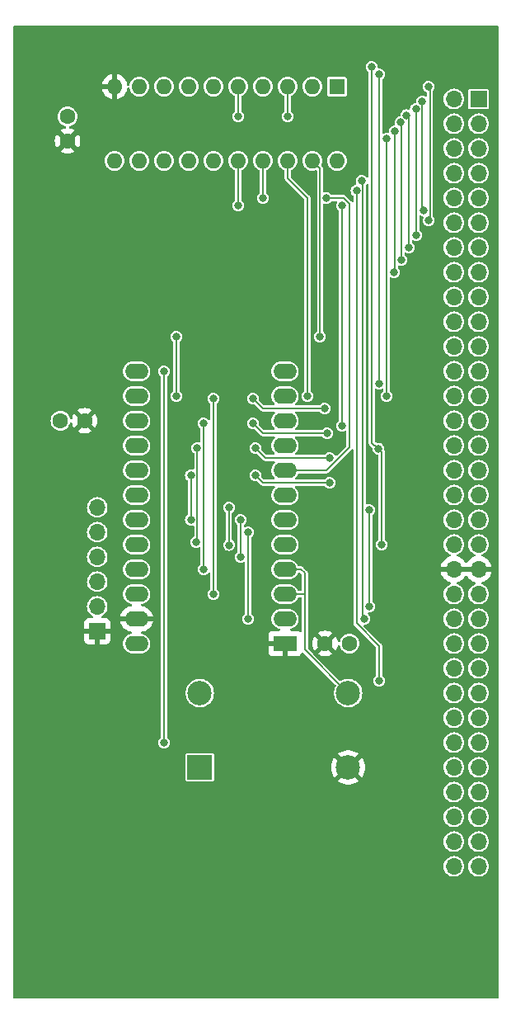
<source format=gbl>
G04 #@! TF.GenerationSoftware,KiCad,Pcbnew,(7.0.0)*
G04 #@! TF.CreationDate,2024-08-24T19:47:55-04:00*
G04 #@! TF.ProjectId,LB-68B50-02,4c422d36-3842-4353-902d-30322e6b6963,1*
G04 #@! TF.SameCoordinates,Original*
G04 #@! TF.FileFunction,Copper,L2,Bot*
G04 #@! TF.FilePolarity,Positive*
%FSLAX46Y46*%
G04 Gerber Fmt 4.6, Leading zero omitted, Abs format (unit mm)*
G04 Created by KiCad (PCBNEW (7.0.0)) date 2024-08-24 19:47:55*
%MOMM*%
%LPD*%
G01*
G04 APERTURE LIST*
G04 #@! TA.AperFunction,ComponentPad*
%ADD10R,1.700000X1.700000*%
G04 #@! TD*
G04 #@! TA.AperFunction,ComponentPad*
%ADD11O,1.700000X1.700000*%
G04 #@! TD*
G04 #@! TA.AperFunction,ComponentPad*
%ADD12R,2.400000X1.600000*%
G04 #@! TD*
G04 #@! TA.AperFunction,ComponentPad*
%ADD13O,2.400000X1.600000*%
G04 #@! TD*
G04 #@! TA.AperFunction,ComponentPad*
%ADD14R,1.600000X1.600000*%
G04 #@! TD*
G04 #@! TA.AperFunction,ComponentPad*
%ADD15O,1.600000X1.600000*%
G04 #@! TD*
G04 #@! TA.AperFunction,ComponentPad*
%ADD16C,1.600000*%
G04 #@! TD*
G04 #@! TA.AperFunction,ComponentPad*
%ADD17R,2.500000X2.500000*%
G04 #@! TD*
G04 #@! TA.AperFunction,ComponentPad*
%ADD18C,2.500000*%
G04 #@! TD*
G04 #@! TA.AperFunction,ViaPad*
%ADD19C,0.800000*%
G04 #@! TD*
G04 #@! TA.AperFunction,Conductor*
%ADD20C,0.203200*%
G04 #@! TD*
G04 APERTURE END LIST*
D10*
X179889999Y-54614999D03*
D11*
X177349999Y-54614999D03*
X179889999Y-57154999D03*
X177349999Y-57154999D03*
X179889999Y-59694999D03*
X177349999Y-59694999D03*
X179889999Y-62234999D03*
X177349999Y-62234999D03*
X179889999Y-64774999D03*
X177349999Y-64774999D03*
X179889999Y-67314999D03*
X177349999Y-67314999D03*
X179889999Y-69854999D03*
X177349999Y-69854999D03*
X179889999Y-72394999D03*
X177349999Y-72394999D03*
X179889999Y-74934999D03*
X177349999Y-74934999D03*
X179889999Y-77474999D03*
X177349999Y-77474999D03*
X179889999Y-80014999D03*
X177349999Y-80014999D03*
X179889999Y-82554999D03*
X177349999Y-82554999D03*
X179889999Y-85094999D03*
X177349999Y-85094999D03*
X179889999Y-87634999D03*
X177349999Y-87634999D03*
X179889999Y-90174999D03*
X177349999Y-90174999D03*
X179889999Y-92714999D03*
X177349999Y-92714999D03*
X179889999Y-95254999D03*
X177349999Y-95254999D03*
X179889999Y-97794999D03*
X177349999Y-97794999D03*
X179889999Y-100334999D03*
X177349999Y-100334999D03*
X179889999Y-102874999D03*
X177349999Y-102874999D03*
X179889999Y-105414999D03*
X177349999Y-105414999D03*
X179889999Y-107954999D03*
X177349999Y-107954999D03*
X179889999Y-110494999D03*
X177349999Y-110494999D03*
X179889999Y-113034999D03*
X177349999Y-113034999D03*
X179889999Y-115574999D03*
X177349999Y-115574999D03*
X179889999Y-118114999D03*
X177349999Y-118114999D03*
X179889999Y-120654999D03*
X177349999Y-120654999D03*
X179889999Y-123194999D03*
X177349999Y-123194999D03*
X179889999Y-125734999D03*
X177349999Y-125734999D03*
X179889999Y-128274999D03*
X177349999Y-128274999D03*
X179889999Y-130814999D03*
X177349999Y-130814999D03*
X179889999Y-133354999D03*
X177349999Y-133354999D03*
D12*
X159999999Y-110494999D03*
D13*
X159999999Y-107954999D03*
X159999999Y-105414999D03*
X159999999Y-102874999D03*
X159999999Y-100334999D03*
X159999999Y-97794999D03*
X159999999Y-95254999D03*
X159999999Y-92714999D03*
X159999999Y-90174999D03*
X159999999Y-87634999D03*
X159999999Y-85094999D03*
X159999999Y-82554999D03*
X144759999Y-82554999D03*
X144759999Y-85094999D03*
X144759999Y-87634999D03*
X144759999Y-90174999D03*
X144759999Y-92714999D03*
X144759999Y-95254999D03*
X144759999Y-97794999D03*
X144759999Y-100334999D03*
X144759999Y-102874999D03*
X144759999Y-105414999D03*
X144759999Y-107954999D03*
X144759999Y-110494999D03*
D14*
X165353999Y-53339999D03*
D15*
X162813999Y-53339999D03*
X160273999Y-53339999D03*
X157733999Y-53339999D03*
X155193999Y-53339999D03*
X152653999Y-53339999D03*
X150113999Y-53339999D03*
X147573999Y-53339999D03*
X145033999Y-53339999D03*
X142493999Y-53339999D03*
X142493999Y-60959999D03*
X145033999Y-60959999D03*
X147573999Y-60959999D03*
X150113999Y-60959999D03*
X152653999Y-60959999D03*
X155193999Y-60959999D03*
X157733999Y-60959999D03*
X160273999Y-60959999D03*
X162813999Y-60959999D03*
X165353999Y-60959999D03*
D16*
X164124000Y-110490000D03*
X166624000Y-110490000D03*
X139426000Y-87630000D03*
X136926000Y-87630000D03*
D10*
X140715999Y-109219999D03*
D11*
X140715999Y-106679999D03*
X140715999Y-104139999D03*
X140715999Y-101599999D03*
X140715999Y-99059999D03*
X140715999Y-96519999D03*
D17*
X151256999Y-123189999D03*
D18*
X166497000Y-123190000D03*
X166497000Y-115570000D03*
X151257000Y-115570000D03*
D16*
X137668000Y-58908000D03*
X137668000Y-56408000D03*
D19*
X155194000Y-56388000D03*
X171196000Y-72390000D03*
X171304500Y-57904239D03*
X173445000Y-55626000D03*
X173482000Y-68580000D03*
X172466000Y-56279500D03*
X160274000Y-56388000D03*
X172720000Y-69850000D03*
X174244000Y-66040000D03*
X174098500Y-54864000D03*
X174752000Y-67056000D03*
X174752000Y-53340000D03*
X150331000Y-93218000D03*
X156972000Y-93218000D03*
X150331000Y-97790000D03*
X164592000Y-93980000D03*
X169672000Y-52070000D03*
X169672000Y-83820000D03*
X170434000Y-58674000D03*
X170434000Y-85090000D03*
X150984500Y-90424000D03*
X156972000Y-90424000D03*
X150876000Y-100076000D03*
X164592000Y-91440000D03*
X156718000Y-85344000D03*
X152654000Y-105410000D03*
X164084000Y-86360000D03*
X152654000Y-85344000D03*
X151638000Y-87884000D03*
X164338000Y-88900000D03*
X151638000Y-102870000D03*
X156718000Y-87884000D03*
X171958000Y-71120000D03*
X171860660Y-57014130D03*
X168656000Y-106680000D03*
X168656000Y-96774000D03*
X168148000Y-107950000D03*
X167894000Y-62992000D03*
X167348500Y-64008000D03*
X169672000Y-114300000D03*
X147574000Y-120650000D03*
X147574000Y-82550000D03*
X157734000Y-64770000D03*
X164267499Y-64770000D03*
X165862000Y-88138000D03*
X155194000Y-65532000D03*
X165862000Y-65532000D03*
X162306000Y-85090000D03*
X148844000Y-85090000D03*
X148844000Y-78994000D03*
X163576000Y-78994000D03*
X168910000Y-51308000D03*
X169926000Y-100330000D03*
X169608500Y-90487500D03*
X155448000Y-101600000D03*
X155448000Y-97790000D03*
X156210000Y-107950000D03*
X156210000Y-99060000D03*
X154254200Y-100380800D03*
X154254200Y-96520000D03*
D20*
X155194000Y-56388000D02*
X155194000Y-53340000D01*
X171196000Y-72390000D02*
X171304500Y-72281500D01*
X171304500Y-72281500D02*
X171304500Y-57904239D01*
X173482000Y-55663000D02*
X173445000Y-55626000D01*
X173482000Y-68580000D02*
X173482000Y-55663000D01*
X172720000Y-56533500D02*
X172466000Y-56279500D01*
X160274000Y-56388000D02*
X160274000Y-53340000D01*
X172720000Y-69850000D02*
X172720000Y-56533500D01*
X174098500Y-54864000D02*
X174098500Y-65894500D01*
X174098500Y-65894500D02*
X174244000Y-66040000D01*
X174898000Y-53486000D02*
X174752000Y-53340000D01*
X174752000Y-67056000D02*
X174898000Y-66910000D01*
X174898000Y-66910000D02*
X174898000Y-53486000D01*
X150331000Y-93218000D02*
X150331000Y-97790000D01*
X157734000Y-93980000D02*
X156972000Y-93218000D01*
X164592000Y-93980000D02*
X157734000Y-93980000D01*
X169672000Y-52070000D02*
X169672000Y-83820000D01*
X170434000Y-85090000D02*
X170434000Y-58674000D01*
X150984500Y-99967500D02*
X150876000Y-100076000D01*
X157988000Y-91440000D02*
X156972000Y-90424000D01*
X150984500Y-90424000D02*
X150984500Y-99967500D01*
X164592000Y-91440000D02*
X157988000Y-91440000D01*
X157734000Y-86360000D02*
X156718000Y-85344000D01*
X152654000Y-85344000D02*
X152654000Y-105410000D01*
X164084000Y-86360000D02*
X157734000Y-86360000D01*
X157734000Y-88900000D02*
X156718000Y-87884000D01*
X151638000Y-87884000D02*
X151638000Y-102870000D01*
X164338000Y-88900000D02*
X157734000Y-88900000D01*
X171958000Y-71120000D02*
X171958000Y-57111470D01*
X171958000Y-57111470D02*
X171860660Y-57014130D01*
X168656000Y-106680000D02*
X168656000Y-96774000D01*
X168002000Y-107804000D02*
X168002000Y-63100000D01*
X168148000Y-107950000D02*
X168002000Y-107804000D01*
X168002000Y-63100000D02*
X167894000Y-62992000D01*
X169672000Y-110744000D02*
X169672000Y-114300000D01*
X167348500Y-108420500D02*
X169672000Y-110744000D01*
X167348500Y-64008000D02*
X167348500Y-108420500D01*
X147574000Y-120650000D02*
X147574000Y-82550000D01*
X166624000Y-65369104D02*
X166624000Y-90332896D01*
X164267499Y-64770000D02*
X166024896Y-64770000D01*
X164241896Y-92715000D02*
X160000000Y-92715000D01*
X157734000Y-60960000D02*
X157734000Y-64770000D01*
X166624000Y-90332896D02*
X164241896Y-92715000D01*
X166024896Y-64770000D02*
X166624000Y-65369104D01*
X155194000Y-60960000D02*
X155194000Y-65532000D01*
X165862000Y-88138000D02*
X165862000Y-65532000D01*
X160274000Y-62738000D02*
X160274000Y-60960000D01*
X162306000Y-85090000D02*
X162306000Y-64770000D01*
X162306000Y-64770000D02*
X160274000Y-62738000D01*
X148844000Y-78994000D02*
X148844000Y-85090000D01*
X163613999Y-78956001D02*
X163576000Y-78994000D01*
X162814000Y-60960000D02*
X163613999Y-61759999D01*
X163613999Y-61759999D02*
X163613999Y-78956001D01*
X162047000Y-105415000D02*
X162047000Y-111120000D01*
X160000000Y-102875000D02*
X161666000Y-102875000D01*
X162047000Y-105415000D02*
X160000000Y-105415000D01*
X162047000Y-111120000D02*
X166497000Y-115570000D01*
X162047000Y-105415000D02*
X162047000Y-103256000D01*
X161666000Y-102875000D02*
X162047000Y-103256000D01*
X169926000Y-100330000D02*
X169926000Y-90805000D01*
X169608500Y-90487500D02*
X169291000Y-90170000D01*
X168910000Y-89921000D02*
X169164000Y-90175000D01*
X169286000Y-90175000D02*
X169164000Y-90175000D01*
X168910000Y-51308000D02*
X168910000Y-89921000D01*
X169291000Y-90170000D02*
X169286000Y-90175000D01*
X169926000Y-90805000D02*
X169608500Y-90487500D01*
X155448000Y-101600000D02*
X155448000Y-97790000D01*
X156210000Y-99060000D02*
X156210000Y-107950000D01*
X154254200Y-100380800D02*
X154254200Y-96520000D01*
G04 #@! TA.AperFunction,Conductor*
G36*
X181861500Y-47092381D02*
G01*
X181907619Y-47138500D01*
X181924500Y-47201500D01*
X181924500Y-146798500D01*
X181907619Y-146861500D01*
X181861500Y-146907619D01*
X181798500Y-146924500D01*
X132206000Y-146924500D01*
X132143000Y-146907619D01*
X132096881Y-146861500D01*
X132080000Y-146798500D01*
X132080000Y-133355000D01*
X176291202Y-133355000D01*
X176291809Y-133361163D01*
X176310939Y-133555397D01*
X176310940Y-133555405D01*
X176311547Y-133561561D01*
X176371798Y-133760184D01*
X176469642Y-133943237D01*
X176601317Y-134103683D01*
X176761763Y-134235358D01*
X176944816Y-134333202D01*
X177143439Y-134393453D01*
X177350000Y-134413798D01*
X177556561Y-134393453D01*
X177755184Y-134333202D01*
X177938237Y-134235358D01*
X178098683Y-134103683D01*
X178230358Y-133943237D01*
X178328202Y-133760184D01*
X178388453Y-133561561D01*
X178408798Y-133355000D01*
X178831202Y-133355000D01*
X178831809Y-133361163D01*
X178850939Y-133555397D01*
X178850940Y-133555405D01*
X178851547Y-133561561D01*
X178911798Y-133760184D01*
X179009642Y-133943237D01*
X179141317Y-134103683D01*
X179301763Y-134235358D01*
X179484816Y-134333202D01*
X179683439Y-134393453D01*
X179890000Y-134413798D01*
X180096561Y-134393453D01*
X180295184Y-134333202D01*
X180478237Y-134235358D01*
X180638683Y-134103683D01*
X180770358Y-133943237D01*
X180868202Y-133760184D01*
X180928453Y-133561561D01*
X180948798Y-133355000D01*
X180928453Y-133148439D01*
X180868202Y-132949816D01*
X180770358Y-132766763D01*
X180638683Y-132606317D01*
X180478237Y-132474642D01*
X180295184Y-132376798D01*
X180289263Y-132375002D01*
X180289261Y-132375001D01*
X180102483Y-132318343D01*
X180102479Y-132318342D01*
X180096561Y-132316547D01*
X180090405Y-132315940D01*
X180090397Y-132315939D01*
X179896163Y-132296809D01*
X179890000Y-132296202D01*
X179883837Y-132296809D01*
X179689602Y-132315939D01*
X179689592Y-132315940D01*
X179683439Y-132316547D01*
X179677522Y-132318341D01*
X179677516Y-132318343D01*
X179490738Y-132375001D01*
X179490732Y-132375003D01*
X179484816Y-132376798D01*
X179479358Y-132379715D01*
X179479354Y-132379717D01*
X179307222Y-132471724D01*
X179301763Y-132474642D01*
X179296984Y-132478563D01*
X179296978Y-132478568D01*
X179146096Y-132602394D01*
X179146090Y-132602399D01*
X179141317Y-132606317D01*
X179137399Y-132611090D01*
X179137394Y-132611096D01*
X179013568Y-132761978D01*
X179013563Y-132761984D01*
X179009642Y-132766763D01*
X179006724Y-132772221D01*
X179006724Y-132772222D01*
X178914717Y-132944354D01*
X178914715Y-132944358D01*
X178911798Y-132949816D01*
X178910003Y-132955732D01*
X178910001Y-132955738D01*
X178853343Y-133142516D01*
X178853341Y-133142522D01*
X178851547Y-133148439D01*
X178850940Y-133154592D01*
X178850939Y-133154602D01*
X178831809Y-133348837D01*
X178831202Y-133355000D01*
X178408798Y-133355000D01*
X178388453Y-133148439D01*
X178328202Y-132949816D01*
X178230358Y-132766763D01*
X178098683Y-132606317D01*
X177938237Y-132474642D01*
X177755184Y-132376798D01*
X177749263Y-132375002D01*
X177749261Y-132375001D01*
X177562483Y-132318343D01*
X177562479Y-132318342D01*
X177556561Y-132316547D01*
X177550405Y-132315940D01*
X177550397Y-132315939D01*
X177356163Y-132296809D01*
X177350000Y-132296202D01*
X177343837Y-132296809D01*
X177149602Y-132315939D01*
X177149592Y-132315940D01*
X177143439Y-132316547D01*
X177137522Y-132318341D01*
X177137516Y-132318343D01*
X176950738Y-132375001D01*
X176950732Y-132375003D01*
X176944816Y-132376798D01*
X176939358Y-132379715D01*
X176939354Y-132379717D01*
X176767222Y-132471724D01*
X176761763Y-132474642D01*
X176756984Y-132478563D01*
X176756978Y-132478568D01*
X176606096Y-132602394D01*
X176606090Y-132602399D01*
X176601317Y-132606317D01*
X176597399Y-132611090D01*
X176597394Y-132611096D01*
X176473568Y-132761978D01*
X176473563Y-132761984D01*
X176469642Y-132766763D01*
X176466724Y-132772221D01*
X176466724Y-132772222D01*
X176374717Y-132944354D01*
X176374715Y-132944358D01*
X176371798Y-132949816D01*
X176370003Y-132955732D01*
X176370001Y-132955738D01*
X176313343Y-133142516D01*
X176313341Y-133142522D01*
X176311547Y-133148439D01*
X176310940Y-133154592D01*
X176310939Y-133154602D01*
X176291809Y-133348837D01*
X176291202Y-133355000D01*
X132080000Y-133355000D01*
X132080000Y-130815000D01*
X176291202Y-130815000D01*
X176291809Y-130821163D01*
X176310939Y-131015397D01*
X176310940Y-131015405D01*
X176311547Y-131021561D01*
X176371798Y-131220184D01*
X176469642Y-131403237D01*
X176601317Y-131563683D01*
X176761763Y-131695358D01*
X176944816Y-131793202D01*
X177143439Y-131853453D01*
X177350000Y-131873798D01*
X177556561Y-131853453D01*
X177755184Y-131793202D01*
X177938237Y-131695358D01*
X178098683Y-131563683D01*
X178230358Y-131403237D01*
X178328202Y-131220184D01*
X178388453Y-131021561D01*
X178408798Y-130815000D01*
X178831202Y-130815000D01*
X178831809Y-130821163D01*
X178850939Y-131015397D01*
X178850940Y-131015405D01*
X178851547Y-131021561D01*
X178911798Y-131220184D01*
X179009642Y-131403237D01*
X179141317Y-131563683D01*
X179301763Y-131695358D01*
X179484816Y-131793202D01*
X179683439Y-131853453D01*
X179890000Y-131873798D01*
X180096561Y-131853453D01*
X180295184Y-131793202D01*
X180478237Y-131695358D01*
X180638683Y-131563683D01*
X180770358Y-131403237D01*
X180868202Y-131220184D01*
X180928453Y-131021561D01*
X180948798Y-130815000D01*
X180928453Y-130608439D01*
X180868202Y-130409816D01*
X180770358Y-130226763D01*
X180638683Y-130066317D01*
X180478237Y-129934642D01*
X180295184Y-129836798D01*
X180289263Y-129835002D01*
X180289261Y-129835001D01*
X180102483Y-129778343D01*
X180102479Y-129778342D01*
X180096561Y-129776547D01*
X180090405Y-129775940D01*
X180090397Y-129775939D01*
X179896163Y-129756809D01*
X179890000Y-129756202D01*
X179883837Y-129756809D01*
X179689602Y-129775939D01*
X179689592Y-129775940D01*
X179683439Y-129776547D01*
X179677522Y-129778341D01*
X179677516Y-129778343D01*
X179490738Y-129835001D01*
X179490732Y-129835003D01*
X179484816Y-129836798D01*
X179479358Y-129839715D01*
X179479354Y-129839717D01*
X179307222Y-129931724D01*
X179301763Y-129934642D01*
X179296984Y-129938563D01*
X179296978Y-129938568D01*
X179146096Y-130062394D01*
X179146090Y-130062399D01*
X179141317Y-130066317D01*
X179137399Y-130071090D01*
X179137394Y-130071096D01*
X179013568Y-130221978D01*
X179013563Y-130221984D01*
X179009642Y-130226763D01*
X179006724Y-130232221D01*
X179006724Y-130232222D01*
X178914717Y-130404354D01*
X178914715Y-130404358D01*
X178911798Y-130409816D01*
X178910003Y-130415732D01*
X178910001Y-130415738D01*
X178853343Y-130602516D01*
X178853341Y-130602522D01*
X178851547Y-130608439D01*
X178850940Y-130614592D01*
X178850939Y-130614602D01*
X178831809Y-130808837D01*
X178831202Y-130815000D01*
X178408798Y-130815000D01*
X178388453Y-130608439D01*
X178328202Y-130409816D01*
X178230358Y-130226763D01*
X178098683Y-130066317D01*
X177938237Y-129934642D01*
X177755184Y-129836798D01*
X177749263Y-129835002D01*
X177749261Y-129835001D01*
X177562483Y-129778343D01*
X177562479Y-129778342D01*
X177556561Y-129776547D01*
X177550405Y-129775940D01*
X177550397Y-129775939D01*
X177356163Y-129756809D01*
X177350000Y-129756202D01*
X177343837Y-129756809D01*
X177149602Y-129775939D01*
X177149592Y-129775940D01*
X177143439Y-129776547D01*
X177137522Y-129778341D01*
X177137516Y-129778343D01*
X176950738Y-129835001D01*
X176950732Y-129835003D01*
X176944816Y-129836798D01*
X176939358Y-129839715D01*
X176939354Y-129839717D01*
X176767222Y-129931724D01*
X176761763Y-129934642D01*
X176756984Y-129938563D01*
X176756978Y-129938568D01*
X176606096Y-130062394D01*
X176606090Y-130062399D01*
X176601317Y-130066317D01*
X176597399Y-130071090D01*
X176597394Y-130071096D01*
X176473568Y-130221978D01*
X176473563Y-130221984D01*
X176469642Y-130226763D01*
X176466724Y-130232221D01*
X176466724Y-130232222D01*
X176374717Y-130404354D01*
X176374715Y-130404358D01*
X176371798Y-130409816D01*
X176370003Y-130415732D01*
X176370001Y-130415738D01*
X176313343Y-130602516D01*
X176313341Y-130602522D01*
X176311547Y-130608439D01*
X176310940Y-130614592D01*
X176310939Y-130614602D01*
X176291809Y-130808837D01*
X176291202Y-130815000D01*
X132080000Y-130815000D01*
X132080000Y-128275000D01*
X176291202Y-128275000D01*
X176291809Y-128281163D01*
X176310939Y-128475397D01*
X176310940Y-128475405D01*
X176311547Y-128481561D01*
X176371798Y-128680184D01*
X176469642Y-128863237D01*
X176601317Y-129023683D01*
X176761763Y-129155358D01*
X176944816Y-129253202D01*
X177143439Y-129313453D01*
X177350000Y-129333798D01*
X177556561Y-129313453D01*
X177755184Y-129253202D01*
X177938237Y-129155358D01*
X178098683Y-129023683D01*
X178230358Y-128863237D01*
X178328202Y-128680184D01*
X178388453Y-128481561D01*
X178408798Y-128275000D01*
X178831202Y-128275000D01*
X178831809Y-128281163D01*
X178850939Y-128475397D01*
X178850940Y-128475405D01*
X178851547Y-128481561D01*
X178911798Y-128680184D01*
X179009642Y-128863237D01*
X179141317Y-129023683D01*
X179301763Y-129155358D01*
X179484816Y-129253202D01*
X179683439Y-129313453D01*
X179890000Y-129333798D01*
X180096561Y-129313453D01*
X180295184Y-129253202D01*
X180478237Y-129155358D01*
X180638683Y-129023683D01*
X180770358Y-128863237D01*
X180868202Y-128680184D01*
X180928453Y-128481561D01*
X180948798Y-128275000D01*
X180928453Y-128068439D01*
X180868202Y-127869816D01*
X180770358Y-127686763D01*
X180638683Y-127526317D01*
X180478237Y-127394642D01*
X180295184Y-127296798D01*
X180289263Y-127295002D01*
X180289261Y-127295001D01*
X180102483Y-127238343D01*
X180102479Y-127238342D01*
X180096561Y-127236547D01*
X180090405Y-127235940D01*
X180090397Y-127235939D01*
X179896163Y-127216809D01*
X179890000Y-127216202D01*
X179883837Y-127216809D01*
X179689602Y-127235939D01*
X179689592Y-127235940D01*
X179683439Y-127236547D01*
X179677522Y-127238341D01*
X179677516Y-127238343D01*
X179490738Y-127295001D01*
X179490732Y-127295003D01*
X179484816Y-127296798D01*
X179479358Y-127299715D01*
X179479354Y-127299717D01*
X179307222Y-127391724D01*
X179301763Y-127394642D01*
X179296984Y-127398563D01*
X179296978Y-127398568D01*
X179146096Y-127522394D01*
X179146090Y-127522399D01*
X179141317Y-127526317D01*
X179137399Y-127531090D01*
X179137394Y-127531096D01*
X179013568Y-127681978D01*
X179013563Y-127681984D01*
X179009642Y-127686763D01*
X179006724Y-127692221D01*
X179006724Y-127692222D01*
X178914717Y-127864354D01*
X178914715Y-127864358D01*
X178911798Y-127869816D01*
X178910003Y-127875732D01*
X178910001Y-127875738D01*
X178853343Y-128062516D01*
X178853341Y-128062522D01*
X178851547Y-128068439D01*
X178850940Y-128074592D01*
X178850939Y-128074602D01*
X178831809Y-128268837D01*
X178831202Y-128275000D01*
X178408798Y-128275000D01*
X178388453Y-128068439D01*
X178328202Y-127869816D01*
X178230358Y-127686763D01*
X178098683Y-127526317D01*
X177938237Y-127394642D01*
X177755184Y-127296798D01*
X177749263Y-127295002D01*
X177749261Y-127295001D01*
X177562483Y-127238343D01*
X177562479Y-127238342D01*
X177556561Y-127236547D01*
X177550405Y-127235940D01*
X177550397Y-127235939D01*
X177356163Y-127216809D01*
X177350000Y-127216202D01*
X177343837Y-127216809D01*
X177149602Y-127235939D01*
X177149592Y-127235940D01*
X177143439Y-127236547D01*
X177137522Y-127238341D01*
X177137516Y-127238343D01*
X176950738Y-127295001D01*
X176950732Y-127295003D01*
X176944816Y-127296798D01*
X176939358Y-127299715D01*
X176939354Y-127299717D01*
X176767222Y-127391724D01*
X176761763Y-127394642D01*
X176756984Y-127398563D01*
X176756978Y-127398568D01*
X176606096Y-127522394D01*
X176606090Y-127522399D01*
X176601317Y-127526317D01*
X176597399Y-127531090D01*
X176597394Y-127531096D01*
X176473568Y-127681978D01*
X176473563Y-127681984D01*
X176469642Y-127686763D01*
X176466724Y-127692221D01*
X176466724Y-127692222D01*
X176374717Y-127864354D01*
X176374715Y-127864358D01*
X176371798Y-127869816D01*
X176370003Y-127875732D01*
X176370001Y-127875738D01*
X176313343Y-128062516D01*
X176313341Y-128062522D01*
X176311547Y-128068439D01*
X176310940Y-128074592D01*
X176310939Y-128074602D01*
X176291809Y-128268837D01*
X176291202Y-128275000D01*
X132080000Y-128275000D01*
X132080000Y-125735000D01*
X176291202Y-125735000D01*
X176291809Y-125741163D01*
X176310939Y-125935397D01*
X176310940Y-125935405D01*
X176311547Y-125941561D01*
X176371798Y-126140184D01*
X176469642Y-126323237D01*
X176601317Y-126483683D01*
X176761763Y-126615358D01*
X176944816Y-126713202D01*
X177143439Y-126773453D01*
X177350000Y-126793798D01*
X177556561Y-126773453D01*
X177755184Y-126713202D01*
X177938237Y-126615358D01*
X178098683Y-126483683D01*
X178230358Y-126323237D01*
X178328202Y-126140184D01*
X178388453Y-125941561D01*
X178408798Y-125735000D01*
X178831202Y-125735000D01*
X178831809Y-125741163D01*
X178850939Y-125935397D01*
X178850940Y-125935405D01*
X178851547Y-125941561D01*
X178911798Y-126140184D01*
X179009642Y-126323237D01*
X179141317Y-126483683D01*
X179301763Y-126615358D01*
X179484816Y-126713202D01*
X179683439Y-126773453D01*
X179890000Y-126793798D01*
X180096561Y-126773453D01*
X180295184Y-126713202D01*
X180478237Y-126615358D01*
X180638683Y-126483683D01*
X180770358Y-126323237D01*
X180868202Y-126140184D01*
X180928453Y-125941561D01*
X180948798Y-125735000D01*
X180928453Y-125528439D01*
X180868202Y-125329816D01*
X180770358Y-125146763D01*
X180638683Y-124986317D01*
X180544997Y-124909431D01*
X180483021Y-124858568D01*
X180483020Y-124858567D01*
X180478237Y-124854642D01*
X180295184Y-124756798D01*
X180289263Y-124755002D01*
X180289261Y-124755001D01*
X180102483Y-124698343D01*
X180102479Y-124698342D01*
X180096561Y-124696547D01*
X180090405Y-124695940D01*
X180090397Y-124695939D01*
X179896163Y-124676809D01*
X179890000Y-124676202D01*
X179883837Y-124676809D01*
X179689602Y-124695939D01*
X179689592Y-124695940D01*
X179683439Y-124696547D01*
X179677522Y-124698341D01*
X179677516Y-124698343D01*
X179490738Y-124755001D01*
X179490732Y-124755003D01*
X179484816Y-124756798D01*
X179479358Y-124759715D01*
X179479354Y-124759717D01*
X179349702Y-124829018D01*
X179301763Y-124854642D01*
X179296984Y-124858563D01*
X179296978Y-124858568D01*
X179146096Y-124982394D01*
X179146090Y-124982399D01*
X179141317Y-124986317D01*
X179137399Y-124991090D01*
X179137394Y-124991096D01*
X179013568Y-125141978D01*
X179013563Y-125141984D01*
X179009642Y-125146763D01*
X179006724Y-125152221D01*
X179006724Y-125152222D01*
X178914717Y-125324354D01*
X178914715Y-125324358D01*
X178911798Y-125329816D01*
X178910003Y-125335732D01*
X178910001Y-125335738D01*
X178853343Y-125522516D01*
X178853341Y-125522522D01*
X178851547Y-125528439D01*
X178850940Y-125534592D01*
X178850939Y-125534602D01*
X178831809Y-125728837D01*
X178831202Y-125735000D01*
X178408798Y-125735000D01*
X178388453Y-125528439D01*
X178328202Y-125329816D01*
X178230358Y-125146763D01*
X178098683Y-124986317D01*
X178004997Y-124909431D01*
X177943021Y-124858568D01*
X177943020Y-124858567D01*
X177938237Y-124854642D01*
X177755184Y-124756798D01*
X177749263Y-124755002D01*
X177749261Y-124755001D01*
X177562483Y-124698343D01*
X177562479Y-124698342D01*
X177556561Y-124696547D01*
X177550405Y-124695940D01*
X177550397Y-124695939D01*
X177356163Y-124676809D01*
X177350000Y-124676202D01*
X177343837Y-124676809D01*
X177149602Y-124695939D01*
X177149592Y-124695940D01*
X177143439Y-124696547D01*
X177137522Y-124698341D01*
X177137516Y-124698343D01*
X176950738Y-124755001D01*
X176950732Y-124755003D01*
X176944816Y-124756798D01*
X176939358Y-124759715D01*
X176939354Y-124759717D01*
X176809702Y-124829018D01*
X176761763Y-124854642D01*
X176756984Y-124858563D01*
X176756978Y-124858568D01*
X176606096Y-124982394D01*
X176606090Y-124982399D01*
X176601317Y-124986317D01*
X176597399Y-124991090D01*
X176597394Y-124991096D01*
X176473568Y-125141978D01*
X176473563Y-125141984D01*
X176469642Y-125146763D01*
X176466724Y-125152221D01*
X176466724Y-125152222D01*
X176374717Y-125324354D01*
X176374715Y-125324358D01*
X176371798Y-125329816D01*
X176370003Y-125335732D01*
X176370001Y-125335738D01*
X176313343Y-125522516D01*
X176313341Y-125522522D01*
X176311547Y-125528439D01*
X176310940Y-125534592D01*
X176310939Y-125534602D01*
X176291809Y-125728837D01*
X176291202Y-125735000D01*
X132080000Y-125735000D01*
X132080000Y-124460064D01*
X149803300Y-124460064D01*
X149804505Y-124466123D01*
X149804506Y-124466130D01*
X149812697Y-124507309D01*
X149812698Y-124507313D01*
X149815119Y-124519480D01*
X149860140Y-124586860D01*
X149927520Y-124631881D01*
X149939689Y-124634301D01*
X149939690Y-124634302D01*
X149959901Y-124638322D01*
X149986936Y-124643700D01*
X152520877Y-124643700D01*
X152527064Y-124643700D01*
X152586480Y-124631881D01*
X152633575Y-124600414D01*
X165449253Y-124600414D01*
X165456919Y-124608598D01*
X165611640Y-124714086D01*
X165619784Y-124718788D01*
X165848679Y-124829018D01*
X165857436Y-124832455D01*
X166100209Y-124907341D01*
X166109366Y-124909431D01*
X166360594Y-124947297D01*
X166369972Y-124948000D01*
X166624028Y-124948000D01*
X166633405Y-124947297D01*
X166884633Y-124909431D01*
X166893790Y-124907341D01*
X167136563Y-124832455D01*
X167145320Y-124829018D01*
X167374215Y-124718788D01*
X167382359Y-124714086D01*
X167537079Y-124608598D01*
X167544745Y-124600414D01*
X167538731Y-124590941D01*
X166508729Y-123560939D01*
X166497000Y-123554167D01*
X166485270Y-123560939D01*
X165455267Y-124590941D01*
X165449253Y-124600414D01*
X152633575Y-124600414D01*
X152653860Y-124586860D01*
X152698881Y-124519480D01*
X152710700Y-124460064D01*
X152710700Y-123194697D01*
X164734422Y-123194697D01*
X164753407Y-123448045D01*
X164754810Y-123457352D01*
X164811342Y-123705033D01*
X164814116Y-123714026D01*
X164906931Y-123950514D01*
X164911014Y-123958994D01*
X165038038Y-124179005D01*
X165043342Y-124186785D01*
X165075579Y-124227209D01*
X165086997Y-124235310D01*
X165099250Y-124228538D01*
X166126060Y-123201729D01*
X166132832Y-123189999D01*
X166861167Y-123189999D01*
X166867939Y-123201729D01*
X167894749Y-124228539D01*
X167907001Y-124235311D01*
X167918419Y-124227209D01*
X167950657Y-124186784D01*
X167955960Y-124179007D01*
X168082985Y-123958994D01*
X168087068Y-123950514D01*
X168179883Y-123714026D01*
X168182657Y-123705033D01*
X168239189Y-123457352D01*
X168240592Y-123448045D01*
X168259555Y-123195000D01*
X176291202Y-123195000D01*
X176291809Y-123201163D01*
X176310939Y-123395397D01*
X176310940Y-123395405D01*
X176311547Y-123401561D01*
X176313342Y-123407479D01*
X176313343Y-123407483D01*
X176357839Y-123554167D01*
X176371798Y-123600184D01*
X176469642Y-123783237D01*
X176601317Y-123943683D01*
X176761763Y-124075358D01*
X176944816Y-124173202D01*
X177143439Y-124233453D01*
X177350000Y-124253798D01*
X177556561Y-124233453D01*
X177755184Y-124173202D01*
X177938237Y-124075358D01*
X178098683Y-123943683D01*
X178230358Y-123783237D01*
X178328202Y-123600184D01*
X178388453Y-123401561D01*
X178408798Y-123195000D01*
X178831202Y-123195000D01*
X178831809Y-123201163D01*
X178850939Y-123395397D01*
X178850940Y-123395405D01*
X178851547Y-123401561D01*
X178853342Y-123407479D01*
X178853343Y-123407483D01*
X178897839Y-123554167D01*
X178911798Y-123600184D01*
X179009642Y-123783237D01*
X179141317Y-123943683D01*
X179301763Y-124075358D01*
X179484816Y-124173202D01*
X179683439Y-124233453D01*
X179890000Y-124253798D01*
X180096561Y-124233453D01*
X180295184Y-124173202D01*
X180478237Y-124075358D01*
X180638683Y-123943683D01*
X180770358Y-123783237D01*
X180868202Y-123600184D01*
X180928453Y-123401561D01*
X180948798Y-123195000D01*
X180928453Y-122988439D01*
X180868202Y-122789816D01*
X180770358Y-122606763D01*
X180638683Y-122446317D01*
X180607840Y-122421005D01*
X180483021Y-122318568D01*
X180483020Y-122318567D01*
X180478237Y-122314642D01*
X180295184Y-122216798D01*
X180289263Y-122215002D01*
X180289261Y-122215001D01*
X180102483Y-122158343D01*
X180102479Y-122158342D01*
X180096561Y-122156547D01*
X180090405Y-122155940D01*
X180090397Y-122155939D01*
X179896163Y-122136809D01*
X179890000Y-122136202D01*
X179883837Y-122136809D01*
X179689602Y-122155939D01*
X179689592Y-122155940D01*
X179683439Y-122156547D01*
X179677522Y-122158341D01*
X179677516Y-122158343D01*
X179490738Y-122215001D01*
X179490732Y-122215003D01*
X179484816Y-122216798D01*
X179479358Y-122219715D01*
X179479354Y-122219717D01*
X179307222Y-122311724D01*
X179301763Y-122314642D01*
X179296984Y-122318563D01*
X179296978Y-122318568D01*
X179146096Y-122442394D01*
X179146090Y-122442399D01*
X179141317Y-122446317D01*
X179137399Y-122451090D01*
X179137394Y-122451096D01*
X179013568Y-122601978D01*
X179013563Y-122601984D01*
X179009642Y-122606763D01*
X179006724Y-122612221D01*
X179006724Y-122612222D01*
X178914717Y-122784354D01*
X178914715Y-122784358D01*
X178911798Y-122789816D01*
X178910003Y-122795732D01*
X178910001Y-122795738D01*
X178853343Y-122982516D01*
X178853341Y-122982522D01*
X178851547Y-122988439D01*
X178850940Y-122994592D01*
X178850939Y-122994602D01*
X178832850Y-123178270D01*
X178831202Y-123195000D01*
X178408798Y-123195000D01*
X178388453Y-122988439D01*
X178328202Y-122789816D01*
X178230358Y-122606763D01*
X178098683Y-122446317D01*
X178067840Y-122421005D01*
X177943021Y-122318568D01*
X177943020Y-122318567D01*
X177938237Y-122314642D01*
X177755184Y-122216798D01*
X177749263Y-122215002D01*
X177749261Y-122215001D01*
X177562483Y-122158343D01*
X177562479Y-122158342D01*
X177556561Y-122156547D01*
X177550405Y-122155940D01*
X177550397Y-122155939D01*
X177356163Y-122136809D01*
X177350000Y-122136202D01*
X177343837Y-122136809D01*
X177149602Y-122155939D01*
X177149592Y-122155940D01*
X177143439Y-122156547D01*
X177137522Y-122158341D01*
X177137516Y-122158343D01*
X176950738Y-122215001D01*
X176950732Y-122215003D01*
X176944816Y-122216798D01*
X176939358Y-122219715D01*
X176939354Y-122219717D01*
X176767222Y-122311724D01*
X176761763Y-122314642D01*
X176756984Y-122318563D01*
X176756978Y-122318568D01*
X176606096Y-122442394D01*
X176606090Y-122442399D01*
X176601317Y-122446317D01*
X176597399Y-122451090D01*
X176597394Y-122451096D01*
X176473568Y-122601978D01*
X176473563Y-122601984D01*
X176469642Y-122606763D01*
X176466724Y-122612221D01*
X176466724Y-122612222D01*
X176374717Y-122784354D01*
X176374715Y-122784358D01*
X176371798Y-122789816D01*
X176370003Y-122795732D01*
X176370001Y-122795738D01*
X176313343Y-122982516D01*
X176313341Y-122982522D01*
X176311547Y-122988439D01*
X176310940Y-122994592D01*
X176310939Y-122994602D01*
X176292850Y-123178270D01*
X176291202Y-123195000D01*
X168259555Y-123195000D01*
X168259578Y-123194697D01*
X168259578Y-123185303D01*
X168240592Y-122931954D01*
X168239189Y-122922647D01*
X168182657Y-122674966D01*
X168179883Y-122665973D01*
X168087068Y-122429485D01*
X168082985Y-122421005D01*
X167955961Y-122200994D01*
X167950657Y-122193214D01*
X167918420Y-122152790D01*
X167907000Y-122144688D01*
X167894749Y-122151459D01*
X166867939Y-123178270D01*
X166861167Y-123189999D01*
X166132832Y-123189999D01*
X166126060Y-123178270D01*
X165099250Y-122151460D01*
X165086997Y-122144688D01*
X165075579Y-122152789D01*
X165043339Y-122193219D01*
X165038040Y-122200990D01*
X164911014Y-122421005D01*
X164906931Y-122429485D01*
X164814116Y-122665973D01*
X164811342Y-122674966D01*
X164754810Y-122922647D01*
X164753407Y-122931954D01*
X164734422Y-123185303D01*
X164734422Y-123194697D01*
X152710700Y-123194697D01*
X152710700Y-121919936D01*
X152698881Y-121860520D01*
X152653860Y-121793140D01*
X152633573Y-121779585D01*
X165449253Y-121779585D01*
X165455267Y-121789057D01*
X166485270Y-122819060D01*
X166496999Y-122825832D01*
X166508729Y-122819060D01*
X167538731Y-121789057D01*
X167544745Y-121779585D01*
X167537076Y-121771397D01*
X167382359Y-121665913D01*
X167374215Y-121661211D01*
X167145320Y-121550981D01*
X167136563Y-121547544D01*
X166893790Y-121472658D01*
X166884633Y-121470568D01*
X166633405Y-121432702D01*
X166624028Y-121432000D01*
X166369972Y-121432000D01*
X166360594Y-121432702D01*
X166109366Y-121470568D01*
X166100209Y-121472658D01*
X165857436Y-121547544D01*
X165848679Y-121550981D01*
X165619783Y-121661212D01*
X165611638Y-121665914D01*
X165456920Y-121771399D01*
X165449253Y-121779585D01*
X152633573Y-121779585D01*
X152586480Y-121748119D01*
X152574313Y-121745698D01*
X152574309Y-121745697D01*
X152533130Y-121737506D01*
X152533123Y-121737505D01*
X152527064Y-121736300D01*
X149986936Y-121736300D01*
X149980877Y-121737505D01*
X149980869Y-121737506D01*
X149939690Y-121745697D01*
X149939684Y-121745699D01*
X149927520Y-121748119D01*
X149917202Y-121755012D01*
X149917202Y-121755013D01*
X149870455Y-121786247D01*
X149870452Y-121786249D01*
X149860140Y-121793140D01*
X149853249Y-121803452D01*
X149853247Y-121803455D01*
X149822013Y-121850202D01*
X149815119Y-121860520D01*
X149812699Y-121872684D01*
X149812697Y-121872690D01*
X149804506Y-121913869D01*
X149804505Y-121913877D01*
X149803300Y-121919936D01*
X149803300Y-124460064D01*
X132080000Y-124460064D01*
X132080000Y-120650000D01*
X146965091Y-120650000D01*
X146966169Y-120658188D01*
X146984760Y-120799408D01*
X146984761Y-120799414D01*
X146985839Y-120807597D01*
X146988998Y-120815225D01*
X146988999Y-120815226D01*
X147043508Y-120946825D01*
X147043510Y-120946828D01*
X147046669Y-120954455D01*
X147143436Y-121080564D01*
X147269545Y-121177331D01*
X147416403Y-121238161D01*
X147574000Y-121258909D01*
X147731597Y-121238161D01*
X147878455Y-121177331D01*
X148004564Y-121080564D01*
X148101331Y-120954455D01*
X148162161Y-120807597D01*
X148182251Y-120655000D01*
X176291202Y-120655000D01*
X176291809Y-120661163D01*
X176310939Y-120855397D01*
X176310940Y-120855405D01*
X176311547Y-120861561D01*
X176313342Y-120867479D01*
X176313343Y-120867483D01*
X176370001Y-121054261D01*
X176371798Y-121060184D01*
X176469642Y-121243237D01*
X176601317Y-121403683D01*
X176761763Y-121535358D01*
X176944816Y-121633202D01*
X177143439Y-121693453D01*
X177350000Y-121713798D01*
X177556561Y-121693453D01*
X177755184Y-121633202D01*
X177938237Y-121535358D01*
X178098683Y-121403683D01*
X178230358Y-121243237D01*
X178328202Y-121060184D01*
X178388453Y-120861561D01*
X178408798Y-120655000D01*
X178831202Y-120655000D01*
X178831809Y-120661163D01*
X178850939Y-120855397D01*
X178850940Y-120855405D01*
X178851547Y-120861561D01*
X178853342Y-120867479D01*
X178853343Y-120867483D01*
X178910001Y-121054261D01*
X178911798Y-121060184D01*
X179009642Y-121243237D01*
X179141317Y-121403683D01*
X179301763Y-121535358D01*
X179484816Y-121633202D01*
X179683439Y-121693453D01*
X179890000Y-121713798D01*
X180096561Y-121693453D01*
X180295184Y-121633202D01*
X180478237Y-121535358D01*
X180638683Y-121403683D01*
X180770358Y-121243237D01*
X180868202Y-121060184D01*
X180928453Y-120861561D01*
X180948798Y-120655000D01*
X180928453Y-120448439D01*
X180868202Y-120249816D01*
X180770358Y-120066763D01*
X180638683Y-119906317D01*
X180478237Y-119774642D01*
X180295184Y-119676798D01*
X180289263Y-119675002D01*
X180289261Y-119675001D01*
X180102483Y-119618343D01*
X180102479Y-119618342D01*
X180096561Y-119616547D01*
X180090405Y-119615940D01*
X180090397Y-119615939D01*
X179896163Y-119596809D01*
X179890000Y-119596202D01*
X179883837Y-119596809D01*
X179689602Y-119615939D01*
X179689592Y-119615940D01*
X179683439Y-119616547D01*
X179677522Y-119618341D01*
X179677516Y-119618343D01*
X179490738Y-119675001D01*
X179490732Y-119675003D01*
X179484816Y-119676798D01*
X179479358Y-119679715D01*
X179479354Y-119679717D01*
X179307222Y-119771724D01*
X179301763Y-119774642D01*
X179296984Y-119778563D01*
X179296978Y-119778568D01*
X179146096Y-119902394D01*
X179146090Y-119902399D01*
X179141317Y-119906317D01*
X179137399Y-119911090D01*
X179137394Y-119911096D01*
X179013568Y-120061978D01*
X179013563Y-120061984D01*
X179009642Y-120066763D01*
X179006724Y-120072221D01*
X179006724Y-120072222D01*
X178914717Y-120244354D01*
X178914715Y-120244358D01*
X178911798Y-120249816D01*
X178910003Y-120255732D01*
X178910001Y-120255738D01*
X178853343Y-120442516D01*
X178853341Y-120442522D01*
X178851547Y-120448439D01*
X178850940Y-120454592D01*
X178850939Y-120454602D01*
X178846410Y-120500591D01*
X178831202Y-120655000D01*
X178408798Y-120655000D01*
X178388453Y-120448439D01*
X178328202Y-120249816D01*
X178230358Y-120066763D01*
X178098683Y-119906317D01*
X177938237Y-119774642D01*
X177755184Y-119676798D01*
X177749263Y-119675002D01*
X177749261Y-119675001D01*
X177562483Y-119618343D01*
X177562479Y-119618342D01*
X177556561Y-119616547D01*
X177550405Y-119615940D01*
X177550397Y-119615939D01*
X177356163Y-119596809D01*
X177350000Y-119596202D01*
X177343837Y-119596809D01*
X177149602Y-119615939D01*
X177149592Y-119615940D01*
X177143439Y-119616547D01*
X177137522Y-119618341D01*
X177137516Y-119618343D01*
X176950738Y-119675001D01*
X176950732Y-119675003D01*
X176944816Y-119676798D01*
X176939358Y-119679715D01*
X176939354Y-119679717D01*
X176767222Y-119771724D01*
X176761763Y-119774642D01*
X176756984Y-119778563D01*
X176756978Y-119778568D01*
X176606096Y-119902394D01*
X176606090Y-119902399D01*
X176601317Y-119906317D01*
X176597399Y-119911090D01*
X176597394Y-119911096D01*
X176473568Y-120061978D01*
X176473563Y-120061984D01*
X176469642Y-120066763D01*
X176466724Y-120072221D01*
X176466724Y-120072222D01*
X176374717Y-120244354D01*
X176374715Y-120244358D01*
X176371798Y-120249816D01*
X176370003Y-120255732D01*
X176370001Y-120255738D01*
X176313343Y-120442516D01*
X176313341Y-120442522D01*
X176311547Y-120448439D01*
X176310940Y-120454592D01*
X176310939Y-120454602D01*
X176306410Y-120500591D01*
X176291202Y-120655000D01*
X148182251Y-120655000D01*
X148182909Y-120650000D01*
X148162161Y-120492403D01*
X148101331Y-120345546D01*
X148004564Y-120219436D01*
X147928594Y-120161141D01*
X147892294Y-120116909D01*
X147879300Y-120061181D01*
X147879300Y-118115000D01*
X176291202Y-118115000D01*
X176291809Y-118121163D01*
X176310939Y-118315397D01*
X176310940Y-118315405D01*
X176311547Y-118321561D01*
X176371798Y-118520184D01*
X176469642Y-118703237D01*
X176601317Y-118863683D01*
X176761763Y-118995358D01*
X176944816Y-119093202D01*
X177143439Y-119153453D01*
X177350000Y-119173798D01*
X177556561Y-119153453D01*
X177755184Y-119093202D01*
X177938237Y-118995358D01*
X178098683Y-118863683D01*
X178230358Y-118703237D01*
X178328202Y-118520184D01*
X178388453Y-118321561D01*
X178408798Y-118115000D01*
X178831202Y-118115000D01*
X178831809Y-118121163D01*
X178850939Y-118315397D01*
X178850940Y-118315405D01*
X178851547Y-118321561D01*
X178911798Y-118520184D01*
X179009642Y-118703237D01*
X179141317Y-118863683D01*
X179301763Y-118995358D01*
X179484816Y-119093202D01*
X179683439Y-119153453D01*
X179890000Y-119173798D01*
X180096561Y-119153453D01*
X180295184Y-119093202D01*
X180478237Y-118995358D01*
X180638683Y-118863683D01*
X180770358Y-118703237D01*
X180868202Y-118520184D01*
X180928453Y-118321561D01*
X180948798Y-118115000D01*
X180928453Y-117908439D01*
X180868202Y-117709816D01*
X180770358Y-117526763D01*
X180638683Y-117366317D01*
X180478237Y-117234642D01*
X180295184Y-117136798D01*
X180289263Y-117135002D01*
X180289261Y-117135001D01*
X180102483Y-117078343D01*
X180102479Y-117078342D01*
X180096561Y-117076547D01*
X180090405Y-117075940D01*
X180090397Y-117075939D01*
X179896163Y-117056809D01*
X179890000Y-117056202D01*
X179883837Y-117056809D01*
X179689602Y-117075939D01*
X179689592Y-117075940D01*
X179683439Y-117076547D01*
X179677522Y-117078341D01*
X179677516Y-117078343D01*
X179490738Y-117135001D01*
X179490732Y-117135003D01*
X179484816Y-117136798D01*
X179479358Y-117139715D01*
X179479354Y-117139717D01*
X179307222Y-117231724D01*
X179301763Y-117234642D01*
X179296984Y-117238563D01*
X179296978Y-117238568D01*
X179146096Y-117362394D01*
X179146090Y-117362399D01*
X179141317Y-117366317D01*
X179137399Y-117371090D01*
X179137394Y-117371096D01*
X179013568Y-117521978D01*
X179013563Y-117521984D01*
X179009642Y-117526763D01*
X179006724Y-117532221D01*
X179006724Y-117532222D01*
X178914717Y-117704354D01*
X178914715Y-117704358D01*
X178911798Y-117709816D01*
X178910003Y-117715732D01*
X178910001Y-117715738D01*
X178853343Y-117902516D01*
X178853341Y-117902522D01*
X178851547Y-117908439D01*
X178850940Y-117914592D01*
X178850939Y-117914602D01*
X178831809Y-118108837D01*
X178831202Y-118115000D01*
X178408798Y-118115000D01*
X178388453Y-117908439D01*
X178328202Y-117709816D01*
X178230358Y-117526763D01*
X178098683Y-117366317D01*
X177938237Y-117234642D01*
X177755184Y-117136798D01*
X177749263Y-117135002D01*
X177749261Y-117135001D01*
X177562483Y-117078343D01*
X177562479Y-117078342D01*
X177556561Y-117076547D01*
X177550405Y-117075940D01*
X177550397Y-117075939D01*
X177356163Y-117056809D01*
X177350000Y-117056202D01*
X177343837Y-117056809D01*
X177149602Y-117075939D01*
X177149592Y-117075940D01*
X177143439Y-117076547D01*
X177137522Y-117078341D01*
X177137516Y-117078343D01*
X176950738Y-117135001D01*
X176950732Y-117135003D01*
X176944816Y-117136798D01*
X176939358Y-117139715D01*
X176939354Y-117139717D01*
X176767222Y-117231724D01*
X176761763Y-117234642D01*
X176756984Y-117238563D01*
X176756978Y-117238568D01*
X176606096Y-117362394D01*
X176606090Y-117362399D01*
X176601317Y-117366317D01*
X176597399Y-117371090D01*
X176597394Y-117371096D01*
X176473568Y-117521978D01*
X176473563Y-117521984D01*
X176469642Y-117526763D01*
X176466724Y-117532221D01*
X176466724Y-117532222D01*
X176374717Y-117704354D01*
X176374715Y-117704358D01*
X176371798Y-117709816D01*
X176370003Y-117715732D01*
X176370001Y-117715738D01*
X176313343Y-117902516D01*
X176313341Y-117902522D01*
X176311547Y-117908439D01*
X176310940Y-117914592D01*
X176310939Y-117914602D01*
X176291809Y-118108837D01*
X176291202Y-118115000D01*
X147879300Y-118115000D01*
X147879300Y-115570000D01*
X149798318Y-115570000D01*
X149798748Y-115575189D01*
X149817782Y-115804898D01*
X149817783Y-115804906D01*
X149818213Y-115810091D01*
X149819489Y-115815131D01*
X149819491Y-115815141D01*
X149876075Y-116038587D01*
X149877353Y-116043633D01*
X149879443Y-116048399D01*
X149879445Y-116048403D01*
X149955877Y-116222650D01*
X149974127Y-116264256D01*
X149976975Y-116268615D01*
X149976976Y-116268617D01*
X150103045Y-116461579D01*
X150105895Y-116465941D01*
X150109424Y-116469774D01*
X150265532Y-116639353D01*
X150265535Y-116639356D01*
X150269062Y-116643187D01*
X150459177Y-116791160D01*
X150671054Y-116905822D01*
X150675983Y-116907514D01*
X150675985Y-116907515D01*
X150784984Y-116944934D01*
X150898915Y-116984047D01*
X151136543Y-117023700D01*
X151372246Y-117023700D01*
X151377457Y-117023700D01*
X151615085Y-116984047D01*
X151842946Y-116905822D01*
X152054823Y-116791160D01*
X152244938Y-116643187D01*
X152408105Y-116465941D01*
X152539873Y-116264256D01*
X152636647Y-116043633D01*
X152695787Y-115810091D01*
X152715682Y-115570000D01*
X152695787Y-115329909D01*
X152636647Y-115096367D01*
X152539873Y-114875744D01*
X152408105Y-114674059D01*
X152244938Y-114496813D01*
X152240829Y-114493615D01*
X152240826Y-114493612D01*
X152058933Y-114352039D01*
X152054823Y-114348840D01*
X151926594Y-114279446D01*
X151847531Y-114236659D01*
X151847528Y-114236657D01*
X151842946Y-114234178D01*
X151838022Y-114232487D01*
X151838014Y-114232484D01*
X151620015Y-114157645D01*
X151620009Y-114157643D01*
X151615085Y-114155953D01*
X151609948Y-114155095D01*
X151609945Y-114155095D01*
X151382594Y-114117157D01*
X151382591Y-114117156D01*
X151377457Y-114116300D01*
X151136543Y-114116300D01*
X151131409Y-114117156D01*
X151131405Y-114117157D01*
X150904054Y-114155095D01*
X150904048Y-114155096D01*
X150898915Y-114155953D01*
X150893993Y-114157642D01*
X150893984Y-114157645D01*
X150675985Y-114232484D01*
X150675972Y-114232489D01*
X150671054Y-114234178D01*
X150666475Y-114236655D01*
X150666468Y-114236659D01*
X150463759Y-114346360D01*
X150463755Y-114346362D01*
X150459177Y-114348840D01*
X150455071Y-114352035D01*
X150455066Y-114352039D01*
X150273173Y-114493612D01*
X150273164Y-114493620D01*
X150269062Y-114496813D01*
X150265541Y-114500637D01*
X150265532Y-114500646D01*
X150109424Y-114670225D01*
X150105895Y-114674059D01*
X150103049Y-114678413D01*
X150103045Y-114678420D01*
X149976976Y-114871382D01*
X149976971Y-114871389D01*
X149974127Y-114875744D01*
X149972034Y-114880513D01*
X149972033Y-114880517D01*
X149879445Y-115091596D01*
X149879442Y-115091603D01*
X149877353Y-115096367D01*
X149876076Y-115101406D01*
X149876075Y-115101412D01*
X149819491Y-115324858D01*
X149819488Y-115324870D01*
X149818213Y-115329909D01*
X149817783Y-115335091D01*
X149817782Y-115335101D01*
X149799149Y-115559963D01*
X149798318Y-115570000D01*
X147879300Y-115570000D01*
X147879300Y-111340223D01*
X158292000Y-111340223D01*
X158292359Y-111346938D01*
X158297662Y-111396257D01*
X158301259Y-111411478D01*
X158346405Y-111532519D01*
X158354954Y-111548175D01*
X158431697Y-111650692D01*
X158444307Y-111663302D01*
X158546824Y-111740045D01*
X158562480Y-111748594D01*
X158683521Y-111793740D01*
X158698742Y-111797337D01*
X158748061Y-111802640D01*
X158754777Y-111803000D01*
X159729410Y-111803000D01*
X159742493Y-111799493D01*
X159746000Y-111786410D01*
X159746000Y-110765590D01*
X159742493Y-110752506D01*
X159729410Y-110749000D01*
X158308590Y-110749000D01*
X158295506Y-110752506D01*
X158292000Y-110765590D01*
X158292000Y-111340223D01*
X147879300Y-111340223D01*
X147879300Y-110224410D01*
X158292000Y-110224410D01*
X158295506Y-110237493D01*
X158308590Y-110241000D01*
X160128000Y-110241000D01*
X160191000Y-110257881D01*
X160237119Y-110304000D01*
X160254000Y-110367000D01*
X160254000Y-111786410D01*
X160257506Y-111799493D01*
X160270590Y-111803000D01*
X161245223Y-111803000D01*
X161251938Y-111802640D01*
X161301257Y-111797337D01*
X161316478Y-111793740D01*
X161437519Y-111748594D01*
X161453175Y-111740045D01*
X161555692Y-111663302D01*
X161568302Y-111650692D01*
X161645045Y-111548175D01*
X161653595Y-111532518D01*
X161686723Y-111443697D01*
X161722266Y-111392504D01*
X161777995Y-111364608D01*
X161840277Y-111366832D01*
X161893874Y-111398633D01*
X165203759Y-114708518D01*
X165233836Y-114756698D01*
X165239697Y-114813191D01*
X165220153Y-114866520D01*
X165214127Y-114875744D01*
X165212034Y-114880514D01*
X165212032Y-114880519D01*
X165119445Y-115091596D01*
X165119442Y-115091603D01*
X165117353Y-115096367D01*
X165116076Y-115101406D01*
X165116075Y-115101412D01*
X165059491Y-115324858D01*
X165059488Y-115324870D01*
X165058213Y-115329909D01*
X165057783Y-115335091D01*
X165057782Y-115335101D01*
X165039149Y-115559963D01*
X165038318Y-115570000D01*
X165038748Y-115575189D01*
X165057782Y-115804898D01*
X165057783Y-115804906D01*
X165058213Y-115810091D01*
X165059489Y-115815131D01*
X165059491Y-115815141D01*
X165116075Y-116038587D01*
X165117353Y-116043633D01*
X165119443Y-116048399D01*
X165119445Y-116048403D01*
X165195877Y-116222650D01*
X165214127Y-116264256D01*
X165216975Y-116268615D01*
X165216976Y-116268617D01*
X165343045Y-116461579D01*
X165345895Y-116465941D01*
X165349424Y-116469774D01*
X165505532Y-116639353D01*
X165505535Y-116639356D01*
X165509062Y-116643187D01*
X165699177Y-116791160D01*
X165911054Y-116905822D01*
X165915983Y-116907514D01*
X165915985Y-116907515D01*
X166024984Y-116944934D01*
X166138915Y-116984047D01*
X166376543Y-117023700D01*
X166612246Y-117023700D01*
X166617457Y-117023700D01*
X166855085Y-116984047D01*
X167082946Y-116905822D01*
X167294823Y-116791160D01*
X167484938Y-116643187D01*
X167648105Y-116465941D01*
X167779873Y-116264256D01*
X167876647Y-116043633D01*
X167935787Y-115810091D01*
X167955268Y-115575000D01*
X176291202Y-115575000D01*
X176291809Y-115581163D01*
X176310939Y-115775397D01*
X176310940Y-115775405D01*
X176311547Y-115781561D01*
X176371798Y-115980184D01*
X176469642Y-116163237D01*
X176601317Y-116323683D01*
X176761763Y-116455358D01*
X176944816Y-116553202D01*
X177143439Y-116613453D01*
X177350000Y-116633798D01*
X177556561Y-116613453D01*
X177755184Y-116553202D01*
X177938237Y-116455358D01*
X178098683Y-116323683D01*
X178230358Y-116163237D01*
X178328202Y-115980184D01*
X178388453Y-115781561D01*
X178408798Y-115575000D01*
X178831202Y-115575000D01*
X178831809Y-115581163D01*
X178850939Y-115775397D01*
X178850940Y-115775405D01*
X178851547Y-115781561D01*
X178911798Y-115980184D01*
X179009642Y-116163237D01*
X179141317Y-116323683D01*
X179301763Y-116455358D01*
X179484816Y-116553202D01*
X179683439Y-116613453D01*
X179890000Y-116633798D01*
X180096561Y-116613453D01*
X180295184Y-116553202D01*
X180478237Y-116455358D01*
X180638683Y-116323683D01*
X180770358Y-116163237D01*
X180868202Y-115980184D01*
X180928453Y-115781561D01*
X180948798Y-115575000D01*
X180928453Y-115368439D01*
X180868202Y-115169816D01*
X180770358Y-114986763D01*
X180638683Y-114826317D01*
X180478237Y-114694642D01*
X180295184Y-114596798D01*
X180289263Y-114595002D01*
X180289261Y-114595001D01*
X180102483Y-114538343D01*
X180102479Y-114538342D01*
X180096561Y-114536547D01*
X180090405Y-114535940D01*
X180090397Y-114535939D01*
X179896163Y-114516809D01*
X179890000Y-114516202D01*
X179883837Y-114516809D01*
X179689602Y-114535939D01*
X179689592Y-114535940D01*
X179683439Y-114536547D01*
X179677522Y-114538341D01*
X179677516Y-114538343D01*
X179490738Y-114595001D01*
X179490732Y-114595003D01*
X179484816Y-114596798D01*
X179479358Y-114599715D01*
X179479354Y-114599717D01*
X179347444Y-114670225D01*
X179301763Y-114694642D01*
X179296984Y-114698563D01*
X179296978Y-114698568D01*
X179146096Y-114822394D01*
X179146090Y-114822399D01*
X179141317Y-114826317D01*
X179137399Y-114831090D01*
X179137394Y-114831096D01*
X179013568Y-114981978D01*
X179013563Y-114981984D01*
X179009642Y-114986763D01*
X179006724Y-114992221D01*
X179006724Y-114992222D01*
X178914717Y-115164354D01*
X178914715Y-115164358D01*
X178911798Y-115169816D01*
X178910003Y-115175732D01*
X178910001Y-115175738D01*
X178853343Y-115362516D01*
X178853341Y-115362522D01*
X178851547Y-115368439D01*
X178850940Y-115374592D01*
X178850939Y-115374602D01*
X178832206Y-115564811D01*
X178831202Y-115575000D01*
X178408798Y-115575000D01*
X178388453Y-115368439D01*
X178328202Y-115169816D01*
X178230358Y-114986763D01*
X178098683Y-114826317D01*
X177938237Y-114694642D01*
X177755184Y-114596798D01*
X177749263Y-114595002D01*
X177749261Y-114595001D01*
X177562483Y-114538343D01*
X177562479Y-114538342D01*
X177556561Y-114536547D01*
X177550405Y-114535940D01*
X177550397Y-114535939D01*
X177356163Y-114516809D01*
X177350000Y-114516202D01*
X177343837Y-114516809D01*
X177149602Y-114535939D01*
X177149592Y-114535940D01*
X177143439Y-114536547D01*
X177137522Y-114538341D01*
X177137516Y-114538343D01*
X176950738Y-114595001D01*
X176950732Y-114595003D01*
X176944816Y-114596798D01*
X176939358Y-114599715D01*
X176939354Y-114599717D01*
X176807444Y-114670225D01*
X176761763Y-114694642D01*
X176756984Y-114698563D01*
X176756978Y-114698568D01*
X176606096Y-114822394D01*
X176606090Y-114822399D01*
X176601317Y-114826317D01*
X176597399Y-114831090D01*
X176597394Y-114831096D01*
X176473568Y-114981978D01*
X176473563Y-114981984D01*
X176469642Y-114986763D01*
X176466724Y-114992221D01*
X176466724Y-114992222D01*
X176374717Y-115164354D01*
X176374715Y-115164358D01*
X176371798Y-115169816D01*
X176370003Y-115175732D01*
X176370001Y-115175738D01*
X176313343Y-115362516D01*
X176313341Y-115362522D01*
X176311547Y-115368439D01*
X176310940Y-115374592D01*
X176310939Y-115374602D01*
X176292206Y-115564811D01*
X176291202Y-115575000D01*
X167955268Y-115575000D01*
X167955682Y-115570000D01*
X167935787Y-115329909D01*
X167876647Y-115096367D01*
X167779873Y-114875744D01*
X167648105Y-114674059D01*
X167484938Y-114496813D01*
X167480829Y-114493615D01*
X167480826Y-114493612D01*
X167298933Y-114352039D01*
X167294823Y-114348840D01*
X167166594Y-114279446D01*
X167087531Y-114236659D01*
X167087528Y-114236657D01*
X167082946Y-114234178D01*
X167078022Y-114232487D01*
X167078014Y-114232484D01*
X166860015Y-114157645D01*
X166860009Y-114157643D01*
X166855085Y-114155953D01*
X166849948Y-114155095D01*
X166849945Y-114155095D01*
X166622594Y-114117157D01*
X166622591Y-114117156D01*
X166617457Y-114116300D01*
X166376543Y-114116300D01*
X166371409Y-114117156D01*
X166371405Y-114117157D01*
X166144054Y-114155095D01*
X166144048Y-114155096D01*
X166138915Y-114155953D01*
X166133993Y-114157642D01*
X166133984Y-114157645D01*
X165915985Y-114232484D01*
X165915972Y-114232489D01*
X165911054Y-114234178D01*
X165906481Y-114236652D01*
X165906462Y-114236661D01*
X165787268Y-114301165D01*
X165735973Y-114316052D01*
X165683119Y-114308351D01*
X165638205Y-114279446D01*
X162935529Y-111576770D01*
X163399860Y-111576770D01*
X163407414Y-111585014D01*
X163462996Y-111623933D01*
X163472482Y-111629410D01*
X163669946Y-111721489D01*
X163680238Y-111725235D01*
X163890687Y-111781625D01*
X163901480Y-111783528D01*
X164118525Y-111802517D01*
X164129475Y-111802517D01*
X164346519Y-111783528D01*
X164357312Y-111781625D01*
X164567761Y-111725235D01*
X164578053Y-111721489D01*
X164775510Y-111629413D01*
X164785006Y-111623931D01*
X164840586Y-111585013D01*
X164848138Y-111576771D01*
X164842128Y-111567338D01*
X164135729Y-110860939D01*
X164123999Y-110854167D01*
X164112271Y-110860938D01*
X163405867Y-111567341D01*
X163399860Y-111576770D01*
X162935529Y-111576770D01*
X162389205Y-111030446D01*
X162361891Y-110989569D01*
X162352300Y-110941351D01*
X162352300Y-110495475D01*
X162811483Y-110495475D01*
X162830471Y-110712519D01*
X162832374Y-110723312D01*
X162888764Y-110933761D01*
X162892510Y-110944053D01*
X162984587Y-111141513D01*
X162990066Y-111151002D01*
X163028985Y-111206586D01*
X163037228Y-111214138D01*
X163046656Y-111208132D01*
X163753059Y-110501730D01*
X163759832Y-110489999D01*
X164488167Y-110489999D01*
X164494939Y-110501729D01*
X165201338Y-111208128D01*
X165210771Y-111214138D01*
X165219013Y-111206586D01*
X165257931Y-111151006D01*
X165263413Y-111141510D01*
X165355489Y-110944053D01*
X165359235Y-110933761D01*
X165409435Y-110746414D01*
X165441465Y-110690515D01*
X165496940Y-110657756D01*
X165561357Y-110656701D01*
X165617874Y-110687628D01*
X165651716Y-110742449D01*
X165690418Y-110870033D01*
X165690420Y-110870038D01*
X165692216Y-110875958D01*
X165695131Y-110881413D01*
X165695133Y-110881416D01*
X165752942Y-110989569D01*
X165785416Y-111050324D01*
X165789341Y-111055107D01*
X165789342Y-111055108D01*
X165900112Y-111190082D01*
X165910843Y-111203157D01*
X166063676Y-111328584D01*
X166238042Y-111421784D01*
X166427240Y-111479177D01*
X166624000Y-111498556D01*
X166820760Y-111479177D01*
X167009958Y-111421784D01*
X167184324Y-111328584D01*
X167337157Y-111203157D01*
X167462584Y-111050324D01*
X167555784Y-110875958D01*
X167613177Y-110686760D01*
X167632556Y-110490000D01*
X167613177Y-110293240D01*
X167555784Y-110104042D01*
X167462584Y-109929676D01*
X167337157Y-109776843D01*
X167208322Y-109671111D01*
X167189108Y-109655342D01*
X167189107Y-109655341D01*
X167184324Y-109651416D01*
X167168693Y-109643061D01*
X167015416Y-109561133D01*
X167015413Y-109561131D01*
X167009958Y-109558216D01*
X167004038Y-109556420D01*
X167004033Y-109556418D01*
X166826689Y-109502621D01*
X166826683Y-109502619D01*
X166820760Y-109500823D01*
X166814601Y-109500216D01*
X166814594Y-109500215D01*
X166630163Y-109482051D01*
X166624000Y-109481444D01*
X166617837Y-109482051D01*
X166433405Y-109500215D01*
X166433396Y-109500216D01*
X166427240Y-109500823D01*
X166421318Y-109502619D01*
X166421310Y-109502621D01*
X166243966Y-109556418D01*
X166243957Y-109556421D01*
X166238042Y-109558216D01*
X166232590Y-109561129D01*
X166232583Y-109561133D01*
X166069134Y-109648498D01*
X166069129Y-109648501D01*
X166063676Y-109651416D01*
X166058897Y-109655337D01*
X166058891Y-109655342D01*
X165915622Y-109772920D01*
X165915616Y-109772925D01*
X165910843Y-109776843D01*
X165906925Y-109781616D01*
X165906920Y-109781622D01*
X165789342Y-109924891D01*
X165789337Y-109924897D01*
X165785416Y-109929676D01*
X165782501Y-109935129D01*
X165782498Y-109935134D01*
X165695133Y-110098583D01*
X165695129Y-110098590D01*
X165692216Y-110104042D01*
X165690422Y-110109955D01*
X165690419Y-110109963D01*
X165651716Y-110237551D01*
X165617874Y-110292372D01*
X165561357Y-110323298D01*
X165496940Y-110322243D01*
X165441465Y-110289484D01*
X165409435Y-110233585D01*
X165359235Y-110046238D01*
X165355489Y-110035946D01*
X165263410Y-109838482D01*
X165257933Y-109828996D01*
X165219014Y-109773414D01*
X165210770Y-109765860D01*
X165201341Y-109771867D01*
X164494938Y-110478271D01*
X164488167Y-110489999D01*
X163759832Y-110489999D01*
X163753060Y-110478270D01*
X163046659Y-109771869D01*
X163037227Y-109765860D01*
X163028985Y-109773413D01*
X162990067Y-109828995D01*
X162984587Y-109838485D01*
X162892510Y-110035946D01*
X162888764Y-110046238D01*
X162832374Y-110256687D01*
X162830471Y-110267480D01*
X162811483Y-110484525D01*
X162811483Y-110495475D01*
X162352300Y-110495475D01*
X162352300Y-109403227D01*
X163399860Y-109403227D01*
X163405869Y-109412659D01*
X164112270Y-110119060D01*
X164123999Y-110125832D01*
X164135730Y-110119059D01*
X164842132Y-109412656D01*
X164848138Y-109403228D01*
X164840586Y-109394985D01*
X164785002Y-109356066D01*
X164775513Y-109350587D01*
X164578053Y-109258510D01*
X164567761Y-109254764D01*
X164357312Y-109198374D01*
X164346519Y-109196471D01*
X164129475Y-109177483D01*
X164118525Y-109177483D01*
X163901480Y-109196471D01*
X163890687Y-109198374D01*
X163680238Y-109254764D01*
X163669946Y-109258510D01*
X163472485Y-109350587D01*
X163462995Y-109356067D01*
X163407413Y-109394985D01*
X163399860Y-109403227D01*
X162352300Y-109403227D01*
X162352300Y-105468998D01*
X162352838Y-105457370D01*
X162353068Y-105454886D01*
X162356263Y-105443657D01*
X162352837Y-105406682D01*
X162352300Y-105395057D01*
X162352300Y-103308688D01*
X162352552Y-103305048D01*
X162354610Y-103298910D01*
X162352434Y-103251849D01*
X162352300Y-103246029D01*
X162352300Y-103233536D01*
X162352300Y-103227711D01*
X162351229Y-103221982D01*
X162351146Y-103221085D01*
X162350743Y-103215300D01*
X162349338Y-103184891D01*
X162344622Y-103174211D01*
X162342850Y-103166675D01*
X162341559Y-103162506D01*
X162338760Y-103155282D01*
X162336615Y-103143803D01*
X162322329Y-103120732D01*
X162314195Y-103105303D01*
X162303234Y-103080475D01*
X162294974Y-103072215D01*
X162290603Y-103065834D01*
X162287880Y-103062396D01*
X162282673Y-103056684D01*
X162276527Y-103046758D01*
X162254871Y-103030404D01*
X162241708Y-103018949D01*
X161919138Y-102696379D01*
X161916740Y-102693624D01*
X161913855Y-102687829D01*
X161905226Y-102679963D01*
X161905225Y-102679961D01*
X161879027Y-102656079D01*
X161874818Y-102652059D01*
X161865997Y-102643238D01*
X161865997Y-102643237D01*
X161861876Y-102639117D01*
X161857066Y-102635822D01*
X161856379Y-102635251D01*
X161852004Y-102631444D01*
X161829504Y-102610933D01*
X161818621Y-102606717D01*
X161812068Y-102602659D01*
X161808140Y-102600589D01*
X161801083Y-102597473D01*
X161791453Y-102590876D01*
X161780090Y-102588203D01*
X161780085Y-102588201D01*
X161765034Y-102584661D01*
X161748371Y-102579501D01*
X161733958Y-102573917D01*
X161733952Y-102573916D01*
X161723070Y-102569700D01*
X161711401Y-102569700D01*
X161703805Y-102568280D01*
X161699421Y-102567772D01*
X161691705Y-102567415D01*
X161680344Y-102564743D01*
X161668787Y-102566355D01*
X161668784Y-102566355D01*
X161653469Y-102568492D01*
X161636061Y-102569700D01*
X161444953Y-102569700D01*
X161395264Y-102559489D01*
X161353629Y-102530510D01*
X161326796Y-102487461D01*
X161311435Y-102445986D01*
X161305773Y-102430697D01*
X161274886Y-102381143D01*
X161201178Y-102262888D01*
X161201176Y-102262885D01*
X161197795Y-102257461D01*
X161057154Y-102109507D01*
X160889610Y-101992893D01*
X160883738Y-101990373D01*
X160883736Y-101990372D01*
X160707893Y-101914912D01*
X160707890Y-101914911D01*
X160702020Y-101912392D01*
X160695761Y-101911105D01*
X160695759Y-101911105D01*
X160508326Y-101872586D01*
X160508321Y-101872585D01*
X160502066Y-101871300D01*
X159549101Y-101871300D01*
X159545928Y-101871622D01*
X159545921Y-101871623D01*
X159403269Y-101886129D01*
X159403260Y-101886130D01*
X159396915Y-101886776D01*
X159390830Y-101888685D01*
X159390821Y-101888687D01*
X159208235Y-101945974D01*
X159208226Y-101945977D01*
X159202144Y-101947886D01*
X159196567Y-101950981D01*
X159196561Y-101950984D01*
X159029242Y-102043853D01*
X159029239Y-102043854D01*
X159023661Y-102046951D01*
X159018816Y-102051110D01*
X159018815Y-102051111D01*
X158873625Y-102175752D01*
X158873617Y-102175760D01*
X158868774Y-102179918D01*
X158864866Y-102184966D01*
X158864860Y-102184973D01*
X158804550Y-102262888D01*
X158743823Y-102341341D01*
X158741010Y-102347075D01*
X158741006Y-102347082D01*
X158656737Y-102518875D01*
X158656733Y-102518884D01*
X158653924Y-102524612D01*
X158652323Y-102530793D01*
X158652323Y-102530795D01*
X158605302Y-102712403D01*
X158602758Y-102722228D01*
X158602434Y-102728600D01*
X158602434Y-102728606D01*
X158592742Y-102919718D01*
X158592742Y-102919723D01*
X158592419Y-102926099D01*
X158593385Y-102932410D01*
X158593386Y-102932412D01*
X158622362Y-103121562D01*
X158622363Y-103121567D01*
X158623330Y-103127877D01*
X158625547Y-103133865D01*
X158625548Y-103133866D01*
X158690295Y-103308688D01*
X158694227Y-103319303D01*
X158697608Y-103324728D01*
X158697609Y-103324729D01*
X158798821Y-103487111D01*
X158798824Y-103487115D01*
X158802205Y-103492539D01*
X158942846Y-103640493D01*
X159110390Y-103757107D01*
X159297980Y-103837608D01*
X159497934Y-103878700D01*
X160447699Y-103878700D01*
X160450899Y-103878700D01*
X160603085Y-103863224D01*
X160797856Y-103802114D01*
X160976339Y-103703049D01*
X161131226Y-103570082D01*
X161256177Y-103408659D01*
X161333605Y-103250810D01*
X161380080Y-103199371D01*
X161446729Y-103180300D01*
X161487350Y-103180300D01*
X161535568Y-103189891D01*
X161576446Y-103217205D01*
X161704796Y-103345556D01*
X161732109Y-103386433D01*
X161741700Y-103434651D01*
X161741700Y-104983700D01*
X161724819Y-105046700D01*
X161678700Y-105092819D01*
X161615700Y-105109700D01*
X161444953Y-105109700D01*
X161395264Y-105099489D01*
X161353629Y-105070510D01*
X161326796Y-105027461D01*
X161311435Y-104985986D01*
X161305773Y-104970697D01*
X161274886Y-104921143D01*
X161201178Y-104802888D01*
X161201176Y-104802885D01*
X161197795Y-104797461D01*
X161057154Y-104649507D01*
X160898759Y-104539261D01*
X160894857Y-104536545D01*
X160894856Y-104536544D01*
X160889610Y-104532893D01*
X160883738Y-104530373D01*
X160883736Y-104530372D01*
X160707893Y-104454912D01*
X160707890Y-104454911D01*
X160702020Y-104452392D01*
X160695761Y-104451105D01*
X160695759Y-104451105D01*
X160508326Y-104412586D01*
X160508321Y-104412585D01*
X160502066Y-104411300D01*
X159549101Y-104411300D01*
X159545928Y-104411622D01*
X159545921Y-104411623D01*
X159403269Y-104426129D01*
X159403260Y-104426130D01*
X159396915Y-104426776D01*
X159390830Y-104428685D01*
X159390821Y-104428687D01*
X159208235Y-104485974D01*
X159208226Y-104485977D01*
X159202144Y-104487886D01*
X159196567Y-104490981D01*
X159196561Y-104490984D01*
X159029242Y-104583853D01*
X159029239Y-104583854D01*
X159023661Y-104586951D01*
X159018816Y-104591110D01*
X159018815Y-104591111D01*
X158873625Y-104715752D01*
X158873617Y-104715760D01*
X158868774Y-104719918D01*
X158864866Y-104724966D01*
X158864860Y-104724973D01*
X158747737Y-104876284D01*
X158743823Y-104881341D01*
X158741010Y-104887075D01*
X158741006Y-104887082D01*
X158656737Y-105058875D01*
X158656733Y-105058884D01*
X158653924Y-105064612D01*
X158652323Y-105070793D01*
X158652323Y-105070795D01*
X158605302Y-105252403D01*
X158602758Y-105262228D01*
X158602434Y-105268600D01*
X158602434Y-105268606D01*
X158592742Y-105459718D01*
X158592742Y-105459723D01*
X158592419Y-105466099D01*
X158593385Y-105472410D01*
X158593386Y-105472412D01*
X158622362Y-105661562D01*
X158622363Y-105661567D01*
X158623330Y-105667877D01*
X158625547Y-105673865D01*
X158625548Y-105673866D01*
X158687286Y-105840564D01*
X158694227Y-105859303D01*
X158697608Y-105864728D01*
X158697609Y-105864729D01*
X158798821Y-106027111D01*
X158798824Y-106027115D01*
X158802205Y-106032539D01*
X158942846Y-106180493D01*
X159110390Y-106297107D01*
X159297980Y-106377608D01*
X159497934Y-106418700D01*
X160447699Y-106418700D01*
X160450899Y-106418700D01*
X160603085Y-106403224D01*
X160797856Y-106342114D01*
X160976339Y-106243049D01*
X161131226Y-106110082D01*
X161256177Y-105948659D01*
X161333605Y-105790810D01*
X161380080Y-105739371D01*
X161446729Y-105720300D01*
X161615700Y-105720300D01*
X161678700Y-105737181D01*
X161724819Y-105783300D01*
X161741700Y-105846300D01*
X161741700Y-109214225D01*
X161722897Y-109280443D01*
X161672100Y-109326897D01*
X161604469Y-109339724D01*
X161540191Y-109315093D01*
X161453175Y-109249954D01*
X161437519Y-109241405D01*
X161316478Y-109196259D01*
X161301257Y-109192662D01*
X161251938Y-109187359D01*
X161245223Y-109187000D01*
X160648601Y-109187000D01*
X160580871Y-109167248D01*
X160534376Y-109114186D01*
X160523693Y-109044448D01*
X160552171Y-108979900D01*
X160610881Y-108940778D01*
X160680630Y-108918894D01*
X160797856Y-108882114D01*
X160976339Y-108783049D01*
X161131226Y-108650082D01*
X161256177Y-108488659D01*
X161346076Y-108305388D01*
X161397242Y-108107772D01*
X161407581Y-107903901D01*
X161376670Y-107702123D01*
X161305773Y-107510697D01*
X161246925Y-107416284D01*
X161201178Y-107342888D01*
X161201176Y-107342885D01*
X161197795Y-107337461D01*
X161057154Y-107189507D01*
X160898759Y-107079261D01*
X160894857Y-107076545D01*
X160894856Y-107076544D01*
X160889610Y-107072893D01*
X160883738Y-107070373D01*
X160883736Y-107070372D01*
X160707893Y-106994912D01*
X160707890Y-106994911D01*
X160702020Y-106992392D01*
X160695761Y-106991105D01*
X160695759Y-106991105D01*
X160508326Y-106952586D01*
X160508321Y-106952585D01*
X160502066Y-106951300D01*
X159549101Y-106951300D01*
X159545928Y-106951622D01*
X159545921Y-106951623D01*
X159403269Y-106966129D01*
X159403260Y-106966130D01*
X159396915Y-106966776D01*
X159390830Y-106968685D01*
X159390821Y-106968687D01*
X159208235Y-107025974D01*
X159208226Y-107025977D01*
X159202144Y-107027886D01*
X159196567Y-107030981D01*
X159196561Y-107030984D01*
X159029242Y-107123853D01*
X159029239Y-107123854D01*
X159023661Y-107126951D01*
X159018816Y-107131110D01*
X159018815Y-107131111D01*
X158873625Y-107255752D01*
X158873617Y-107255760D01*
X158868774Y-107259918D01*
X158864866Y-107264966D01*
X158864860Y-107264973D01*
X158747737Y-107416284D01*
X158743823Y-107421341D01*
X158741010Y-107427075D01*
X158741006Y-107427082D01*
X158656737Y-107598875D01*
X158656733Y-107598884D01*
X158653924Y-107604612D01*
X158652323Y-107610793D01*
X158652323Y-107610795D01*
X158605302Y-107792403D01*
X158602758Y-107802228D01*
X158602434Y-107808600D01*
X158602434Y-107808606D01*
X158592742Y-107999718D01*
X158592742Y-107999723D01*
X158592419Y-108006099D01*
X158593385Y-108012410D01*
X158593386Y-108012412D01*
X158622362Y-108201562D01*
X158622363Y-108201567D01*
X158623330Y-108207877D01*
X158625547Y-108213865D01*
X158625548Y-108213866D01*
X158689011Y-108385221D01*
X158694227Y-108399303D01*
X158697608Y-108404728D01*
X158697609Y-108404729D01*
X158798821Y-108567111D01*
X158798824Y-108567115D01*
X158802205Y-108572539D01*
X158942846Y-108720493D01*
X159110390Y-108837107D01*
X159297980Y-108917608D01*
X159373861Y-108933202D01*
X159395159Y-108937579D01*
X159450242Y-108964024D01*
X159486406Y-109013274D01*
X159495149Y-109073747D01*
X159474412Y-109131223D01*
X159429074Y-109172185D01*
X159369795Y-109187000D01*
X158754777Y-109187000D01*
X158748061Y-109187359D01*
X158698742Y-109192662D01*
X158683521Y-109196259D01*
X158562480Y-109241405D01*
X158546824Y-109249954D01*
X158444307Y-109326697D01*
X158431697Y-109339307D01*
X158354954Y-109441824D01*
X158346405Y-109457480D01*
X158301259Y-109578521D01*
X158297662Y-109593742D01*
X158292359Y-109643061D01*
X158292000Y-109649777D01*
X158292000Y-110224410D01*
X147879300Y-110224410D01*
X147879300Y-97790000D01*
X149722091Y-97790000D01*
X149723169Y-97798188D01*
X149741760Y-97939408D01*
X149741761Y-97939414D01*
X149742839Y-97947597D01*
X149745998Y-97955225D01*
X149745999Y-97955226D01*
X149800508Y-98086825D01*
X149800510Y-98086828D01*
X149803669Y-98094455D01*
X149808696Y-98101006D01*
X149808697Y-98101008D01*
X149866796Y-98176724D01*
X149900436Y-98220564D01*
X150026545Y-98317331D01*
X150173403Y-98378161D01*
X150331000Y-98398909D01*
X150488597Y-98378161D01*
X150504983Y-98371373D01*
X150565550Y-98362390D01*
X150623202Y-98383018D01*
X150664322Y-98428387D01*
X150679200Y-98487783D01*
X150679200Y-99419887D01*
X150669609Y-99468106D01*
X150642295Y-99508983D01*
X150601417Y-99536296D01*
X150579177Y-99545507D01*
X150579170Y-99545510D01*
X150571546Y-99548669D01*
X150565001Y-99553690D01*
X150564994Y-99553695D01*
X150451981Y-99640413D01*
X150451977Y-99640416D01*
X150445436Y-99645436D01*
X150440416Y-99651977D01*
X150440413Y-99651981D01*
X150353695Y-99764994D01*
X150353690Y-99765001D01*
X150348669Y-99771546D01*
X150345511Y-99779169D01*
X150345508Y-99779175D01*
X150296833Y-99896689D01*
X150287839Y-99918403D01*
X150286762Y-99926583D01*
X150286760Y-99926591D01*
X150272067Y-100038202D01*
X150267091Y-100076000D01*
X150268169Y-100084188D01*
X150286760Y-100225408D01*
X150286761Y-100225414D01*
X150287839Y-100233597D01*
X150290998Y-100241225D01*
X150290999Y-100241226D01*
X150345508Y-100372825D01*
X150345510Y-100372828D01*
X150348669Y-100380455D01*
X150353696Y-100387006D01*
X150353697Y-100387008D01*
X150430882Y-100487597D01*
X150445436Y-100506564D01*
X150451986Y-100511590D01*
X150486921Y-100538397D01*
X150571545Y-100603331D01*
X150718403Y-100664161D01*
X150876000Y-100684909D01*
X151033597Y-100664161D01*
X151158483Y-100612431D01*
X151219050Y-100603448D01*
X151276702Y-100624076D01*
X151317822Y-100669445D01*
X151332700Y-100728841D01*
X151332700Y-102281181D01*
X151319706Y-102336910D01*
X151283404Y-102381144D01*
X151213981Y-102434413D01*
X151213977Y-102434416D01*
X151207436Y-102439436D01*
X151202416Y-102445977D01*
X151202413Y-102445981D01*
X151115695Y-102558994D01*
X151115690Y-102559001D01*
X151110669Y-102565546D01*
X151107511Y-102573169D01*
X151107508Y-102573175D01*
X151056476Y-102696379D01*
X151049839Y-102712403D01*
X151048762Y-102720583D01*
X151048760Y-102720591D01*
X151035991Y-102817587D01*
X151029091Y-102870000D01*
X151030169Y-102878188D01*
X151048760Y-103019408D01*
X151048761Y-103019414D01*
X151049839Y-103027597D01*
X151052998Y-103035225D01*
X151052999Y-103035226D01*
X151107508Y-103166825D01*
X151107510Y-103166828D01*
X151110669Y-103174455D01*
X151115696Y-103181006D01*
X151115697Y-103181008D01*
X151173796Y-103256724D01*
X151207436Y-103300564D01*
X151213986Y-103305590D01*
X151235662Y-103322223D01*
X151333545Y-103397331D01*
X151480403Y-103458161D01*
X151638000Y-103478909D01*
X151795597Y-103458161D01*
X151942455Y-103397331D01*
X152068564Y-103300564D01*
X152122739Y-103229960D01*
X152171451Y-103191560D01*
X152232586Y-103181055D01*
X152291324Y-103200994D01*
X152333431Y-103246545D01*
X152348700Y-103306667D01*
X152348700Y-104821181D01*
X152335706Y-104876910D01*
X152299404Y-104921144D01*
X152229981Y-104974413D01*
X152229977Y-104974416D01*
X152223436Y-104979436D01*
X152218416Y-104985977D01*
X152218413Y-104985981D01*
X152131695Y-105098994D01*
X152131690Y-105099001D01*
X152126669Y-105105546D01*
X152123511Y-105113169D01*
X152123508Y-105113175D01*
X152068999Y-105244773D01*
X152065839Y-105252403D01*
X152064762Y-105260583D01*
X152064760Y-105260591D01*
X152051991Y-105357587D01*
X152045091Y-105410000D01*
X152046169Y-105418188D01*
X152064760Y-105559408D01*
X152064761Y-105559414D01*
X152065839Y-105567597D01*
X152068998Y-105575225D01*
X152068999Y-105575226D01*
X152123508Y-105706825D01*
X152123510Y-105706828D01*
X152126669Y-105714455D01*
X152131696Y-105721006D01*
X152131697Y-105721008D01*
X152185258Y-105790810D01*
X152223436Y-105840564D01*
X152349545Y-105937331D01*
X152496403Y-105998161D01*
X152654000Y-106018909D01*
X152811597Y-105998161D01*
X152958455Y-105937331D01*
X153084564Y-105840564D01*
X153181331Y-105714455D01*
X153242161Y-105567597D01*
X153262909Y-105410000D01*
X153244294Y-105268606D01*
X153243239Y-105260591D01*
X153243238Y-105260590D01*
X153242161Y-105252403D01*
X153181331Y-105105546D01*
X153171565Y-105092819D01*
X153089590Y-104985986D01*
X153089589Y-104985985D01*
X153084564Y-104979436D01*
X153008594Y-104921141D01*
X152972294Y-104876909D01*
X152959300Y-104821181D01*
X152959300Y-101600000D01*
X154839091Y-101600000D01*
X154840169Y-101608188D01*
X154858760Y-101749408D01*
X154858761Y-101749414D01*
X154859839Y-101757597D01*
X154862998Y-101765225D01*
X154862999Y-101765226D01*
X154917508Y-101896825D01*
X154917510Y-101896828D01*
X154920669Y-101904455D01*
X154925696Y-101911006D01*
X154925697Y-101911008D01*
X155012409Y-102024013D01*
X155017436Y-102030564D01*
X155143545Y-102127331D01*
X155290403Y-102188161D01*
X155448000Y-102208909D01*
X155605597Y-102188161D01*
X155730483Y-102136431D01*
X155791050Y-102127448D01*
X155848702Y-102148076D01*
X155889822Y-102193445D01*
X155904700Y-102252841D01*
X155904700Y-107361181D01*
X155891706Y-107416910D01*
X155855404Y-107461144D01*
X155785981Y-107514413D01*
X155785977Y-107514416D01*
X155779436Y-107519436D01*
X155774416Y-107525977D01*
X155774413Y-107525981D01*
X155687695Y-107638994D01*
X155687690Y-107639001D01*
X155682669Y-107645546D01*
X155679511Y-107653169D01*
X155679508Y-107653175D01*
X155624999Y-107784773D01*
X155621839Y-107792403D01*
X155620762Y-107800583D01*
X155620760Y-107800591D01*
X155611457Y-107871259D01*
X155601091Y-107950000D01*
X155602169Y-107958188D01*
X155620760Y-108099408D01*
X155620761Y-108099414D01*
X155621839Y-108107597D01*
X155624998Y-108115225D01*
X155624999Y-108115226D01*
X155679508Y-108246825D01*
X155679510Y-108246828D01*
X155682669Y-108254455D01*
X155687696Y-108261006D01*
X155687697Y-108261008D01*
X155774409Y-108374013D01*
X155779436Y-108380564D01*
X155905545Y-108477331D01*
X156052403Y-108538161D01*
X156210000Y-108558909D01*
X156367597Y-108538161D01*
X156514455Y-108477331D01*
X156640564Y-108380564D01*
X156737331Y-108254455D01*
X156798161Y-108107597D01*
X156818909Y-107950000D01*
X156800294Y-107808606D01*
X156799239Y-107800591D01*
X156799238Y-107800590D01*
X156798161Y-107792403D01*
X156737331Y-107645546D01*
X156705921Y-107604612D01*
X156645590Y-107525986D01*
X156645589Y-107525985D01*
X156640564Y-107519436D01*
X156564594Y-107461141D01*
X156528294Y-107416909D01*
X156515300Y-107361181D01*
X156515300Y-100386099D01*
X158592419Y-100386099D01*
X158593385Y-100392410D01*
X158593386Y-100392412D01*
X158622362Y-100581562D01*
X158622363Y-100581567D01*
X158623330Y-100587877D01*
X158625547Y-100593865D01*
X158625548Y-100593866D01*
X158687286Y-100760564D01*
X158694227Y-100779303D01*
X158697608Y-100784728D01*
X158697609Y-100784729D01*
X158798821Y-100947111D01*
X158798824Y-100947115D01*
X158802205Y-100952539D01*
X158942846Y-101100493D01*
X159110390Y-101217107D01*
X159297980Y-101297608D01*
X159497934Y-101338700D01*
X160447699Y-101338700D01*
X160450899Y-101338700D01*
X160603085Y-101323224D01*
X160797856Y-101262114D01*
X160976339Y-101163049D01*
X161131226Y-101030082D01*
X161256177Y-100868659D01*
X161346076Y-100685388D01*
X161397242Y-100487772D01*
X161407581Y-100283901D01*
X161376670Y-100082123D01*
X161305773Y-99890697D01*
X161216059Y-99746763D01*
X161201178Y-99722888D01*
X161201176Y-99722885D01*
X161197795Y-99717461D01*
X161057154Y-99569507D01*
X160898759Y-99459261D01*
X160894857Y-99456545D01*
X160894856Y-99456544D01*
X160889610Y-99452893D01*
X160883738Y-99450373D01*
X160883736Y-99450372D01*
X160707893Y-99374912D01*
X160707890Y-99374911D01*
X160702020Y-99372392D01*
X160695761Y-99371105D01*
X160695759Y-99371105D01*
X160508326Y-99332586D01*
X160508321Y-99332585D01*
X160502066Y-99331300D01*
X159549101Y-99331300D01*
X159545928Y-99331622D01*
X159545921Y-99331623D01*
X159403269Y-99346129D01*
X159403260Y-99346130D01*
X159396915Y-99346776D01*
X159390830Y-99348685D01*
X159390821Y-99348687D01*
X159208235Y-99405974D01*
X159208226Y-99405977D01*
X159202144Y-99407886D01*
X159196567Y-99410981D01*
X159196561Y-99410984D01*
X159029242Y-99503853D01*
X159029239Y-99503854D01*
X159023661Y-99506951D01*
X159018816Y-99511110D01*
X159018815Y-99511111D01*
X158873625Y-99635752D01*
X158873617Y-99635760D01*
X158868774Y-99639918D01*
X158864866Y-99644966D01*
X158864860Y-99644973D01*
X158751068Y-99791981D01*
X158743823Y-99801341D01*
X158741010Y-99807075D01*
X158741006Y-99807082D01*
X158656737Y-99978875D01*
X158656733Y-99978884D01*
X158653924Y-99984612D01*
X158652323Y-99990793D01*
X158652323Y-99990795D01*
X158605302Y-100172403D01*
X158602758Y-100182228D01*
X158602434Y-100188600D01*
X158602434Y-100188606D01*
X158592742Y-100379718D01*
X158592742Y-100379723D01*
X158592419Y-100386099D01*
X156515300Y-100386099D01*
X156515300Y-99648819D01*
X156528294Y-99593091D01*
X156564594Y-99548858D01*
X156640564Y-99490564D01*
X156737331Y-99364455D01*
X156798161Y-99217597D01*
X156818909Y-99060000D01*
X156798161Y-98902403D01*
X156737331Y-98755546D01*
X156713144Y-98724025D01*
X156645590Y-98635986D01*
X156645589Y-98635985D01*
X156640564Y-98629436D01*
X156550716Y-98560493D01*
X156521008Y-98537697D01*
X156521006Y-98537696D01*
X156514455Y-98532669D01*
X156506828Y-98529510D01*
X156506825Y-98529508D01*
X156375226Y-98474999D01*
X156375225Y-98474998D01*
X156367597Y-98471839D01*
X156359414Y-98470761D01*
X156359408Y-98470760D01*
X156218188Y-98452169D01*
X156210000Y-98451091D01*
X156201812Y-98452169D01*
X156060591Y-98470760D01*
X156060583Y-98470762D01*
X156052403Y-98471839D01*
X156044776Y-98474998D01*
X156044773Y-98474999D01*
X155927518Y-98523568D01*
X155866950Y-98532552D01*
X155809298Y-98511924D01*
X155768178Y-98466555D01*
X155753300Y-98407159D01*
X155753300Y-98378819D01*
X155766294Y-98323091D01*
X155802594Y-98278858D01*
X155878564Y-98220564D01*
X155975331Y-98094455D01*
X156036161Y-97947597D01*
X156049523Y-97846099D01*
X158592419Y-97846099D01*
X158593385Y-97852410D01*
X158593386Y-97852412D01*
X158622362Y-98041562D01*
X158622363Y-98041567D01*
X158623330Y-98047877D01*
X158625547Y-98053865D01*
X158625548Y-98053866D01*
X158689146Y-98225586D01*
X158694227Y-98239303D01*
X158697608Y-98244728D01*
X158697609Y-98244729D01*
X158798821Y-98407111D01*
X158798824Y-98407115D01*
X158802205Y-98412539D01*
X158942846Y-98560493D01*
X159110390Y-98677107D01*
X159297980Y-98757608D01*
X159497934Y-98798700D01*
X160447699Y-98798700D01*
X160450899Y-98798700D01*
X160603085Y-98783224D01*
X160797856Y-98722114D01*
X160976339Y-98623049D01*
X161131226Y-98490082D01*
X161256177Y-98328659D01*
X161346076Y-98145388D01*
X161397242Y-97947772D01*
X161407581Y-97743901D01*
X161376670Y-97542123D01*
X161305773Y-97350697D01*
X161216059Y-97206763D01*
X161201178Y-97182888D01*
X161201176Y-97182885D01*
X161197795Y-97177461D01*
X161057154Y-97029507D01*
X160898759Y-96919261D01*
X160894857Y-96916545D01*
X160894856Y-96916544D01*
X160889610Y-96912893D01*
X160883738Y-96910373D01*
X160883736Y-96910372D01*
X160707893Y-96834912D01*
X160707890Y-96834911D01*
X160702020Y-96832392D01*
X160695761Y-96831105D01*
X160695759Y-96831105D01*
X160508326Y-96792586D01*
X160508321Y-96792585D01*
X160502066Y-96791300D01*
X159549101Y-96791300D01*
X159545928Y-96791622D01*
X159545921Y-96791623D01*
X159403269Y-96806129D01*
X159403260Y-96806130D01*
X159396915Y-96806776D01*
X159390830Y-96808685D01*
X159390821Y-96808687D01*
X159208235Y-96865974D01*
X159208226Y-96865977D01*
X159202144Y-96867886D01*
X159196567Y-96870981D01*
X159196561Y-96870984D01*
X159029242Y-96963853D01*
X159029239Y-96963854D01*
X159023661Y-96966951D01*
X159018816Y-96971110D01*
X159018815Y-96971111D01*
X158873625Y-97095752D01*
X158873617Y-97095760D01*
X158868774Y-97099918D01*
X158864866Y-97104966D01*
X158864860Y-97104973D01*
X158747737Y-97256284D01*
X158743823Y-97261341D01*
X158741010Y-97267075D01*
X158741006Y-97267082D01*
X158656737Y-97438875D01*
X158656733Y-97438884D01*
X158653924Y-97444612D01*
X158652323Y-97450793D01*
X158652323Y-97450795D01*
X158605302Y-97632403D01*
X158602758Y-97642228D01*
X158602434Y-97648600D01*
X158602434Y-97648606D01*
X158592742Y-97839718D01*
X158592742Y-97839723D01*
X158592419Y-97846099D01*
X156049523Y-97846099D01*
X156056909Y-97790000D01*
X156038294Y-97648606D01*
X156037239Y-97640591D01*
X156037238Y-97640590D01*
X156036161Y-97632403D01*
X155975331Y-97485546D01*
X155943921Y-97444612D01*
X155883590Y-97365986D01*
X155883589Y-97365985D01*
X155878564Y-97359436D01*
X155801996Y-97300683D01*
X155759008Y-97267697D01*
X155759005Y-97267695D01*
X155752455Y-97262669D01*
X155744828Y-97259510D01*
X155744825Y-97259508D01*
X155613226Y-97204999D01*
X155613225Y-97204998D01*
X155605597Y-97201839D01*
X155597414Y-97200761D01*
X155597408Y-97200760D01*
X155456188Y-97182169D01*
X155448000Y-97181091D01*
X155439812Y-97182169D01*
X155298591Y-97200760D01*
X155298583Y-97200762D01*
X155290403Y-97201839D01*
X155282776Y-97204998D01*
X155282773Y-97204999D01*
X155151175Y-97259508D01*
X155151169Y-97259511D01*
X155143546Y-97262669D01*
X155137001Y-97267690D01*
X155136994Y-97267695D01*
X155023981Y-97354413D01*
X155023977Y-97354416D01*
X155017436Y-97359436D01*
X155012416Y-97365977D01*
X155012413Y-97365981D01*
X154925695Y-97478994D01*
X154925690Y-97479001D01*
X154920669Y-97485546D01*
X154917511Y-97493169D01*
X154917508Y-97493175D01*
X154862999Y-97624773D01*
X154859839Y-97632403D01*
X154858762Y-97640583D01*
X154858760Y-97640591D01*
X154845991Y-97737587D01*
X154839091Y-97790000D01*
X154840169Y-97798188D01*
X154858760Y-97939408D01*
X154858761Y-97939414D01*
X154859839Y-97947597D01*
X154862998Y-97955225D01*
X154862999Y-97955226D01*
X154917508Y-98086825D01*
X154917510Y-98086828D01*
X154920669Y-98094455D01*
X154925696Y-98101006D01*
X154925697Y-98101008D01*
X154983796Y-98176724D01*
X155017436Y-98220564D01*
X155093405Y-98278858D01*
X155129706Y-98323091D01*
X155142700Y-98378819D01*
X155142700Y-101011181D01*
X155129706Y-101066910D01*
X155093404Y-101111144D01*
X155023981Y-101164413D01*
X155023977Y-101164416D01*
X155017436Y-101169436D01*
X155012416Y-101175977D01*
X155012413Y-101175981D01*
X154925695Y-101288994D01*
X154925690Y-101289001D01*
X154920669Y-101295546D01*
X154917511Y-101303169D01*
X154917508Y-101303175D01*
X154872682Y-101411396D01*
X154859839Y-101442403D01*
X154858762Y-101450583D01*
X154858760Y-101450591D01*
X154843811Y-101564145D01*
X154839091Y-101600000D01*
X152959300Y-101600000D01*
X152959300Y-100380800D01*
X153645291Y-100380800D01*
X153646369Y-100388988D01*
X153664960Y-100530208D01*
X153664961Y-100530214D01*
X153666039Y-100538397D01*
X153669198Y-100546025D01*
X153669199Y-100546026D01*
X153723708Y-100677625D01*
X153723710Y-100677628D01*
X153726869Y-100685255D01*
X153731896Y-100691806D01*
X153731897Y-100691808D01*
X153803198Y-100784729D01*
X153823636Y-100811364D01*
X153949745Y-100908131D01*
X154096603Y-100968961D01*
X154254200Y-100989709D01*
X154411797Y-100968961D01*
X154558655Y-100908131D01*
X154684764Y-100811364D01*
X154781531Y-100685255D01*
X154842361Y-100538397D01*
X154863109Y-100380800D01*
X154842361Y-100223203D01*
X154781531Y-100076346D01*
X154753640Y-100039998D01*
X154689790Y-99956786D01*
X154689789Y-99956785D01*
X154684764Y-99950236D01*
X154608794Y-99891941D01*
X154572494Y-99847709D01*
X154559500Y-99791981D01*
X154559500Y-97108819D01*
X154572494Y-97053091D01*
X154608794Y-97008858D01*
X154684764Y-96950564D01*
X154781531Y-96824455D01*
X154842361Y-96677597D01*
X154863109Y-96520000D01*
X154842361Y-96362403D01*
X154781531Y-96215546D01*
X154770996Y-96201817D01*
X154689790Y-96095986D01*
X154689789Y-96095985D01*
X154684764Y-96089436D01*
X154594916Y-96020493D01*
X154565208Y-95997697D01*
X154565205Y-95997695D01*
X154558655Y-95992669D01*
X154551028Y-95989510D01*
X154551025Y-95989508D01*
X154419426Y-95934999D01*
X154419425Y-95934998D01*
X154411797Y-95931839D01*
X154403614Y-95930761D01*
X154403608Y-95930760D01*
X154262388Y-95912169D01*
X154254200Y-95911091D01*
X154246012Y-95912169D01*
X154104791Y-95930760D01*
X154104783Y-95930762D01*
X154096603Y-95931839D01*
X154088976Y-95934998D01*
X154088973Y-95934999D01*
X153957375Y-95989508D01*
X153957369Y-95989511D01*
X153949746Y-95992669D01*
X153943201Y-95997690D01*
X153943194Y-95997695D01*
X153830181Y-96084413D01*
X153830177Y-96084416D01*
X153823636Y-96089436D01*
X153818616Y-96095977D01*
X153818613Y-96095981D01*
X153731895Y-96208994D01*
X153731890Y-96209001D01*
X153726869Y-96215546D01*
X153723711Y-96223169D01*
X153723708Y-96223175D01*
X153675978Y-96338407D01*
X153666039Y-96362403D01*
X153664962Y-96370583D01*
X153664960Y-96370591D01*
X153652796Y-96462994D01*
X153645291Y-96520000D01*
X153646369Y-96528188D01*
X153664960Y-96669408D01*
X153664961Y-96669414D01*
X153666039Y-96677597D01*
X153669198Y-96685225D01*
X153669199Y-96685226D01*
X153723708Y-96816825D01*
X153723710Y-96816828D01*
X153726869Y-96824455D01*
X153731896Y-96831006D01*
X153731897Y-96831008D01*
X153809082Y-96931597D01*
X153823636Y-96950564D01*
X153899605Y-97008858D01*
X153935906Y-97053091D01*
X153948900Y-97108819D01*
X153948900Y-99791981D01*
X153935906Y-99847710D01*
X153899604Y-99891944D01*
X153830181Y-99945213D01*
X153830177Y-99945216D01*
X153823636Y-99950236D01*
X153818616Y-99956777D01*
X153818613Y-99956781D01*
X153731895Y-100069794D01*
X153731890Y-100069801D01*
X153726869Y-100076346D01*
X153723711Y-100083969D01*
X153723708Y-100083975D01*
X153669199Y-100215573D01*
X153666039Y-100223203D01*
X153664962Y-100231383D01*
X153664960Y-100231391D01*
X153650901Y-100338188D01*
X153645291Y-100380800D01*
X152959300Y-100380800D01*
X152959300Y-87884000D01*
X156109091Y-87884000D01*
X156110169Y-87892187D01*
X156110169Y-87892188D01*
X156128760Y-88033408D01*
X156128761Y-88033414D01*
X156129839Y-88041597D01*
X156132998Y-88049225D01*
X156132999Y-88049226D01*
X156187508Y-88180825D01*
X156187510Y-88180828D01*
X156190669Y-88188455D01*
X156195696Y-88195006D01*
X156195697Y-88195008D01*
X156272882Y-88295597D01*
X156287436Y-88314564D01*
X156413545Y-88411331D01*
X156560403Y-88472161D01*
X156718000Y-88492909D01*
X156812937Y-88480410D01*
X156869884Y-88486019D01*
X156918478Y-88516237D01*
X157480857Y-89078616D01*
X157483259Y-89081376D01*
X157486145Y-89087171D01*
X157520971Y-89118919D01*
X157525179Y-89122938D01*
X157538124Y-89135883D01*
X157542933Y-89139178D01*
X157543619Y-89139747D01*
X157548002Y-89143561D01*
X157570496Y-89164067D01*
X157581382Y-89168284D01*
X157587949Y-89172350D01*
X157591845Y-89174403D01*
X157598911Y-89177523D01*
X157608547Y-89184124D01*
X157619913Y-89186797D01*
X157634956Y-89190335D01*
X157651628Y-89195498D01*
X157666039Y-89201081D01*
X157666041Y-89201081D01*
X157676930Y-89205300D01*
X157688611Y-89205300D01*
X157696208Y-89206720D01*
X157700578Y-89207227D01*
X157708289Y-89207583D01*
X157719656Y-89210257D01*
X157746530Y-89206508D01*
X157763939Y-89205300D01*
X158848456Y-89205300D01*
X158907359Y-89219916D01*
X158952596Y-89260372D01*
X158973674Y-89317283D01*
X158965702Y-89377446D01*
X158930529Y-89426902D01*
X158910931Y-89443726D01*
X158873625Y-89475753D01*
X158873622Y-89475755D01*
X158868774Y-89479918D01*
X158864866Y-89484966D01*
X158864860Y-89484973D01*
X158747737Y-89636284D01*
X158743823Y-89641341D01*
X158741010Y-89647075D01*
X158741006Y-89647082D01*
X158656737Y-89818875D01*
X158656733Y-89818884D01*
X158653924Y-89824612D01*
X158652323Y-89830793D01*
X158652323Y-89830795D01*
X158604755Y-90014516D01*
X158602758Y-90022228D01*
X158602434Y-90028600D01*
X158602434Y-90028606D01*
X158592742Y-90219718D01*
X158592742Y-90219723D01*
X158592419Y-90226099D01*
X158593385Y-90232410D01*
X158593386Y-90232412D01*
X158622362Y-90421562D01*
X158622363Y-90421567D01*
X158623330Y-90427877D01*
X158625547Y-90433865D01*
X158625548Y-90433866D01*
X158683087Y-90589226D01*
X158694227Y-90619303D01*
X158697608Y-90624728D01*
X158697609Y-90624729D01*
X158798821Y-90787111D01*
X158798824Y-90787115D01*
X158802205Y-90792539D01*
X158922323Y-90918903D01*
X158925163Y-90921890D01*
X158954437Y-90972200D01*
X158957974Y-91030300D01*
X158935019Y-91083790D01*
X158890472Y-91121255D01*
X158833839Y-91134700D01*
X158166649Y-91134700D01*
X158118431Y-91125109D01*
X158077554Y-91097795D01*
X157604237Y-90624478D01*
X157574019Y-90575884D01*
X157568410Y-90518936D01*
X157579831Y-90432187D01*
X157580909Y-90424000D01*
X157560161Y-90266403D01*
X157499331Y-90119546D01*
X157493413Y-90111834D01*
X157407590Y-89999986D01*
X157407589Y-89999985D01*
X157402564Y-89993436D01*
X157321158Y-89930971D01*
X157283008Y-89901697D01*
X157283005Y-89901695D01*
X157276455Y-89896669D01*
X157268828Y-89893510D01*
X157268825Y-89893508D01*
X157137226Y-89838999D01*
X157137225Y-89838998D01*
X157129597Y-89835839D01*
X157121414Y-89834761D01*
X157121408Y-89834760D01*
X156980188Y-89816169D01*
X156972000Y-89815091D01*
X156963812Y-89816169D01*
X156822591Y-89834760D01*
X156822583Y-89834762D01*
X156814403Y-89835839D01*
X156806776Y-89838998D01*
X156806773Y-89838999D01*
X156675175Y-89893508D01*
X156675169Y-89893511D01*
X156667546Y-89896669D01*
X156661001Y-89901690D01*
X156660994Y-89901695D01*
X156547981Y-89988413D01*
X156547977Y-89988416D01*
X156541436Y-89993436D01*
X156536416Y-89999977D01*
X156536413Y-89999981D01*
X156449695Y-90112994D01*
X156449690Y-90113001D01*
X156444669Y-90119546D01*
X156441511Y-90127169D01*
X156441508Y-90127175D01*
X156386999Y-90258773D01*
X156383839Y-90266403D01*
X156382762Y-90274583D01*
X156382760Y-90274591D01*
X156366796Y-90395859D01*
X156363091Y-90424000D01*
X156364169Y-90432187D01*
X156364169Y-90432188D01*
X156382760Y-90573408D01*
X156382761Y-90573414D01*
X156383839Y-90581597D01*
X156386998Y-90589225D01*
X156386999Y-90589226D01*
X156441508Y-90720825D01*
X156441510Y-90720828D01*
X156444669Y-90728455D01*
X156449696Y-90735006D01*
X156449697Y-90735008D01*
X156536330Y-90847910D01*
X156541436Y-90854564D01*
X156667545Y-90951331D01*
X156814403Y-91012161D01*
X156972000Y-91032909D01*
X157066937Y-91020410D01*
X157123884Y-91026019D01*
X157172478Y-91056237D01*
X157734857Y-91618616D01*
X157737259Y-91621376D01*
X157740145Y-91627171D01*
X157774971Y-91658919D01*
X157779180Y-91662938D01*
X157792124Y-91675883D01*
X157796933Y-91679178D01*
X157797619Y-91679747D01*
X157802002Y-91683561D01*
X157824496Y-91704067D01*
X157835382Y-91708284D01*
X157841949Y-91712350D01*
X157845845Y-91714403D01*
X157852911Y-91717523D01*
X157862547Y-91724124D01*
X157873913Y-91726797D01*
X157888956Y-91730335D01*
X157905628Y-91735498D01*
X157920039Y-91741081D01*
X157920041Y-91741081D01*
X157930930Y-91745300D01*
X157942611Y-91745300D01*
X157950208Y-91746720D01*
X157954578Y-91747227D01*
X157962289Y-91747583D01*
X157973656Y-91750257D01*
X158000530Y-91746508D01*
X158017939Y-91745300D01*
X158848456Y-91745300D01*
X158907359Y-91759916D01*
X158952596Y-91800372D01*
X158973674Y-91857283D01*
X158965702Y-91917446D01*
X158930529Y-91966902D01*
X158910931Y-91983726D01*
X158873625Y-92015753D01*
X158873622Y-92015755D01*
X158868774Y-92019918D01*
X158864866Y-92024966D01*
X158864860Y-92024973D01*
X158747737Y-92176284D01*
X158743823Y-92181341D01*
X158741010Y-92187075D01*
X158741006Y-92187082D01*
X158656737Y-92358875D01*
X158656733Y-92358884D01*
X158653924Y-92364612D01*
X158652323Y-92370793D01*
X158652323Y-92370795D01*
X158630228Y-92456133D01*
X158602758Y-92562228D01*
X158602434Y-92568600D01*
X158602434Y-92568606D01*
X158592742Y-92759718D01*
X158592742Y-92759723D01*
X158592419Y-92766099D01*
X158593385Y-92772410D01*
X158593386Y-92772412D01*
X158622362Y-92961562D01*
X158622363Y-92961567D01*
X158623330Y-92967877D01*
X158625547Y-92973865D01*
X158625548Y-92973866D01*
X158679738Y-93120184D01*
X158694227Y-93159303D01*
X158697608Y-93164728D01*
X158697609Y-93164729D01*
X158798821Y-93327111D01*
X158798824Y-93327115D01*
X158802205Y-93332539D01*
X158922323Y-93458903D01*
X158925163Y-93461890D01*
X158954437Y-93512200D01*
X158957974Y-93570300D01*
X158935019Y-93623790D01*
X158890472Y-93661255D01*
X158833839Y-93674700D01*
X157912649Y-93674700D01*
X157864431Y-93665109D01*
X157823554Y-93637795D01*
X157604237Y-93418478D01*
X157574019Y-93369884D01*
X157568410Y-93312936D01*
X157569058Y-93308021D01*
X157580909Y-93218000D01*
X157560161Y-93060403D01*
X157499331Y-92913546D01*
X157402564Y-92787436D01*
X157366441Y-92759718D01*
X157283008Y-92695697D01*
X157283005Y-92695695D01*
X157276455Y-92690669D01*
X157268828Y-92687510D01*
X157268825Y-92687508D01*
X157137226Y-92632999D01*
X157137225Y-92632998D01*
X157129597Y-92629839D01*
X157121414Y-92628761D01*
X157121408Y-92628760D01*
X156980188Y-92610169D01*
X156972000Y-92609091D01*
X156963812Y-92610169D01*
X156822591Y-92628760D01*
X156822583Y-92628762D01*
X156814403Y-92629839D01*
X156806776Y-92632998D01*
X156806773Y-92632999D01*
X156675175Y-92687508D01*
X156675169Y-92687511D01*
X156667546Y-92690669D01*
X156661001Y-92695690D01*
X156660994Y-92695695D01*
X156547981Y-92782413D01*
X156547977Y-92782416D01*
X156541436Y-92787436D01*
X156536416Y-92793977D01*
X156536413Y-92793981D01*
X156449695Y-92906994D01*
X156449690Y-92907001D01*
X156444669Y-92913546D01*
X156441511Y-92921169D01*
X156441508Y-92921175D01*
X156386999Y-93052773D01*
X156383839Y-93060403D01*
X156382762Y-93068583D01*
X156382760Y-93068591D01*
X156370104Y-93164729D01*
X156363091Y-93218000D01*
X156364169Y-93226187D01*
X156364169Y-93226188D01*
X156382760Y-93367408D01*
X156382761Y-93367414D01*
X156383839Y-93375597D01*
X156386998Y-93383225D01*
X156386999Y-93383226D01*
X156441508Y-93514825D01*
X156441510Y-93514828D01*
X156444669Y-93522455D01*
X156449696Y-93529006D01*
X156449697Y-93529008D01*
X156534109Y-93639015D01*
X156541436Y-93648564D01*
X156667545Y-93745331D01*
X156814403Y-93806161D01*
X156972000Y-93826909D01*
X157066937Y-93814410D01*
X157123884Y-93820019D01*
X157172478Y-93850237D01*
X157480857Y-94158616D01*
X157483259Y-94161376D01*
X157486145Y-94167171D01*
X157520971Y-94198919D01*
X157525180Y-94202939D01*
X157538124Y-94215883D01*
X157542933Y-94219178D01*
X157543619Y-94219747D01*
X157548002Y-94223561D01*
X157570496Y-94244067D01*
X157581382Y-94248284D01*
X157587949Y-94252350D01*
X157591849Y-94254406D01*
X157598914Y-94257525D01*
X157608547Y-94264124D01*
X157634966Y-94270337D01*
X157651614Y-94275492D01*
X157676930Y-94285300D01*
X157688607Y-94285300D01*
X157696192Y-94286718D01*
X157700579Y-94287227D01*
X157708290Y-94287583D01*
X157719657Y-94290257D01*
X157746534Y-94286507D01*
X157763940Y-94285300D01*
X158848456Y-94285300D01*
X158907359Y-94299916D01*
X158952596Y-94340372D01*
X158973674Y-94397283D01*
X158965702Y-94457446D01*
X158930529Y-94506902D01*
X158910931Y-94523726D01*
X158873625Y-94555753D01*
X158873622Y-94555755D01*
X158868774Y-94559918D01*
X158864866Y-94564966D01*
X158864860Y-94564973D01*
X158747737Y-94716284D01*
X158743823Y-94721341D01*
X158741010Y-94727075D01*
X158741006Y-94727082D01*
X158656737Y-94898875D01*
X158656733Y-94898884D01*
X158653924Y-94904612D01*
X158652323Y-94910793D01*
X158652323Y-94910795D01*
X158630228Y-94996133D01*
X158602758Y-95102228D01*
X158602434Y-95108600D01*
X158602434Y-95108606D01*
X158592742Y-95299718D01*
X158592742Y-95299723D01*
X158592419Y-95306099D01*
X158593385Y-95312410D01*
X158593386Y-95312412D01*
X158622362Y-95501562D01*
X158622363Y-95501567D01*
X158623330Y-95507877D01*
X158625547Y-95513865D01*
X158625548Y-95513866D01*
X158679738Y-95660184D01*
X158694227Y-95699303D01*
X158697608Y-95704728D01*
X158697609Y-95704729D01*
X158798821Y-95867111D01*
X158798824Y-95867115D01*
X158802205Y-95872539D01*
X158942846Y-96020493D01*
X159110390Y-96137107D01*
X159297980Y-96217608D01*
X159497934Y-96258700D01*
X160447699Y-96258700D01*
X160450899Y-96258700D01*
X160603085Y-96243224D01*
X160797856Y-96182114D01*
X160976339Y-96083049D01*
X161131226Y-95950082D01*
X161256177Y-95788659D01*
X161346076Y-95605388D01*
X161397242Y-95407772D01*
X161407581Y-95203901D01*
X161376670Y-95002123D01*
X161305773Y-94810697D01*
X161216059Y-94666763D01*
X161201178Y-94642888D01*
X161201176Y-94642885D01*
X161197795Y-94637461D01*
X161065332Y-94498110D01*
X161036058Y-94447799D01*
X161032521Y-94389700D01*
X161055476Y-94336210D01*
X161100023Y-94298745D01*
X161156656Y-94285300D01*
X164003181Y-94285300D01*
X164058909Y-94298294D01*
X164103141Y-94334594D01*
X164161436Y-94410564D01*
X164167986Y-94415590D01*
X164209961Y-94447799D01*
X164287545Y-94507331D01*
X164434403Y-94568161D01*
X164592000Y-94588909D01*
X164749597Y-94568161D01*
X164896455Y-94507331D01*
X165022564Y-94410564D01*
X165119331Y-94284455D01*
X165180161Y-94137597D01*
X165200909Y-93980000D01*
X165180161Y-93822403D01*
X165119331Y-93675546D01*
X165111322Y-93665109D01*
X165027590Y-93555986D01*
X165027589Y-93555985D01*
X165022564Y-93549436D01*
X164932716Y-93480493D01*
X164903008Y-93457697D01*
X164903005Y-93457695D01*
X164896455Y-93452669D01*
X164888828Y-93449510D01*
X164888825Y-93449508D01*
X164757226Y-93394999D01*
X164757225Y-93394998D01*
X164749597Y-93391839D01*
X164741414Y-93390761D01*
X164741408Y-93390760D01*
X164600188Y-93372169D01*
X164592000Y-93371091D01*
X164583812Y-93372169D01*
X164442591Y-93390760D01*
X164442583Y-93390762D01*
X164434403Y-93391839D01*
X164426776Y-93394998D01*
X164426773Y-93394999D01*
X164295175Y-93449508D01*
X164295169Y-93449511D01*
X164287546Y-93452669D01*
X164281001Y-93457690D01*
X164280994Y-93457695D01*
X164167981Y-93544413D01*
X164167977Y-93544416D01*
X164161436Y-93549436D01*
X164156416Y-93555977D01*
X164156413Y-93555981D01*
X164103144Y-93625404D01*
X164058910Y-93661706D01*
X164003181Y-93674700D01*
X161163193Y-93674700D01*
X161104290Y-93660084D01*
X161059053Y-93619628D01*
X161037975Y-93562717D01*
X161045947Y-93502554D01*
X161081120Y-93453097D01*
X161126374Y-93414247D01*
X161131226Y-93410082D01*
X161256177Y-93248659D01*
X161333605Y-93090810D01*
X161380080Y-93039371D01*
X161446729Y-93020300D01*
X164189208Y-93020300D01*
X164192847Y-93020552D01*
X164198986Y-93022610D01*
X164246046Y-93020434D01*
X164251867Y-93020300D01*
X164264360Y-93020300D01*
X164270185Y-93020300D01*
X164275912Y-93019229D01*
X164276799Y-93019147D01*
X164282598Y-93018743D01*
X164313005Y-93017338D01*
X164323688Y-93012620D01*
X164331232Y-93010846D01*
X164335393Y-93009557D01*
X164342609Y-93006761D01*
X164354093Y-93004615D01*
X164377160Y-92990330D01*
X164392589Y-92982197D01*
X164417421Y-92971234D01*
X164425681Y-92962972D01*
X164432074Y-92958594D01*
X164435472Y-92955903D01*
X164441204Y-92950676D01*
X164451138Y-92944527D01*
X164467494Y-92922867D01*
X164478941Y-92909712D01*
X166802628Y-90586025D01*
X166805371Y-90583638D01*
X166811171Y-90580751D01*
X166824084Y-90566585D01*
X166873862Y-90533158D01*
X166933454Y-90526523D01*
X166989364Y-90548183D01*
X167028933Y-90593232D01*
X167043200Y-90651470D01*
X167043200Y-108367812D01*
X167042947Y-108371451D01*
X167040890Y-108377590D01*
X167041429Y-108389252D01*
X167041429Y-108389254D01*
X167043066Y-108424651D01*
X167043200Y-108430471D01*
X167043200Y-108448789D01*
X167044269Y-108454511D01*
X167044355Y-108455440D01*
X167044756Y-108461229D01*
X167045622Y-108479947D01*
X167045622Y-108479949D01*
X167046162Y-108491609D01*
X167050875Y-108502284D01*
X167052643Y-108509800D01*
X167053949Y-108514016D01*
X167056739Y-108521218D01*
X167058885Y-108532697D01*
X167065030Y-108542621D01*
X167065032Y-108542626D01*
X167073172Y-108555772D01*
X167081308Y-108571207D01*
X167092266Y-108596025D01*
X167100524Y-108604283D01*
X167104893Y-108610661D01*
X167107623Y-108614107D01*
X167112826Y-108619814D01*
X167118973Y-108629742D01*
X167140630Y-108646096D01*
X167153790Y-108657549D01*
X169329795Y-110833555D01*
X169357109Y-110874432D01*
X169366700Y-110922650D01*
X169366700Y-113711181D01*
X169353706Y-113766910D01*
X169317404Y-113811144D01*
X169247981Y-113864413D01*
X169247977Y-113864416D01*
X169241436Y-113869436D01*
X169236416Y-113875977D01*
X169236413Y-113875981D01*
X169149695Y-113988994D01*
X169149690Y-113989001D01*
X169144669Y-113995546D01*
X169141511Y-114003169D01*
X169141508Y-114003175D01*
X169094651Y-114116300D01*
X169083839Y-114142403D01*
X169082762Y-114150583D01*
X169082760Y-114150591D01*
X169065797Y-114279446D01*
X169063091Y-114300000D01*
X169064169Y-114308188D01*
X169082760Y-114449408D01*
X169082761Y-114449414D01*
X169083839Y-114457597D01*
X169086998Y-114465225D01*
X169086999Y-114465226D01*
X169141508Y-114596825D01*
X169141510Y-114596828D01*
X169144669Y-114604455D01*
X169149696Y-114611006D01*
X169149697Y-114611008D01*
X169224519Y-114708518D01*
X169241436Y-114730564D01*
X169367545Y-114827331D01*
X169514403Y-114888161D01*
X169672000Y-114908909D01*
X169829597Y-114888161D01*
X169976455Y-114827331D01*
X170102564Y-114730564D01*
X170199331Y-114604455D01*
X170260161Y-114457597D01*
X170280909Y-114300000D01*
X170260161Y-114142403D01*
X170199331Y-113995546D01*
X170102564Y-113869436D01*
X170026594Y-113811141D01*
X169990294Y-113766909D01*
X169977300Y-113711181D01*
X169977300Y-113035000D01*
X176291202Y-113035000D01*
X176291809Y-113041163D01*
X176310939Y-113235397D01*
X176310940Y-113235405D01*
X176311547Y-113241561D01*
X176371798Y-113440184D01*
X176469642Y-113623237D01*
X176473567Y-113628020D01*
X176473568Y-113628021D01*
X176592810Y-113773318D01*
X176601317Y-113783683D01*
X176761763Y-113915358D01*
X176944816Y-114013202D01*
X177143439Y-114073453D01*
X177350000Y-114093798D01*
X177556561Y-114073453D01*
X177755184Y-114013202D01*
X177938237Y-113915358D01*
X178098683Y-113783683D01*
X178230358Y-113623237D01*
X178328202Y-113440184D01*
X178388453Y-113241561D01*
X178408798Y-113035000D01*
X178831202Y-113035000D01*
X178831809Y-113041163D01*
X178850939Y-113235397D01*
X178850940Y-113235405D01*
X178851547Y-113241561D01*
X178911798Y-113440184D01*
X179009642Y-113623237D01*
X179013567Y-113628020D01*
X179013568Y-113628021D01*
X179132810Y-113773318D01*
X179141317Y-113783683D01*
X179301763Y-113915358D01*
X179484816Y-114013202D01*
X179683439Y-114073453D01*
X179890000Y-114093798D01*
X180096561Y-114073453D01*
X180295184Y-114013202D01*
X180478237Y-113915358D01*
X180638683Y-113783683D01*
X180770358Y-113623237D01*
X180868202Y-113440184D01*
X180928453Y-113241561D01*
X180948798Y-113035000D01*
X180928453Y-112828439D01*
X180868202Y-112629816D01*
X180770358Y-112446763D01*
X180638683Y-112286317D01*
X180478237Y-112154642D01*
X180295184Y-112056798D01*
X180289263Y-112055002D01*
X180289261Y-112055001D01*
X180102483Y-111998343D01*
X180102479Y-111998342D01*
X180096561Y-111996547D01*
X180090405Y-111995940D01*
X180090397Y-111995939D01*
X179896163Y-111976809D01*
X179890000Y-111976202D01*
X179883837Y-111976809D01*
X179689602Y-111995939D01*
X179689592Y-111995940D01*
X179683439Y-111996547D01*
X179677522Y-111998341D01*
X179677516Y-111998343D01*
X179490738Y-112055001D01*
X179490732Y-112055003D01*
X179484816Y-112056798D01*
X179479358Y-112059715D01*
X179479354Y-112059717D01*
X179307222Y-112151724D01*
X179301763Y-112154642D01*
X179296984Y-112158563D01*
X179296978Y-112158568D01*
X179146096Y-112282394D01*
X179146090Y-112282399D01*
X179141317Y-112286317D01*
X179137399Y-112291090D01*
X179137394Y-112291096D01*
X179013568Y-112441978D01*
X179013563Y-112441984D01*
X179009642Y-112446763D01*
X179006724Y-112452221D01*
X179006724Y-112452222D01*
X178914717Y-112624354D01*
X178914715Y-112624358D01*
X178911798Y-112629816D01*
X178910003Y-112635732D01*
X178910001Y-112635738D01*
X178853343Y-112822516D01*
X178853341Y-112822522D01*
X178851547Y-112828439D01*
X178850940Y-112834592D01*
X178850939Y-112834602D01*
X178831809Y-113028837D01*
X178831202Y-113035000D01*
X178408798Y-113035000D01*
X178388453Y-112828439D01*
X178328202Y-112629816D01*
X178230358Y-112446763D01*
X178098683Y-112286317D01*
X177938237Y-112154642D01*
X177755184Y-112056798D01*
X177749263Y-112055002D01*
X177749261Y-112055001D01*
X177562483Y-111998343D01*
X177562479Y-111998342D01*
X177556561Y-111996547D01*
X177550405Y-111995940D01*
X177550397Y-111995939D01*
X177356163Y-111976809D01*
X177350000Y-111976202D01*
X177343837Y-111976809D01*
X177149602Y-111995939D01*
X177149592Y-111995940D01*
X177143439Y-111996547D01*
X177137522Y-111998341D01*
X177137516Y-111998343D01*
X176950738Y-112055001D01*
X176950732Y-112055003D01*
X176944816Y-112056798D01*
X176939358Y-112059715D01*
X176939354Y-112059717D01*
X176767222Y-112151724D01*
X176761763Y-112154642D01*
X176756984Y-112158563D01*
X176756978Y-112158568D01*
X176606096Y-112282394D01*
X176606090Y-112282399D01*
X176601317Y-112286317D01*
X176597399Y-112291090D01*
X176597394Y-112291096D01*
X176473568Y-112441978D01*
X176473563Y-112441984D01*
X176469642Y-112446763D01*
X176466724Y-112452221D01*
X176466724Y-112452222D01*
X176374717Y-112624354D01*
X176374715Y-112624358D01*
X176371798Y-112629816D01*
X176370003Y-112635732D01*
X176370001Y-112635738D01*
X176313343Y-112822516D01*
X176313341Y-112822522D01*
X176311547Y-112828439D01*
X176310940Y-112834592D01*
X176310939Y-112834602D01*
X176291809Y-113028837D01*
X176291202Y-113035000D01*
X169977300Y-113035000D01*
X169977300Y-110796688D01*
X169977552Y-110793048D01*
X169979610Y-110786910D01*
X169977434Y-110739849D01*
X169977300Y-110734029D01*
X169977300Y-110721536D01*
X169977300Y-110715711D01*
X169976229Y-110709982D01*
X169976146Y-110709085D01*
X169975743Y-110703300D01*
X169974338Y-110672891D01*
X169969622Y-110662211D01*
X169967850Y-110654675D01*
X169966559Y-110650506D01*
X169963760Y-110643282D01*
X169961615Y-110631803D01*
X169947329Y-110608732D01*
X169939195Y-110593303D01*
X169928234Y-110568475D01*
X169919974Y-110560215D01*
X169915603Y-110553834D01*
X169912880Y-110550396D01*
X169907673Y-110544684D01*
X169901527Y-110534758D01*
X169879871Y-110518404D01*
X169866708Y-110506949D01*
X169854759Y-110495000D01*
X176291202Y-110495000D01*
X176291809Y-110501163D01*
X176310939Y-110695397D01*
X176310940Y-110695405D01*
X176311547Y-110701561D01*
X176313342Y-110707479D01*
X176313343Y-110707483D01*
X176353300Y-110839204D01*
X176371798Y-110900184D01*
X176469642Y-111083237D01*
X176473567Y-111088020D01*
X176473568Y-111088021D01*
X176558170Y-111191109D01*
X176601317Y-111243683D01*
X176761763Y-111375358D01*
X176944816Y-111473202D01*
X177143439Y-111533453D01*
X177350000Y-111553798D01*
X177556561Y-111533453D01*
X177755184Y-111473202D01*
X177938237Y-111375358D01*
X178098683Y-111243683D01*
X178230358Y-111083237D01*
X178328202Y-110900184D01*
X178388453Y-110701561D01*
X178408798Y-110495000D01*
X178831202Y-110495000D01*
X178831809Y-110501163D01*
X178850939Y-110695397D01*
X178850940Y-110695405D01*
X178851547Y-110701561D01*
X178853342Y-110707479D01*
X178853343Y-110707483D01*
X178893300Y-110839204D01*
X178911798Y-110900184D01*
X179009642Y-111083237D01*
X179013567Y-111088020D01*
X179013568Y-111088021D01*
X179098170Y-111191109D01*
X179141317Y-111243683D01*
X179301763Y-111375358D01*
X179484816Y-111473202D01*
X179683439Y-111533453D01*
X179890000Y-111553798D01*
X180096561Y-111533453D01*
X180295184Y-111473202D01*
X180478237Y-111375358D01*
X180638683Y-111243683D01*
X180770358Y-111083237D01*
X180868202Y-110900184D01*
X180928453Y-110701561D01*
X180948798Y-110495000D01*
X180928453Y-110288439D01*
X180868202Y-110089816D01*
X180770358Y-109906763D01*
X180638683Y-109746317D01*
X180547044Y-109671111D01*
X180483021Y-109618568D01*
X180483020Y-109618567D01*
X180478237Y-109614642D01*
X180295184Y-109516798D01*
X180289263Y-109515002D01*
X180289261Y-109515001D01*
X180102483Y-109458343D01*
X180102479Y-109458342D01*
X180096561Y-109456547D01*
X180090405Y-109455940D01*
X180090397Y-109455939D01*
X179896163Y-109436809D01*
X179890000Y-109436202D01*
X179883837Y-109436809D01*
X179689602Y-109455939D01*
X179689592Y-109455940D01*
X179683439Y-109456547D01*
X179677522Y-109458341D01*
X179677516Y-109458343D01*
X179490738Y-109515001D01*
X179490732Y-109515003D01*
X179484816Y-109516798D01*
X179479358Y-109519715D01*
X179479354Y-109519717D01*
X179307222Y-109611724D01*
X179301763Y-109614642D01*
X179296984Y-109618563D01*
X179296978Y-109618568D01*
X179146096Y-109742394D01*
X179146090Y-109742399D01*
X179141317Y-109746317D01*
X179137399Y-109751090D01*
X179137394Y-109751096D01*
X179013568Y-109901978D01*
X179013563Y-109901984D01*
X179009642Y-109906763D01*
X179006724Y-109912221D01*
X179006724Y-109912222D01*
X178914717Y-110084354D01*
X178914715Y-110084358D01*
X178911798Y-110089816D01*
X178910003Y-110095732D01*
X178910001Y-110095738D01*
X178853343Y-110282516D01*
X178853341Y-110282522D01*
X178851547Y-110288439D01*
X178850940Y-110294592D01*
X178850939Y-110294602D01*
X178832850Y-110478270D01*
X178831202Y-110495000D01*
X178408798Y-110495000D01*
X178388453Y-110288439D01*
X178328202Y-110089816D01*
X178230358Y-109906763D01*
X178098683Y-109746317D01*
X178007044Y-109671111D01*
X177943021Y-109618568D01*
X177943020Y-109618567D01*
X177938237Y-109614642D01*
X177755184Y-109516798D01*
X177749263Y-109515002D01*
X177749261Y-109515001D01*
X177562483Y-109458343D01*
X177562479Y-109458342D01*
X177556561Y-109456547D01*
X177550405Y-109455940D01*
X177550397Y-109455939D01*
X177356163Y-109436809D01*
X177350000Y-109436202D01*
X177343837Y-109436809D01*
X177149602Y-109455939D01*
X177149592Y-109455940D01*
X177143439Y-109456547D01*
X177137522Y-109458341D01*
X177137516Y-109458343D01*
X176950738Y-109515001D01*
X176950732Y-109515003D01*
X176944816Y-109516798D01*
X176939358Y-109519715D01*
X176939354Y-109519717D01*
X176767222Y-109611724D01*
X176761763Y-109614642D01*
X176756984Y-109618563D01*
X176756978Y-109618568D01*
X176606096Y-109742394D01*
X176606090Y-109742399D01*
X176601317Y-109746317D01*
X176597399Y-109751090D01*
X176597394Y-109751096D01*
X176473568Y-109901978D01*
X176473563Y-109901984D01*
X176469642Y-109906763D01*
X176466724Y-109912221D01*
X176466724Y-109912222D01*
X176374717Y-110084354D01*
X176374715Y-110084358D01*
X176371798Y-110089816D01*
X176370003Y-110095732D01*
X176370001Y-110095738D01*
X176313343Y-110282516D01*
X176313341Y-110282522D01*
X176311547Y-110288439D01*
X176310940Y-110294592D01*
X176310939Y-110294602D01*
X176292850Y-110478270D01*
X176291202Y-110495000D01*
X169854759Y-110495000D01*
X168126014Y-108766255D01*
X168092400Y-108705771D01*
X168095796Y-108636658D01*
X168135176Y-108579760D01*
X168198660Y-108552239D01*
X168305597Y-108538161D01*
X168452455Y-108477331D01*
X168578564Y-108380564D01*
X168675331Y-108254455D01*
X168736161Y-108107597D01*
X168756251Y-107955000D01*
X176291202Y-107955000D01*
X176291809Y-107961163D01*
X176310939Y-108155397D01*
X176310940Y-108155405D01*
X176311547Y-108161561D01*
X176313342Y-108167479D01*
X176313343Y-108167483D01*
X176370001Y-108354261D01*
X176371798Y-108360184D01*
X176469642Y-108543237D01*
X176473567Y-108548020D01*
X176473568Y-108548021D01*
X176546408Y-108636777D01*
X176601317Y-108703683D01*
X176761763Y-108835358D01*
X176944816Y-108933202D01*
X177143439Y-108993453D01*
X177350000Y-109013798D01*
X177556561Y-108993453D01*
X177755184Y-108933202D01*
X177938237Y-108835358D01*
X178098683Y-108703683D01*
X178230358Y-108543237D01*
X178328202Y-108360184D01*
X178388453Y-108161561D01*
X178408798Y-107955000D01*
X178831202Y-107955000D01*
X178831809Y-107961163D01*
X178850939Y-108155397D01*
X178850940Y-108155405D01*
X178851547Y-108161561D01*
X178853342Y-108167479D01*
X178853343Y-108167483D01*
X178910001Y-108354261D01*
X178911798Y-108360184D01*
X179009642Y-108543237D01*
X179013567Y-108548020D01*
X179013568Y-108548021D01*
X179086408Y-108636777D01*
X179141317Y-108703683D01*
X179301763Y-108835358D01*
X179484816Y-108933202D01*
X179683439Y-108993453D01*
X179890000Y-109013798D01*
X180096561Y-108993453D01*
X180295184Y-108933202D01*
X180478237Y-108835358D01*
X180638683Y-108703683D01*
X180770358Y-108543237D01*
X180868202Y-108360184D01*
X180928453Y-108161561D01*
X180948798Y-107955000D01*
X180928453Y-107748439D01*
X180868202Y-107549816D01*
X180770358Y-107366763D01*
X180638683Y-107206317D01*
X180598550Y-107173381D01*
X180483021Y-107078568D01*
X180483020Y-107078567D01*
X180478237Y-107074642D01*
X180295184Y-106976798D01*
X180289263Y-106975002D01*
X180289261Y-106975001D01*
X180102483Y-106918343D01*
X180102479Y-106918342D01*
X180096561Y-106916547D01*
X180090405Y-106915940D01*
X180090397Y-106915939D01*
X179896163Y-106896809D01*
X179890000Y-106896202D01*
X179883837Y-106896809D01*
X179689602Y-106915939D01*
X179689592Y-106915940D01*
X179683439Y-106916547D01*
X179677522Y-106918341D01*
X179677516Y-106918343D01*
X179490738Y-106975001D01*
X179490732Y-106975003D01*
X179484816Y-106976798D01*
X179479358Y-106979715D01*
X179479354Y-106979717D01*
X179307222Y-107071724D01*
X179301763Y-107074642D01*
X179296984Y-107078563D01*
X179296978Y-107078568D01*
X179146096Y-107202394D01*
X179146090Y-107202399D01*
X179141317Y-107206317D01*
X179137399Y-107211090D01*
X179137394Y-107211096D01*
X179013568Y-107361978D01*
X179013563Y-107361984D01*
X179009642Y-107366763D01*
X179006724Y-107372221D01*
X179006724Y-107372222D01*
X178914717Y-107544354D01*
X178914715Y-107544358D01*
X178911798Y-107549816D01*
X178910003Y-107555732D01*
X178910001Y-107555738D01*
X178853343Y-107742516D01*
X178853341Y-107742522D01*
X178851547Y-107748439D01*
X178850940Y-107754592D01*
X178850939Y-107754602D01*
X178835003Y-107916405D01*
X178831202Y-107955000D01*
X178408798Y-107955000D01*
X178388453Y-107748439D01*
X178328202Y-107549816D01*
X178230358Y-107366763D01*
X178098683Y-107206317D01*
X178058550Y-107173381D01*
X177943021Y-107078568D01*
X177943020Y-107078567D01*
X177938237Y-107074642D01*
X177755184Y-106976798D01*
X177749263Y-106975002D01*
X177749261Y-106975001D01*
X177562483Y-106918343D01*
X177562479Y-106918342D01*
X177556561Y-106916547D01*
X177550405Y-106915940D01*
X177550397Y-106915939D01*
X177356163Y-106896809D01*
X177350000Y-106896202D01*
X177343837Y-106896809D01*
X177149602Y-106915939D01*
X177149592Y-106915940D01*
X177143439Y-106916547D01*
X177137522Y-106918341D01*
X177137516Y-106918343D01*
X176950738Y-106975001D01*
X176950732Y-106975003D01*
X176944816Y-106976798D01*
X176939358Y-106979715D01*
X176939354Y-106979717D01*
X176767222Y-107071724D01*
X176761763Y-107074642D01*
X176756984Y-107078563D01*
X176756978Y-107078568D01*
X176606096Y-107202394D01*
X176606090Y-107202399D01*
X176601317Y-107206317D01*
X176597399Y-107211090D01*
X176597394Y-107211096D01*
X176473568Y-107361978D01*
X176473563Y-107361984D01*
X176469642Y-107366763D01*
X176466724Y-107372221D01*
X176466724Y-107372222D01*
X176374717Y-107544354D01*
X176374715Y-107544358D01*
X176371798Y-107549816D01*
X176370003Y-107555732D01*
X176370001Y-107555738D01*
X176313343Y-107742516D01*
X176313341Y-107742522D01*
X176311547Y-107748439D01*
X176310940Y-107754592D01*
X176310939Y-107754602D01*
X176295003Y-107916405D01*
X176291202Y-107955000D01*
X168756251Y-107955000D01*
X168756909Y-107950000D01*
X168738294Y-107808606D01*
X168737239Y-107800591D01*
X168737238Y-107800590D01*
X168736161Y-107792403D01*
X168675331Y-107645546D01*
X168643921Y-107604612D01*
X168583590Y-107525986D01*
X168583589Y-107525985D01*
X168578564Y-107519436D01*
X168571207Y-107513791D01*
X168570511Y-107512908D01*
X168566174Y-107508571D01*
X168566687Y-107508057D01*
X168532807Y-107465079D01*
X168522302Y-107403945D01*
X168542242Y-107345206D01*
X168587792Y-107303100D01*
X168647879Y-107287839D01*
X168656000Y-107288909D01*
X168813597Y-107268161D01*
X168960455Y-107207331D01*
X169086564Y-107110564D01*
X169183331Y-106984455D01*
X169244161Y-106837597D01*
X169264909Y-106680000D01*
X169244161Y-106522403D01*
X169183331Y-106375546D01*
X169159144Y-106344025D01*
X169091590Y-106255986D01*
X169091589Y-106255985D01*
X169086564Y-106249436D01*
X169010594Y-106191141D01*
X168974294Y-106146909D01*
X168961300Y-106091181D01*
X168961300Y-103131565D01*
X176016751Y-103131565D01*
X176016986Y-103142943D01*
X176059900Y-103312408D01*
X176063270Y-103322223D01*
X176149488Y-103518778D01*
X176154431Y-103527913D01*
X176271822Y-103707593D01*
X176278210Y-103715799D01*
X176423567Y-103873700D01*
X176431211Y-103880737D01*
X176600588Y-104012568D01*
X176609281Y-104018247D01*
X176798042Y-104120400D01*
X176807559Y-104124575D01*
X176986059Y-104185854D01*
X177038463Y-104220362D01*
X177067726Y-104275866D01*
X177066592Y-104338601D01*
X177035341Y-104393010D01*
X176981724Y-104425601D01*
X176950745Y-104434998D01*
X176950731Y-104435003D01*
X176944816Y-104436798D01*
X176939358Y-104439715D01*
X176939354Y-104439717D01*
X176767222Y-104531724D01*
X176761763Y-104534642D01*
X176756984Y-104538563D01*
X176756978Y-104538568D01*
X176606096Y-104662394D01*
X176606090Y-104662399D01*
X176601317Y-104666317D01*
X176597399Y-104671090D01*
X176597394Y-104671096D01*
X176473568Y-104821978D01*
X176473563Y-104821984D01*
X176469642Y-104826763D01*
X176466724Y-104832221D01*
X176466724Y-104832222D01*
X176374717Y-105004354D01*
X176374715Y-105004358D01*
X176371798Y-105009816D01*
X176370003Y-105015732D01*
X176370001Y-105015738D01*
X176313343Y-105202516D01*
X176313341Y-105202522D01*
X176311547Y-105208439D01*
X176310940Y-105214592D01*
X176310939Y-105214602D01*
X176293988Y-105386711D01*
X176291202Y-105415000D01*
X176291809Y-105421163D01*
X176310939Y-105615397D01*
X176310940Y-105615405D01*
X176311547Y-105621561D01*
X176313342Y-105627479D01*
X176313343Y-105627483D01*
X176370001Y-105814261D01*
X176371798Y-105820184D01*
X176469642Y-106003237D01*
X176473567Y-106008020D01*
X176473568Y-106008021D01*
X176592810Y-106153318D01*
X176601317Y-106163683D01*
X176761763Y-106295358D01*
X176944816Y-106393202D01*
X177143439Y-106453453D01*
X177350000Y-106473798D01*
X177556561Y-106453453D01*
X177755184Y-106393202D01*
X177938237Y-106295358D01*
X178098683Y-106163683D01*
X178230358Y-106003237D01*
X178328202Y-105820184D01*
X178388453Y-105621561D01*
X178408798Y-105415000D01*
X178388453Y-105208439D01*
X178328202Y-105009816D01*
X178230358Y-104826763D01*
X178098683Y-104666317D01*
X178007044Y-104591111D01*
X177943021Y-104538568D01*
X177943020Y-104538567D01*
X177938237Y-104534642D01*
X177755184Y-104436798D01*
X177749262Y-104435001D01*
X177749251Y-104434997D01*
X177718276Y-104425601D01*
X177664658Y-104393011D01*
X177633407Y-104338601D01*
X177632273Y-104275866D01*
X177661536Y-104220362D01*
X177713940Y-104185854D01*
X177892440Y-104124575D01*
X177901957Y-104120400D01*
X178090718Y-104018247D01*
X178099411Y-104012568D01*
X178268788Y-103880737D01*
X178276432Y-103873700D01*
X178421789Y-103715799D01*
X178428177Y-103707593D01*
X178514517Y-103575441D01*
X178560031Y-103533543D01*
X178620000Y-103518357D01*
X178679969Y-103533543D01*
X178725483Y-103575441D01*
X178811822Y-103707593D01*
X178818210Y-103715799D01*
X178963567Y-103873700D01*
X178971211Y-103880737D01*
X179140588Y-104012568D01*
X179149281Y-104018247D01*
X179338042Y-104120400D01*
X179347559Y-104124575D01*
X179526059Y-104185854D01*
X179578463Y-104220362D01*
X179607726Y-104275866D01*
X179606592Y-104338601D01*
X179575341Y-104393010D01*
X179521724Y-104425601D01*
X179490745Y-104434998D01*
X179490731Y-104435003D01*
X179484816Y-104436798D01*
X179479358Y-104439715D01*
X179479354Y-104439717D01*
X179307222Y-104531724D01*
X179301763Y-104534642D01*
X179296984Y-104538563D01*
X179296978Y-104538568D01*
X179146096Y-104662394D01*
X179146090Y-104662399D01*
X179141317Y-104666317D01*
X179137399Y-104671090D01*
X179137394Y-104671096D01*
X179013568Y-104821978D01*
X179013563Y-104821984D01*
X179009642Y-104826763D01*
X179006724Y-104832221D01*
X179006724Y-104832222D01*
X178914717Y-105004354D01*
X178914715Y-105004358D01*
X178911798Y-105009816D01*
X178910003Y-105015732D01*
X178910001Y-105015738D01*
X178853343Y-105202516D01*
X178853341Y-105202522D01*
X178851547Y-105208439D01*
X178850940Y-105214592D01*
X178850939Y-105214602D01*
X178833988Y-105386711D01*
X178831202Y-105415000D01*
X178831809Y-105421163D01*
X178850939Y-105615397D01*
X178850940Y-105615405D01*
X178851547Y-105621561D01*
X178853342Y-105627479D01*
X178853343Y-105627483D01*
X178910001Y-105814261D01*
X178911798Y-105820184D01*
X179009642Y-106003237D01*
X179013567Y-106008020D01*
X179013568Y-106008021D01*
X179132810Y-106153318D01*
X179141317Y-106163683D01*
X179301763Y-106295358D01*
X179484816Y-106393202D01*
X179683439Y-106453453D01*
X179890000Y-106473798D01*
X180096561Y-106453453D01*
X180295184Y-106393202D01*
X180478237Y-106295358D01*
X180638683Y-106163683D01*
X180770358Y-106003237D01*
X180868202Y-105820184D01*
X180928453Y-105621561D01*
X180948798Y-105415000D01*
X180928453Y-105208439D01*
X180868202Y-105009816D01*
X180770358Y-104826763D01*
X180638683Y-104666317D01*
X180547044Y-104591111D01*
X180483021Y-104538568D01*
X180483020Y-104538567D01*
X180478237Y-104534642D01*
X180295184Y-104436798D01*
X180289262Y-104435001D01*
X180289251Y-104434997D01*
X180258276Y-104425601D01*
X180204658Y-104393011D01*
X180173407Y-104338601D01*
X180172273Y-104275866D01*
X180201536Y-104220362D01*
X180253940Y-104185854D01*
X180432440Y-104124575D01*
X180441957Y-104120400D01*
X180630718Y-104018247D01*
X180639411Y-104012568D01*
X180808788Y-103880737D01*
X180816432Y-103873700D01*
X180961789Y-103715799D01*
X180968177Y-103707593D01*
X181085568Y-103527913D01*
X181090511Y-103518778D01*
X181176729Y-103322223D01*
X181180099Y-103312408D01*
X181223013Y-103142943D01*
X181223248Y-103131565D01*
X181212160Y-103129000D01*
X176027840Y-103129000D01*
X176016751Y-103131565D01*
X168961300Y-103131565D01*
X168961300Y-102618434D01*
X176016751Y-102618434D01*
X176027840Y-102621000D01*
X181212160Y-102621000D01*
X181223248Y-102618434D01*
X181223013Y-102607056D01*
X181180099Y-102437591D01*
X181176729Y-102427776D01*
X181090511Y-102231221D01*
X181085568Y-102222086D01*
X180968177Y-102042406D01*
X180961789Y-102034200D01*
X180816432Y-101876299D01*
X180808788Y-101869262D01*
X180639411Y-101737431D01*
X180630718Y-101731752D01*
X180441957Y-101629599D01*
X180432443Y-101625426D01*
X180253939Y-101564145D01*
X180201535Y-101529636D01*
X180172273Y-101474131D01*
X180173408Y-101411396D01*
X180204660Y-101356987D01*
X180258279Y-101324397D01*
X180289253Y-101315001D01*
X180289251Y-101315001D01*
X180295184Y-101313202D01*
X180478237Y-101215358D01*
X180638683Y-101083683D01*
X180770358Y-100923237D01*
X180868202Y-100740184D01*
X180928453Y-100541561D01*
X180948798Y-100335000D01*
X180928453Y-100128439D01*
X180868202Y-99929816D01*
X180770358Y-99746763D01*
X180638683Y-99586317D01*
X180577732Y-99536296D01*
X180483021Y-99458568D01*
X180483020Y-99458567D01*
X180478237Y-99454642D01*
X180295184Y-99356798D01*
X180289263Y-99355002D01*
X180289261Y-99355001D01*
X180102483Y-99298343D01*
X180102479Y-99298342D01*
X180096561Y-99296547D01*
X180090405Y-99295940D01*
X180090397Y-99295939D01*
X179896163Y-99276809D01*
X179890000Y-99276202D01*
X179883837Y-99276809D01*
X179689602Y-99295939D01*
X179689592Y-99295940D01*
X179683439Y-99296547D01*
X179677522Y-99298341D01*
X179677516Y-99298343D01*
X179490738Y-99355001D01*
X179490732Y-99355003D01*
X179484816Y-99356798D01*
X179479358Y-99359715D01*
X179479354Y-99359717D01*
X179307222Y-99451724D01*
X179301763Y-99454642D01*
X179296984Y-99458563D01*
X179296978Y-99458568D01*
X179146096Y-99582394D01*
X179146090Y-99582399D01*
X179141317Y-99586317D01*
X179137399Y-99591090D01*
X179137394Y-99591096D01*
X179013568Y-99741978D01*
X179013563Y-99741984D01*
X179009642Y-99746763D01*
X179006724Y-99752221D01*
X179006724Y-99752222D01*
X178914717Y-99924354D01*
X178914715Y-99924358D01*
X178911798Y-99929816D01*
X178910003Y-99935732D01*
X178910001Y-99935738D01*
X178853343Y-100122516D01*
X178853341Y-100122522D01*
X178851547Y-100128439D01*
X178850940Y-100134592D01*
X178850939Y-100134602D01*
X178832501Y-100321812D01*
X178831202Y-100335000D01*
X178831809Y-100341163D01*
X178850939Y-100535397D01*
X178850940Y-100535405D01*
X178851547Y-100541561D01*
X178853342Y-100547479D01*
X178853343Y-100547483D01*
X178908357Y-100728841D01*
X178911798Y-100740184D01*
X179009642Y-100923237D01*
X179013567Y-100928020D01*
X179013568Y-100928021D01*
X179132810Y-101073318D01*
X179141317Y-101083683D01*
X179301763Y-101215358D01*
X179484816Y-101313202D01*
X179490742Y-101314999D01*
X179490743Y-101315000D01*
X179521721Y-101324397D01*
X179575339Y-101356987D01*
X179606591Y-101411396D01*
X179607726Y-101474132D01*
X179578464Y-101529636D01*
X179526060Y-101564145D01*
X179347556Y-101625426D01*
X179338042Y-101629599D01*
X179149281Y-101731752D01*
X179140588Y-101737431D01*
X178971211Y-101869262D01*
X178963567Y-101876299D01*
X178818210Y-102034200D01*
X178811822Y-102042407D01*
X178725483Y-102174558D01*
X178679969Y-102216456D01*
X178620000Y-102231642D01*
X178560031Y-102216456D01*
X178514517Y-102174558D01*
X178428177Y-102042407D01*
X178421789Y-102034200D01*
X178276432Y-101876299D01*
X178268788Y-101869262D01*
X178099411Y-101737431D01*
X178090718Y-101731752D01*
X177901957Y-101629599D01*
X177892443Y-101625426D01*
X177713939Y-101564145D01*
X177661535Y-101529636D01*
X177632273Y-101474131D01*
X177633408Y-101411396D01*
X177664660Y-101356987D01*
X177718279Y-101324397D01*
X177749253Y-101315001D01*
X177749251Y-101315001D01*
X177755184Y-101313202D01*
X177938237Y-101215358D01*
X178098683Y-101083683D01*
X178230358Y-100923237D01*
X178328202Y-100740184D01*
X178388453Y-100541561D01*
X178408798Y-100335000D01*
X178388453Y-100128439D01*
X178328202Y-99929816D01*
X178230358Y-99746763D01*
X178098683Y-99586317D01*
X178037732Y-99536296D01*
X177943021Y-99458568D01*
X177943020Y-99458567D01*
X177938237Y-99454642D01*
X177755184Y-99356798D01*
X177749263Y-99355002D01*
X177749261Y-99355001D01*
X177562483Y-99298343D01*
X177562479Y-99298342D01*
X177556561Y-99296547D01*
X177550405Y-99295940D01*
X177550397Y-99295939D01*
X177356163Y-99276809D01*
X177350000Y-99276202D01*
X177343837Y-99276809D01*
X177149602Y-99295939D01*
X177149592Y-99295940D01*
X177143439Y-99296547D01*
X177137522Y-99298341D01*
X177137516Y-99298343D01*
X176950738Y-99355001D01*
X176950732Y-99355003D01*
X176944816Y-99356798D01*
X176939358Y-99359715D01*
X176939354Y-99359717D01*
X176767222Y-99451724D01*
X176761763Y-99454642D01*
X176756984Y-99458563D01*
X176756978Y-99458568D01*
X176606096Y-99582394D01*
X176606090Y-99582399D01*
X176601317Y-99586317D01*
X176597399Y-99591090D01*
X176597394Y-99591096D01*
X176473568Y-99741978D01*
X176473563Y-99741984D01*
X176469642Y-99746763D01*
X176466724Y-99752221D01*
X176466724Y-99752222D01*
X176374717Y-99924354D01*
X176374715Y-99924358D01*
X176371798Y-99929816D01*
X176370003Y-99935732D01*
X176370001Y-99935738D01*
X176313343Y-100122516D01*
X176313341Y-100122522D01*
X176311547Y-100128439D01*
X176310940Y-100134592D01*
X176310939Y-100134602D01*
X176292501Y-100321812D01*
X176291202Y-100335000D01*
X176291809Y-100341163D01*
X176310939Y-100535397D01*
X176310940Y-100535405D01*
X176311547Y-100541561D01*
X176313342Y-100547479D01*
X176313343Y-100547483D01*
X176368357Y-100728841D01*
X176371798Y-100740184D01*
X176469642Y-100923237D01*
X176473567Y-100928020D01*
X176473568Y-100928021D01*
X176592810Y-101073318D01*
X176601317Y-101083683D01*
X176761763Y-101215358D01*
X176944816Y-101313202D01*
X176950742Y-101314999D01*
X176950743Y-101315000D01*
X176981721Y-101324397D01*
X177035339Y-101356987D01*
X177066591Y-101411396D01*
X177067726Y-101474132D01*
X177038464Y-101529636D01*
X176986060Y-101564145D01*
X176807556Y-101625426D01*
X176798042Y-101629599D01*
X176609281Y-101731752D01*
X176600588Y-101737431D01*
X176431211Y-101869262D01*
X176423567Y-101876299D01*
X176278210Y-102034200D01*
X176271822Y-102042406D01*
X176154431Y-102222086D01*
X176149488Y-102231221D01*
X176063270Y-102427776D01*
X176059900Y-102437591D01*
X176016986Y-102607056D01*
X176016751Y-102618434D01*
X168961300Y-102618434D01*
X168961300Y-97362819D01*
X168974294Y-97307091D01*
X169010594Y-97262858D01*
X169086564Y-97204564D01*
X169183331Y-97078455D01*
X169244161Y-96931597D01*
X169264909Y-96774000D01*
X169244161Y-96616403D01*
X169183331Y-96469546D01*
X169086564Y-96343436D01*
X168960455Y-96246669D01*
X168952828Y-96243510D01*
X168952825Y-96243508D01*
X168821226Y-96188999D01*
X168821225Y-96188998D01*
X168813597Y-96185839D01*
X168805414Y-96184761D01*
X168805408Y-96184760D01*
X168664188Y-96166169D01*
X168656000Y-96165091D01*
X168647812Y-96166169D01*
X168506591Y-96184760D01*
X168506583Y-96184762D01*
X168498403Y-96185839D01*
X168490776Y-96188998D01*
X168490773Y-96188999D01*
X168481518Y-96192833D01*
X168420950Y-96201817D01*
X168363298Y-96181189D01*
X168322178Y-96135820D01*
X168307300Y-96076424D01*
X168307300Y-63487834D01*
X168313987Y-63447333D01*
X168333337Y-63411131D01*
X168378737Y-63351964D01*
X168427451Y-63313560D01*
X168488585Y-63303055D01*
X168547324Y-63322994D01*
X168589431Y-63368545D01*
X168604700Y-63428667D01*
X168604700Y-89868312D01*
X168604447Y-89871951D01*
X168602390Y-89878090D01*
X168602929Y-89889752D01*
X168602929Y-89889754D01*
X168604566Y-89925151D01*
X168604700Y-89930971D01*
X168604700Y-89949289D01*
X168605769Y-89955011D01*
X168605855Y-89955940D01*
X168606256Y-89961729D01*
X168607122Y-89980447D01*
X168607122Y-89980449D01*
X168607662Y-89992109D01*
X168612375Y-90002784D01*
X168614143Y-90010300D01*
X168615449Y-90014516D01*
X168618239Y-90021718D01*
X168620385Y-90033197D01*
X168626530Y-90043121D01*
X168626532Y-90043126D01*
X168634672Y-90056272D01*
X168642808Y-90071707D01*
X168653766Y-90096525D01*
X168662024Y-90104783D01*
X168666393Y-90111161D01*
X168669123Y-90114607D01*
X168674326Y-90120314D01*
X168680473Y-90130242D01*
X168689790Y-90137278D01*
X168689791Y-90137279D01*
X168702126Y-90146594D01*
X168715288Y-90158048D01*
X168910861Y-90353621D01*
X168913259Y-90356377D01*
X168916145Y-90362171D01*
X168924770Y-90370033D01*
X168924771Y-90370035D01*
X168950960Y-90393909D01*
X168955169Y-90397929D01*
X168963764Y-90406524D01*
X168991078Y-90447401D01*
X168999067Y-90487568D01*
X168999591Y-90487500D01*
X169000669Y-90495687D01*
X169000669Y-90495688D01*
X169019260Y-90636908D01*
X169019261Y-90636914D01*
X169020339Y-90645097D01*
X169023498Y-90652725D01*
X169023499Y-90652726D01*
X169078008Y-90784325D01*
X169078010Y-90784328D01*
X169081169Y-90791955D01*
X169086196Y-90798506D01*
X169086197Y-90798508D01*
X169129393Y-90854802D01*
X169177936Y-90918064D01*
X169184486Y-90923090D01*
X169292726Y-91006146D01*
X169304045Y-91014831D01*
X169450903Y-91075661D01*
X169511146Y-91083592D01*
X169566970Y-91105301D01*
X169606463Y-91150334D01*
X169620700Y-91208514D01*
X169620700Y-99741181D01*
X169607706Y-99796910D01*
X169571404Y-99841144D01*
X169501981Y-99894413D01*
X169501977Y-99894416D01*
X169495436Y-99899436D01*
X169490416Y-99905977D01*
X169490413Y-99905981D01*
X169403695Y-100018994D01*
X169403690Y-100019001D01*
X169398669Y-100025546D01*
X169395511Y-100033169D01*
X169395508Y-100033175D01*
X169340999Y-100164773D01*
X169337839Y-100172403D01*
X169336762Y-100180583D01*
X169336760Y-100180591D01*
X169328778Y-100241226D01*
X169317091Y-100330000D01*
X169318169Y-100338188D01*
X169336760Y-100479408D01*
X169336761Y-100479414D01*
X169337839Y-100487597D01*
X169340998Y-100495225D01*
X169340999Y-100495226D01*
X169395508Y-100626825D01*
X169395510Y-100626828D01*
X169398669Y-100634455D01*
X169403696Y-100641006D01*
X169403697Y-100641008D01*
X169461796Y-100716724D01*
X169495436Y-100760564D01*
X169621545Y-100857331D01*
X169768403Y-100918161D01*
X169926000Y-100938909D01*
X170083597Y-100918161D01*
X170230455Y-100857331D01*
X170356564Y-100760564D01*
X170453331Y-100634455D01*
X170514161Y-100487597D01*
X170534909Y-100330000D01*
X170516294Y-100188606D01*
X170515239Y-100180591D01*
X170515238Y-100180590D01*
X170514161Y-100172403D01*
X170453331Y-100025546D01*
X170421921Y-99984612D01*
X170361590Y-99905986D01*
X170361589Y-99905985D01*
X170356564Y-99899436D01*
X170280594Y-99841141D01*
X170244294Y-99796909D01*
X170231300Y-99741181D01*
X170231300Y-97795000D01*
X176291202Y-97795000D01*
X176291809Y-97801163D01*
X176310939Y-97995397D01*
X176310940Y-97995405D01*
X176311547Y-98001561D01*
X176313342Y-98007479D01*
X176313343Y-98007483D01*
X176370001Y-98194261D01*
X176371798Y-98200184D01*
X176469642Y-98383237D01*
X176473567Y-98388020D01*
X176473568Y-98388021D01*
X176542293Y-98471763D01*
X176601317Y-98543683D01*
X176761763Y-98675358D01*
X176944816Y-98773202D01*
X177143439Y-98833453D01*
X177350000Y-98853798D01*
X177556561Y-98833453D01*
X177755184Y-98773202D01*
X177938237Y-98675358D01*
X178098683Y-98543683D01*
X178230358Y-98383237D01*
X178328202Y-98200184D01*
X178388453Y-98001561D01*
X178408798Y-97795000D01*
X178831202Y-97795000D01*
X178831809Y-97801163D01*
X178850939Y-97995397D01*
X178850940Y-97995405D01*
X178851547Y-98001561D01*
X178853342Y-98007479D01*
X178853343Y-98007483D01*
X178910001Y-98194261D01*
X178911798Y-98200184D01*
X179009642Y-98383237D01*
X179013567Y-98388020D01*
X179013568Y-98388021D01*
X179082293Y-98471763D01*
X179141317Y-98543683D01*
X179301763Y-98675358D01*
X179484816Y-98773202D01*
X179683439Y-98833453D01*
X179890000Y-98853798D01*
X180096561Y-98833453D01*
X180295184Y-98773202D01*
X180478237Y-98675358D01*
X180638683Y-98543683D01*
X180770358Y-98383237D01*
X180868202Y-98200184D01*
X180928453Y-98001561D01*
X180948798Y-97795000D01*
X180928453Y-97588439D01*
X180868202Y-97389816D01*
X180770358Y-97206763D01*
X180638683Y-97046317D01*
X180547044Y-96971111D01*
X180483021Y-96918568D01*
X180483020Y-96918567D01*
X180478237Y-96914642D01*
X180295184Y-96816798D01*
X180289263Y-96815002D01*
X180289261Y-96815001D01*
X180102483Y-96758343D01*
X180102479Y-96758342D01*
X180096561Y-96756547D01*
X180090405Y-96755940D01*
X180090397Y-96755939D01*
X179896163Y-96736809D01*
X179890000Y-96736202D01*
X179883837Y-96736809D01*
X179689602Y-96755939D01*
X179689592Y-96755940D01*
X179683439Y-96756547D01*
X179677522Y-96758341D01*
X179677516Y-96758343D01*
X179490738Y-96815001D01*
X179490732Y-96815003D01*
X179484816Y-96816798D01*
X179479358Y-96819715D01*
X179479354Y-96819717D01*
X179307222Y-96911724D01*
X179301763Y-96914642D01*
X179296984Y-96918563D01*
X179296978Y-96918568D01*
X179146096Y-97042394D01*
X179146090Y-97042399D01*
X179141317Y-97046317D01*
X179137399Y-97051090D01*
X179137394Y-97051096D01*
X179013568Y-97201978D01*
X179013563Y-97201984D01*
X179009642Y-97206763D01*
X179006724Y-97212221D01*
X179006724Y-97212222D01*
X178914717Y-97384354D01*
X178914715Y-97384358D01*
X178911798Y-97389816D01*
X178910003Y-97395732D01*
X178910001Y-97395738D01*
X178853343Y-97582516D01*
X178853341Y-97582522D01*
X178851547Y-97588439D01*
X178850940Y-97594592D01*
X178850939Y-97594602D01*
X178832501Y-97781812D01*
X178831202Y-97795000D01*
X178408798Y-97795000D01*
X178388453Y-97588439D01*
X178328202Y-97389816D01*
X178230358Y-97206763D01*
X178098683Y-97046317D01*
X178007044Y-96971111D01*
X177943021Y-96918568D01*
X177943020Y-96918567D01*
X177938237Y-96914642D01*
X177755184Y-96816798D01*
X177749263Y-96815002D01*
X177749261Y-96815001D01*
X177562483Y-96758343D01*
X177562479Y-96758342D01*
X177556561Y-96756547D01*
X177550405Y-96755940D01*
X177550397Y-96755939D01*
X177356163Y-96736809D01*
X177350000Y-96736202D01*
X177343837Y-96736809D01*
X177149602Y-96755939D01*
X177149592Y-96755940D01*
X177143439Y-96756547D01*
X177137522Y-96758341D01*
X177137516Y-96758343D01*
X176950738Y-96815001D01*
X176950732Y-96815003D01*
X176944816Y-96816798D01*
X176939358Y-96819715D01*
X176939354Y-96819717D01*
X176767222Y-96911724D01*
X176761763Y-96914642D01*
X176756984Y-96918563D01*
X176756978Y-96918568D01*
X176606096Y-97042394D01*
X176606090Y-97042399D01*
X176601317Y-97046317D01*
X176597399Y-97051090D01*
X176597394Y-97051096D01*
X176473568Y-97201978D01*
X176473563Y-97201984D01*
X176469642Y-97206763D01*
X176466724Y-97212221D01*
X176466724Y-97212222D01*
X176374717Y-97384354D01*
X176374715Y-97384358D01*
X176371798Y-97389816D01*
X176370003Y-97395732D01*
X176370001Y-97395738D01*
X176313343Y-97582516D01*
X176313341Y-97582522D01*
X176311547Y-97588439D01*
X176310940Y-97594592D01*
X176310939Y-97594602D01*
X176292501Y-97781812D01*
X176291202Y-97795000D01*
X170231300Y-97795000D01*
X170231300Y-95255000D01*
X176291202Y-95255000D01*
X176291809Y-95261163D01*
X176310939Y-95455397D01*
X176310940Y-95455405D01*
X176311547Y-95461561D01*
X176313342Y-95467479D01*
X176313343Y-95467483D01*
X176370001Y-95654261D01*
X176371798Y-95660184D01*
X176469642Y-95843237D01*
X176473567Y-95848020D01*
X176473568Y-95848021D01*
X176542293Y-95931763D01*
X176601317Y-96003683D01*
X176761763Y-96135358D01*
X176944816Y-96233202D01*
X177143439Y-96293453D01*
X177350000Y-96313798D01*
X177556561Y-96293453D01*
X177755184Y-96233202D01*
X177938237Y-96135358D01*
X178098683Y-96003683D01*
X178230358Y-95843237D01*
X178328202Y-95660184D01*
X178388453Y-95461561D01*
X178408798Y-95255000D01*
X178831202Y-95255000D01*
X178831809Y-95261163D01*
X178850939Y-95455397D01*
X178850940Y-95455405D01*
X178851547Y-95461561D01*
X178853342Y-95467479D01*
X178853343Y-95467483D01*
X178910001Y-95654261D01*
X178911798Y-95660184D01*
X179009642Y-95843237D01*
X179013567Y-95848020D01*
X179013568Y-95848021D01*
X179082293Y-95931763D01*
X179141317Y-96003683D01*
X179301763Y-96135358D01*
X179484816Y-96233202D01*
X179683439Y-96293453D01*
X179890000Y-96313798D01*
X180096561Y-96293453D01*
X180295184Y-96233202D01*
X180478237Y-96135358D01*
X180638683Y-96003683D01*
X180770358Y-95843237D01*
X180868202Y-95660184D01*
X180928453Y-95461561D01*
X180948798Y-95255000D01*
X180928453Y-95048439D01*
X180868202Y-94849816D01*
X180770358Y-94666763D01*
X180638683Y-94506317D01*
X180547044Y-94431111D01*
X180483021Y-94378568D01*
X180483020Y-94378567D01*
X180478237Y-94374642D01*
X180295184Y-94276798D01*
X180289263Y-94275002D01*
X180289261Y-94275001D01*
X180102483Y-94218343D01*
X180102479Y-94218342D01*
X180096561Y-94216547D01*
X180090405Y-94215940D01*
X180090397Y-94215939D01*
X179896163Y-94196809D01*
X179890000Y-94196202D01*
X179883837Y-94196809D01*
X179689602Y-94215939D01*
X179689592Y-94215940D01*
X179683439Y-94216547D01*
X179677522Y-94218341D01*
X179677516Y-94218343D01*
X179490738Y-94275001D01*
X179490732Y-94275003D01*
X179484816Y-94276798D01*
X179479358Y-94279715D01*
X179479354Y-94279717D01*
X179307222Y-94371724D01*
X179301763Y-94374642D01*
X179296984Y-94378563D01*
X179296978Y-94378568D01*
X179146096Y-94502394D01*
X179146090Y-94502399D01*
X179141317Y-94506317D01*
X179137399Y-94511090D01*
X179137394Y-94511096D01*
X179013568Y-94661978D01*
X179013563Y-94661984D01*
X179009642Y-94666763D01*
X179006724Y-94672221D01*
X179006724Y-94672222D01*
X178914717Y-94844354D01*
X178914715Y-94844358D01*
X178911798Y-94849816D01*
X178910003Y-94855732D01*
X178910001Y-94855738D01*
X178853343Y-95042516D01*
X178853341Y-95042522D01*
X178851547Y-95048439D01*
X178850940Y-95054592D01*
X178850939Y-95054602D01*
X178831809Y-95248837D01*
X178831202Y-95255000D01*
X178408798Y-95255000D01*
X178388453Y-95048439D01*
X178328202Y-94849816D01*
X178230358Y-94666763D01*
X178098683Y-94506317D01*
X178007044Y-94431111D01*
X177943021Y-94378568D01*
X177943020Y-94378567D01*
X177938237Y-94374642D01*
X177755184Y-94276798D01*
X177749263Y-94275002D01*
X177749261Y-94275001D01*
X177562483Y-94218343D01*
X177562479Y-94218342D01*
X177556561Y-94216547D01*
X177550405Y-94215940D01*
X177550397Y-94215939D01*
X177356163Y-94196809D01*
X177350000Y-94196202D01*
X177343837Y-94196809D01*
X177149602Y-94215939D01*
X177149592Y-94215940D01*
X177143439Y-94216547D01*
X177137522Y-94218341D01*
X177137516Y-94218343D01*
X176950738Y-94275001D01*
X176950732Y-94275003D01*
X176944816Y-94276798D01*
X176939358Y-94279715D01*
X176939354Y-94279717D01*
X176767222Y-94371724D01*
X176761763Y-94374642D01*
X176756984Y-94378563D01*
X176756978Y-94378568D01*
X176606096Y-94502394D01*
X176606090Y-94502399D01*
X176601317Y-94506317D01*
X176597399Y-94511090D01*
X176597394Y-94511096D01*
X176473568Y-94661978D01*
X176473563Y-94661984D01*
X176469642Y-94666763D01*
X176466724Y-94672221D01*
X176466724Y-94672222D01*
X176374717Y-94844354D01*
X176374715Y-94844358D01*
X176371798Y-94849816D01*
X176370003Y-94855732D01*
X176370001Y-94855738D01*
X176313343Y-95042516D01*
X176313341Y-95042522D01*
X176311547Y-95048439D01*
X176310940Y-95054592D01*
X176310939Y-95054602D01*
X176291809Y-95248837D01*
X176291202Y-95255000D01*
X170231300Y-95255000D01*
X170231300Y-92715000D01*
X176291202Y-92715000D01*
X176291809Y-92721163D01*
X176310939Y-92915397D01*
X176310940Y-92915405D01*
X176311547Y-92921561D01*
X176313342Y-92927479D01*
X176313343Y-92927483D01*
X176370001Y-93114261D01*
X176371798Y-93120184D01*
X176469642Y-93303237D01*
X176473567Y-93308020D01*
X176473568Y-93308021D01*
X176493689Y-93332539D01*
X176601317Y-93463683D01*
X176761763Y-93595358D01*
X176944816Y-93693202D01*
X177143439Y-93753453D01*
X177350000Y-93773798D01*
X177556561Y-93753453D01*
X177755184Y-93693202D01*
X177938237Y-93595358D01*
X178098683Y-93463683D01*
X178230358Y-93303237D01*
X178328202Y-93120184D01*
X178388453Y-92921561D01*
X178408798Y-92715000D01*
X178831202Y-92715000D01*
X178831809Y-92721163D01*
X178850939Y-92915397D01*
X178850940Y-92915405D01*
X178851547Y-92921561D01*
X178853342Y-92927479D01*
X178853343Y-92927483D01*
X178910001Y-93114261D01*
X178911798Y-93120184D01*
X179009642Y-93303237D01*
X179013567Y-93308020D01*
X179013568Y-93308021D01*
X179033689Y-93332539D01*
X179141317Y-93463683D01*
X179301763Y-93595358D01*
X179484816Y-93693202D01*
X179683439Y-93753453D01*
X179890000Y-93773798D01*
X180096561Y-93753453D01*
X180295184Y-93693202D01*
X180478237Y-93595358D01*
X180638683Y-93463683D01*
X180770358Y-93303237D01*
X180868202Y-93120184D01*
X180928453Y-92921561D01*
X180948798Y-92715000D01*
X180928453Y-92508439D01*
X180868202Y-92309816D01*
X180770358Y-92126763D01*
X180638683Y-91966317D01*
X180547044Y-91891111D01*
X180483021Y-91838568D01*
X180483020Y-91838567D01*
X180478237Y-91834642D01*
X180295184Y-91736798D01*
X180289263Y-91735002D01*
X180289261Y-91735001D01*
X180102483Y-91678343D01*
X180102479Y-91678342D01*
X180096561Y-91676547D01*
X180090405Y-91675940D01*
X180090397Y-91675939D01*
X179896163Y-91656809D01*
X179890000Y-91656202D01*
X179883837Y-91656809D01*
X179689602Y-91675939D01*
X179689592Y-91675940D01*
X179683439Y-91676547D01*
X179677522Y-91678341D01*
X179677516Y-91678343D01*
X179490738Y-91735001D01*
X179490732Y-91735003D01*
X179484816Y-91736798D01*
X179479358Y-91739715D01*
X179479354Y-91739717D01*
X179307222Y-91831724D01*
X179301763Y-91834642D01*
X179296984Y-91838563D01*
X179296978Y-91838568D01*
X179146096Y-91962394D01*
X179146090Y-91962399D01*
X179141317Y-91966317D01*
X179137399Y-91971090D01*
X179137394Y-91971096D01*
X179013568Y-92121978D01*
X179013563Y-92121984D01*
X179009642Y-92126763D01*
X179006724Y-92132221D01*
X179006724Y-92132222D01*
X178914717Y-92304354D01*
X178914715Y-92304358D01*
X178911798Y-92309816D01*
X178910003Y-92315732D01*
X178910001Y-92315738D01*
X178853343Y-92502516D01*
X178853341Y-92502522D01*
X178851547Y-92508439D01*
X178850940Y-92514592D01*
X178850939Y-92514602D01*
X178833910Y-92687508D01*
X178831202Y-92715000D01*
X178408798Y-92715000D01*
X178388453Y-92508439D01*
X178328202Y-92309816D01*
X178230358Y-92126763D01*
X178098683Y-91966317D01*
X178007044Y-91891111D01*
X177943021Y-91838568D01*
X177943020Y-91838567D01*
X177938237Y-91834642D01*
X177755184Y-91736798D01*
X177749263Y-91735002D01*
X177749261Y-91735001D01*
X177562483Y-91678343D01*
X177562479Y-91678342D01*
X177556561Y-91676547D01*
X177550405Y-91675940D01*
X177550397Y-91675939D01*
X177356163Y-91656809D01*
X177350000Y-91656202D01*
X177343837Y-91656809D01*
X177149602Y-91675939D01*
X177149592Y-91675940D01*
X177143439Y-91676547D01*
X177137522Y-91678341D01*
X177137516Y-91678343D01*
X176950738Y-91735001D01*
X176950732Y-91735003D01*
X176944816Y-91736798D01*
X176939358Y-91739715D01*
X176939354Y-91739717D01*
X176767222Y-91831724D01*
X176761763Y-91834642D01*
X176756984Y-91838563D01*
X176756978Y-91838568D01*
X176606096Y-91962394D01*
X176606090Y-91962399D01*
X176601317Y-91966317D01*
X176597399Y-91971090D01*
X176597394Y-91971096D01*
X176473568Y-92121978D01*
X176473563Y-92121984D01*
X176469642Y-92126763D01*
X176466724Y-92132221D01*
X176466724Y-92132222D01*
X176374717Y-92304354D01*
X176374715Y-92304358D01*
X176371798Y-92309816D01*
X176370003Y-92315732D01*
X176370001Y-92315738D01*
X176313343Y-92502516D01*
X176313341Y-92502522D01*
X176311547Y-92508439D01*
X176310940Y-92514592D01*
X176310939Y-92514602D01*
X176293910Y-92687508D01*
X176291202Y-92715000D01*
X170231300Y-92715000D01*
X170231300Y-90857688D01*
X170231552Y-90854048D01*
X170233610Y-90847910D01*
X170231434Y-90800849D01*
X170231300Y-90795029D01*
X170231300Y-90782536D01*
X170231300Y-90776711D01*
X170230229Y-90770982D01*
X170230146Y-90770085D01*
X170229743Y-90764300D01*
X170228338Y-90733891D01*
X170223622Y-90723211D01*
X170221850Y-90715675D01*
X170220558Y-90711504D01*
X170217760Y-90704283D01*
X170215615Y-90692803D01*
X170209466Y-90682872D01*
X170207831Y-90678652D01*
X170200400Y-90616691D01*
X170217409Y-90487500D01*
X170196661Y-90329903D01*
X170135831Y-90183046D01*
X170129657Y-90175000D01*
X176291202Y-90175000D01*
X176291809Y-90181163D01*
X176310939Y-90375397D01*
X176310940Y-90375405D01*
X176311547Y-90381561D01*
X176313342Y-90387479D01*
X176313343Y-90387483D01*
X176370001Y-90574261D01*
X176371798Y-90580184D01*
X176469642Y-90763237D01*
X176473567Y-90768020D01*
X176473568Y-90768021D01*
X176596705Y-90918064D01*
X176601317Y-90923683D01*
X176761763Y-91055358D01*
X176944816Y-91153202D01*
X177143439Y-91213453D01*
X177350000Y-91233798D01*
X177556561Y-91213453D01*
X177755184Y-91153202D01*
X177938237Y-91055358D01*
X178098683Y-90923683D01*
X178230358Y-90763237D01*
X178328202Y-90580184D01*
X178388453Y-90381561D01*
X178408798Y-90175000D01*
X178831202Y-90175000D01*
X178831809Y-90181163D01*
X178850939Y-90375397D01*
X178850940Y-90375405D01*
X178851547Y-90381561D01*
X178853342Y-90387479D01*
X178853343Y-90387483D01*
X178910001Y-90574261D01*
X178911798Y-90580184D01*
X179009642Y-90763237D01*
X179013567Y-90768020D01*
X179013568Y-90768021D01*
X179136705Y-90918064D01*
X179141317Y-90923683D01*
X179301763Y-91055358D01*
X179484816Y-91153202D01*
X179683439Y-91213453D01*
X179890000Y-91233798D01*
X180096561Y-91213453D01*
X180295184Y-91153202D01*
X180478237Y-91055358D01*
X180638683Y-90923683D01*
X180770358Y-90763237D01*
X180868202Y-90580184D01*
X180928453Y-90381561D01*
X180948798Y-90175000D01*
X180928453Y-89968439D01*
X180868202Y-89769816D01*
X180770358Y-89586763D01*
X180638683Y-89426317D01*
X180547044Y-89351111D01*
X180483021Y-89298568D01*
X180483020Y-89298567D01*
X180478237Y-89294642D01*
X180295184Y-89196798D01*
X180289263Y-89195002D01*
X180289261Y-89195001D01*
X180102483Y-89138343D01*
X180102479Y-89138342D01*
X180096561Y-89136547D01*
X180090405Y-89135940D01*
X180090397Y-89135939D01*
X179896163Y-89116809D01*
X179890000Y-89116202D01*
X179883837Y-89116809D01*
X179689602Y-89135939D01*
X179689592Y-89135940D01*
X179683439Y-89136547D01*
X179677522Y-89138341D01*
X179677516Y-89138343D01*
X179490738Y-89195001D01*
X179490732Y-89195003D01*
X179484816Y-89196798D01*
X179479358Y-89199715D01*
X179479354Y-89199717D01*
X179307222Y-89291724D01*
X179301763Y-89294642D01*
X179296984Y-89298563D01*
X179296978Y-89298568D01*
X179146096Y-89422394D01*
X179146090Y-89422399D01*
X179141317Y-89426317D01*
X179137399Y-89431090D01*
X179137394Y-89431096D01*
X179013568Y-89581978D01*
X179013563Y-89581984D01*
X179009642Y-89586763D01*
X179006724Y-89592221D01*
X179006724Y-89592222D01*
X178914717Y-89764354D01*
X178914715Y-89764358D01*
X178911798Y-89769816D01*
X178910003Y-89775732D01*
X178910001Y-89775738D01*
X178853343Y-89962516D01*
X178853341Y-89962522D01*
X178851547Y-89968439D01*
X178850940Y-89974592D01*
X178850939Y-89974602D01*
X178834917Y-90137279D01*
X178831202Y-90175000D01*
X178408798Y-90175000D01*
X178388453Y-89968439D01*
X178328202Y-89769816D01*
X178230358Y-89586763D01*
X178098683Y-89426317D01*
X178007044Y-89351111D01*
X177943021Y-89298568D01*
X177943020Y-89298567D01*
X177938237Y-89294642D01*
X177755184Y-89196798D01*
X177749263Y-89195002D01*
X177749261Y-89195001D01*
X177562483Y-89138343D01*
X177562479Y-89138342D01*
X177556561Y-89136547D01*
X177550405Y-89135940D01*
X177550397Y-89135939D01*
X177356163Y-89116809D01*
X177350000Y-89116202D01*
X177343837Y-89116809D01*
X177149602Y-89135939D01*
X177149592Y-89135940D01*
X177143439Y-89136547D01*
X177137522Y-89138341D01*
X177137516Y-89138343D01*
X176950738Y-89195001D01*
X176950732Y-89195003D01*
X176944816Y-89196798D01*
X176939358Y-89199715D01*
X176939354Y-89199717D01*
X176767222Y-89291724D01*
X176761763Y-89294642D01*
X176756984Y-89298563D01*
X176756978Y-89298568D01*
X176606096Y-89422394D01*
X176606090Y-89422399D01*
X176601317Y-89426317D01*
X176597399Y-89431090D01*
X176597394Y-89431096D01*
X176473568Y-89581978D01*
X176473563Y-89581984D01*
X176469642Y-89586763D01*
X176466724Y-89592221D01*
X176466724Y-89592222D01*
X176374717Y-89764354D01*
X176374715Y-89764358D01*
X176371798Y-89769816D01*
X176370003Y-89775732D01*
X176370001Y-89775738D01*
X176313343Y-89962516D01*
X176313341Y-89962522D01*
X176311547Y-89968439D01*
X176310940Y-89974592D01*
X176310939Y-89974602D01*
X176294917Y-90137279D01*
X176291202Y-90175000D01*
X170129657Y-90175000D01*
X170044090Y-90063486D01*
X170044089Y-90063485D01*
X170039064Y-90056936D01*
X169978287Y-90010300D01*
X169919508Y-89965197D01*
X169919506Y-89965196D01*
X169912955Y-89960169D01*
X169905328Y-89957010D01*
X169905325Y-89957008D01*
X169773726Y-89902499D01*
X169773725Y-89902498D01*
X169766097Y-89899339D01*
X169757914Y-89898261D01*
X169757908Y-89898260D01*
X169616688Y-89879669D01*
X169608500Y-89878591D01*
X169600312Y-89879669D01*
X169478785Y-89895668D01*
X169418026Y-89886953D01*
X169416453Y-89885876D01*
X169385480Y-89878591D01*
X169380310Y-89877375D01*
X169369120Y-89874191D01*
X169344977Y-89866099D01*
X169344975Y-89866098D01*
X169333910Y-89862390D01*
X169323200Y-89862884D01*
X169268498Y-89841205D01*
X169229387Y-89796258D01*
X169215300Y-89738366D01*
X169215300Y-87635000D01*
X176291202Y-87635000D01*
X176291809Y-87641163D01*
X176310939Y-87835397D01*
X176310940Y-87835405D01*
X176311547Y-87841561D01*
X176313342Y-87847479D01*
X176313343Y-87847483D01*
X176370001Y-88034261D01*
X176371798Y-88040184D01*
X176469642Y-88223237D01*
X176473567Y-88228020D01*
X176473568Y-88228021D01*
X176517465Y-88281510D01*
X176601317Y-88383683D01*
X176761763Y-88515358D01*
X176944816Y-88613202D01*
X177143439Y-88673453D01*
X177350000Y-88693798D01*
X177556561Y-88673453D01*
X177755184Y-88613202D01*
X177938237Y-88515358D01*
X178098683Y-88383683D01*
X178230358Y-88223237D01*
X178328202Y-88040184D01*
X178388453Y-87841561D01*
X178408798Y-87635000D01*
X178831202Y-87635000D01*
X178831809Y-87641163D01*
X178850939Y-87835397D01*
X178850940Y-87835405D01*
X178851547Y-87841561D01*
X178853342Y-87847479D01*
X178853343Y-87847483D01*
X178910001Y-88034261D01*
X178911798Y-88040184D01*
X179009642Y-88223237D01*
X179013567Y-88228020D01*
X179013568Y-88228021D01*
X179057465Y-88281510D01*
X179141317Y-88383683D01*
X179301763Y-88515358D01*
X179484816Y-88613202D01*
X179683439Y-88673453D01*
X179890000Y-88693798D01*
X180096561Y-88673453D01*
X180295184Y-88613202D01*
X180478237Y-88515358D01*
X180638683Y-88383683D01*
X180770358Y-88223237D01*
X180868202Y-88040184D01*
X180928453Y-87841561D01*
X180948798Y-87635000D01*
X180928453Y-87428439D01*
X180868202Y-87229816D01*
X180770358Y-87046763D01*
X180638683Y-86886317D01*
X180547044Y-86811111D01*
X180483021Y-86758568D01*
X180483020Y-86758567D01*
X180478237Y-86754642D01*
X180295184Y-86656798D01*
X180289263Y-86655002D01*
X180289261Y-86655001D01*
X180102483Y-86598343D01*
X180102479Y-86598342D01*
X180096561Y-86596547D01*
X180090405Y-86595940D01*
X180090397Y-86595939D01*
X179896163Y-86576809D01*
X179890000Y-86576202D01*
X179883837Y-86576809D01*
X179689602Y-86595939D01*
X179689592Y-86595940D01*
X179683439Y-86596547D01*
X179677522Y-86598341D01*
X179677516Y-86598343D01*
X179490738Y-86655001D01*
X179490732Y-86655003D01*
X179484816Y-86656798D01*
X179479358Y-86659715D01*
X179479354Y-86659717D01*
X179307222Y-86751724D01*
X179301763Y-86754642D01*
X179296984Y-86758563D01*
X179296978Y-86758568D01*
X179146096Y-86882394D01*
X179146090Y-86882399D01*
X179141317Y-86886317D01*
X179137399Y-86891090D01*
X179137394Y-86891096D01*
X179013568Y-87041978D01*
X179013563Y-87041984D01*
X179009642Y-87046763D01*
X179006724Y-87052221D01*
X179006724Y-87052222D01*
X178914717Y-87224354D01*
X178914715Y-87224358D01*
X178911798Y-87229816D01*
X178910003Y-87235732D01*
X178910001Y-87235738D01*
X178853343Y-87422516D01*
X178853341Y-87422522D01*
X178851547Y-87428439D01*
X178850940Y-87434592D01*
X178850939Y-87434602D01*
X178832850Y-87618270D01*
X178831202Y-87635000D01*
X178408798Y-87635000D01*
X178388453Y-87428439D01*
X178328202Y-87229816D01*
X178230358Y-87046763D01*
X178098683Y-86886317D01*
X178007044Y-86811111D01*
X177943021Y-86758568D01*
X177943020Y-86758567D01*
X177938237Y-86754642D01*
X177755184Y-86656798D01*
X177749263Y-86655002D01*
X177749261Y-86655001D01*
X177562483Y-86598343D01*
X177562479Y-86598342D01*
X177556561Y-86596547D01*
X177550405Y-86595940D01*
X177550397Y-86595939D01*
X177356163Y-86576809D01*
X177350000Y-86576202D01*
X177343837Y-86576809D01*
X177149602Y-86595939D01*
X177149592Y-86595940D01*
X177143439Y-86596547D01*
X177137522Y-86598341D01*
X177137516Y-86598343D01*
X176950738Y-86655001D01*
X176950732Y-86655003D01*
X176944816Y-86656798D01*
X176939358Y-86659715D01*
X176939354Y-86659717D01*
X176767222Y-86751724D01*
X176761763Y-86754642D01*
X176756984Y-86758563D01*
X176756978Y-86758568D01*
X176606096Y-86882394D01*
X176606090Y-86882399D01*
X176601317Y-86886317D01*
X176597399Y-86891090D01*
X176597394Y-86891096D01*
X176473568Y-87041978D01*
X176473563Y-87041984D01*
X176469642Y-87046763D01*
X176466724Y-87052221D01*
X176466724Y-87052222D01*
X176374717Y-87224354D01*
X176374715Y-87224358D01*
X176371798Y-87229816D01*
X176370003Y-87235732D01*
X176370001Y-87235738D01*
X176313343Y-87422516D01*
X176313341Y-87422522D01*
X176311547Y-87428439D01*
X176310940Y-87434592D01*
X176310939Y-87434602D01*
X176292850Y-87618270D01*
X176291202Y-87635000D01*
X169215300Y-87635000D01*
X169215300Y-84472841D01*
X169230178Y-84413445D01*
X169271298Y-84368076D01*
X169328950Y-84347448D01*
X169389516Y-84356431D01*
X169514403Y-84408161D01*
X169672000Y-84428909D01*
X169829597Y-84408161D01*
X169954483Y-84356431D01*
X170015050Y-84347448D01*
X170072702Y-84368076D01*
X170113822Y-84413445D01*
X170128700Y-84472841D01*
X170128700Y-84501181D01*
X170115706Y-84556910D01*
X170079404Y-84601144D01*
X170009981Y-84654413D01*
X170009977Y-84654416D01*
X170003436Y-84659436D01*
X169998416Y-84665977D01*
X169998413Y-84665981D01*
X169911695Y-84778994D01*
X169911690Y-84779001D01*
X169906669Y-84785546D01*
X169903511Y-84793169D01*
X169903508Y-84793175D01*
X169853695Y-84913436D01*
X169845839Y-84932403D01*
X169844762Y-84940583D01*
X169844760Y-84940591D01*
X169832596Y-85032994D01*
X169825091Y-85090000D01*
X169826169Y-85098188D01*
X169844760Y-85239408D01*
X169844761Y-85239414D01*
X169845839Y-85247597D01*
X169848998Y-85255225D01*
X169848999Y-85255226D01*
X169903508Y-85386825D01*
X169903510Y-85386828D01*
X169906669Y-85394455D01*
X169911696Y-85401006D01*
X169911697Y-85401008D01*
X169982598Y-85493408D01*
X170003436Y-85520564D01*
X170129545Y-85617331D01*
X170276403Y-85678161D01*
X170434000Y-85698909D01*
X170591597Y-85678161D01*
X170738455Y-85617331D01*
X170864564Y-85520564D01*
X170961331Y-85394455D01*
X171022161Y-85247597D01*
X171042251Y-85095000D01*
X176291202Y-85095000D01*
X176291809Y-85101163D01*
X176310939Y-85295397D01*
X176310940Y-85295405D01*
X176311547Y-85301561D01*
X176313342Y-85307479D01*
X176313343Y-85307483D01*
X176370001Y-85494261D01*
X176371798Y-85500184D01*
X176469642Y-85683237D01*
X176473567Y-85688020D01*
X176473568Y-85688021D01*
X176493689Y-85712539D01*
X176601317Y-85843683D01*
X176761763Y-85975358D01*
X176944816Y-86073202D01*
X177143439Y-86133453D01*
X177350000Y-86153798D01*
X177556561Y-86133453D01*
X177755184Y-86073202D01*
X177938237Y-85975358D01*
X178098683Y-85843683D01*
X178230358Y-85683237D01*
X178328202Y-85500184D01*
X178388453Y-85301561D01*
X178408798Y-85095000D01*
X178831202Y-85095000D01*
X178831809Y-85101163D01*
X178850939Y-85295397D01*
X178850940Y-85295405D01*
X178851547Y-85301561D01*
X178853342Y-85307479D01*
X178853343Y-85307483D01*
X178910001Y-85494261D01*
X178911798Y-85500184D01*
X179009642Y-85683237D01*
X179013567Y-85688020D01*
X179013568Y-85688021D01*
X179033689Y-85712539D01*
X179141317Y-85843683D01*
X179301763Y-85975358D01*
X179484816Y-86073202D01*
X179683439Y-86133453D01*
X179890000Y-86153798D01*
X180096561Y-86133453D01*
X180295184Y-86073202D01*
X180478237Y-85975358D01*
X180638683Y-85843683D01*
X180770358Y-85683237D01*
X180868202Y-85500184D01*
X180928453Y-85301561D01*
X180948798Y-85095000D01*
X180928453Y-84888439D01*
X180868202Y-84689816D01*
X180770358Y-84506763D01*
X180638683Y-84346317D01*
X180547044Y-84271111D01*
X180483021Y-84218568D01*
X180483020Y-84218567D01*
X180478237Y-84214642D01*
X180295184Y-84116798D01*
X180289263Y-84115002D01*
X180289261Y-84115001D01*
X180102483Y-84058343D01*
X180102479Y-84058342D01*
X180096561Y-84056547D01*
X180090405Y-84055940D01*
X180090397Y-84055939D01*
X179896163Y-84036809D01*
X179890000Y-84036202D01*
X179883837Y-84036809D01*
X179689602Y-84055939D01*
X179689592Y-84055940D01*
X179683439Y-84056547D01*
X179677522Y-84058341D01*
X179677516Y-84058343D01*
X179490738Y-84115001D01*
X179490732Y-84115003D01*
X179484816Y-84116798D01*
X179479358Y-84119715D01*
X179479354Y-84119717D01*
X179307222Y-84211724D01*
X179301763Y-84214642D01*
X179296984Y-84218563D01*
X179296978Y-84218568D01*
X179146096Y-84342394D01*
X179146090Y-84342399D01*
X179141317Y-84346317D01*
X179137399Y-84351090D01*
X179137394Y-84351096D01*
X179013568Y-84501978D01*
X179013563Y-84501984D01*
X179009642Y-84506763D01*
X179006724Y-84512221D01*
X179006724Y-84512222D01*
X178914717Y-84684354D01*
X178914715Y-84684358D01*
X178911798Y-84689816D01*
X178910003Y-84695732D01*
X178910001Y-84695738D01*
X178853343Y-84882516D01*
X178853341Y-84882522D01*
X178851547Y-84888439D01*
X178850940Y-84894592D01*
X178850939Y-84894602D01*
X178832501Y-85081812D01*
X178831202Y-85095000D01*
X178408798Y-85095000D01*
X178388453Y-84888439D01*
X178328202Y-84689816D01*
X178230358Y-84506763D01*
X178098683Y-84346317D01*
X178007044Y-84271111D01*
X177943021Y-84218568D01*
X177943020Y-84218567D01*
X177938237Y-84214642D01*
X177755184Y-84116798D01*
X177749263Y-84115002D01*
X177749261Y-84115001D01*
X177562483Y-84058343D01*
X177562479Y-84058342D01*
X177556561Y-84056547D01*
X177550405Y-84055940D01*
X177550397Y-84055939D01*
X177356163Y-84036809D01*
X177350000Y-84036202D01*
X177343837Y-84036809D01*
X177149602Y-84055939D01*
X177149592Y-84055940D01*
X177143439Y-84056547D01*
X177137522Y-84058341D01*
X177137516Y-84058343D01*
X176950738Y-84115001D01*
X176950732Y-84115003D01*
X176944816Y-84116798D01*
X176939358Y-84119715D01*
X176939354Y-84119717D01*
X176767222Y-84211724D01*
X176761763Y-84214642D01*
X176756984Y-84218563D01*
X176756978Y-84218568D01*
X176606096Y-84342394D01*
X176606090Y-84342399D01*
X176601317Y-84346317D01*
X176597399Y-84351090D01*
X176597394Y-84351096D01*
X176473568Y-84501978D01*
X176473563Y-84501984D01*
X176469642Y-84506763D01*
X176466724Y-84512221D01*
X176466724Y-84512222D01*
X176374717Y-84684354D01*
X176374715Y-84684358D01*
X176371798Y-84689816D01*
X176370003Y-84695732D01*
X176370001Y-84695738D01*
X176313343Y-84882516D01*
X176313341Y-84882522D01*
X176311547Y-84888439D01*
X176310940Y-84894592D01*
X176310939Y-84894602D01*
X176292501Y-85081812D01*
X176291202Y-85095000D01*
X171042251Y-85095000D01*
X171042909Y-85090000D01*
X171024294Y-84948606D01*
X171023239Y-84940591D01*
X171023238Y-84940590D01*
X171022161Y-84932403D01*
X170961331Y-84785546D01*
X170938536Y-84755839D01*
X170869590Y-84665986D01*
X170869589Y-84665985D01*
X170864564Y-84659436D01*
X170788594Y-84601141D01*
X170752294Y-84556909D01*
X170739300Y-84501181D01*
X170739300Y-82555000D01*
X176291202Y-82555000D01*
X176291809Y-82561163D01*
X176310939Y-82755397D01*
X176310940Y-82755405D01*
X176311547Y-82761561D01*
X176313342Y-82767479D01*
X176313343Y-82767483D01*
X176353300Y-82899204D01*
X176371798Y-82960184D01*
X176469642Y-83143237D01*
X176473567Y-83148020D01*
X176473568Y-83148021D01*
X176592810Y-83293318D01*
X176601317Y-83303683D01*
X176761763Y-83435358D01*
X176944816Y-83533202D01*
X177143439Y-83593453D01*
X177350000Y-83613798D01*
X177556561Y-83593453D01*
X177755184Y-83533202D01*
X177938237Y-83435358D01*
X178098683Y-83303683D01*
X178230358Y-83143237D01*
X178328202Y-82960184D01*
X178388453Y-82761561D01*
X178408798Y-82555000D01*
X178831202Y-82555000D01*
X178831809Y-82561163D01*
X178850939Y-82755397D01*
X178850940Y-82755405D01*
X178851547Y-82761561D01*
X178853342Y-82767479D01*
X178853343Y-82767483D01*
X178893300Y-82899204D01*
X178911798Y-82960184D01*
X179009642Y-83143237D01*
X179013567Y-83148020D01*
X179013568Y-83148021D01*
X179132810Y-83293318D01*
X179141317Y-83303683D01*
X179301763Y-83435358D01*
X179484816Y-83533202D01*
X179683439Y-83593453D01*
X179890000Y-83613798D01*
X180096561Y-83593453D01*
X180295184Y-83533202D01*
X180478237Y-83435358D01*
X180638683Y-83303683D01*
X180770358Y-83143237D01*
X180868202Y-82960184D01*
X180928453Y-82761561D01*
X180948798Y-82555000D01*
X180928453Y-82348439D01*
X180868202Y-82149816D01*
X180770358Y-81966763D01*
X180638683Y-81806317D01*
X180547044Y-81731111D01*
X180483021Y-81678568D01*
X180483020Y-81678567D01*
X180478237Y-81674642D01*
X180295184Y-81576798D01*
X180289263Y-81575002D01*
X180289261Y-81575001D01*
X180102483Y-81518343D01*
X180102479Y-81518342D01*
X180096561Y-81516547D01*
X180090405Y-81515940D01*
X180090397Y-81515939D01*
X179896163Y-81496809D01*
X179890000Y-81496202D01*
X179883837Y-81496809D01*
X179689602Y-81515939D01*
X179689592Y-81515940D01*
X179683439Y-81516547D01*
X179677522Y-81518341D01*
X179677516Y-81518343D01*
X179490738Y-81575001D01*
X179490732Y-81575003D01*
X179484816Y-81576798D01*
X179479358Y-81579715D01*
X179479354Y-81579717D01*
X179307222Y-81671724D01*
X179301763Y-81674642D01*
X179296984Y-81678563D01*
X179296978Y-81678568D01*
X179146096Y-81802394D01*
X179146090Y-81802399D01*
X179141317Y-81806317D01*
X179137399Y-81811090D01*
X179137394Y-81811096D01*
X179013568Y-81961978D01*
X179013563Y-81961984D01*
X179009642Y-81966763D01*
X179006724Y-81972221D01*
X179006724Y-81972222D01*
X178914717Y-82144354D01*
X178914715Y-82144358D01*
X178911798Y-82149816D01*
X178910003Y-82155732D01*
X178910001Y-82155738D01*
X178853343Y-82342516D01*
X178853341Y-82342522D01*
X178851547Y-82348439D01*
X178850940Y-82354592D01*
X178850939Y-82354602D01*
X178832501Y-82541812D01*
X178831202Y-82555000D01*
X178408798Y-82555000D01*
X178388453Y-82348439D01*
X178328202Y-82149816D01*
X178230358Y-81966763D01*
X178098683Y-81806317D01*
X178007044Y-81731111D01*
X177943021Y-81678568D01*
X177943020Y-81678567D01*
X177938237Y-81674642D01*
X177755184Y-81576798D01*
X177749263Y-81575002D01*
X177749261Y-81575001D01*
X177562483Y-81518343D01*
X177562479Y-81518342D01*
X177556561Y-81516547D01*
X177550405Y-81515940D01*
X177550397Y-81515939D01*
X177356163Y-81496809D01*
X177350000Y-81496202D01*
X177343837Y-81496809D01*
X177149602Y-81515939D01*
X177149592Y-81515940D01*
X177143439Y-81516547D01*
X177137522Y-81518341D01*
X177137516Y-81518343D01*
X176950738Y-81575001D01*
X176950732Y-81575003D01*
X176944816Y-81576798D01*
X176939358Y-81579715D01*
X176939354Y-81579717D01*
X176767222Y-81671724D01*
X176761763Y-81674642D01*
X176756984Y-81678563D01*
X176756978Y-81678568D01*
X176606096Y-81802394D01*
X176606090Y-81802399D01*
X176601317Y-81806317D01*
X176597399Y-81811090D01*
X176597394Y-81811096D01*
X176473568Y-81961978D01*
X176473563Y-81961984D01*
X176469642Y-81966763D01*
X176466724Y-81972221D01*
X176466724Y-81972222D01*
X176374717Y-82144354D01*
X176374715Y-82144358D01*
X176371798Y-82149816D01*
X176370003Y-82155732D01*
X176370001Y-82155738D01*
X176313343Y-82342516D01*
X176313341Y-82342522D01*
X176311547Y-82348439D01*
X176310940Y-82354592D01*
X176310939Y-82354602D01*
X176292501Y-82541812D01*
X176291202Y-82555000D01*
X170739300Y-82555000D01*
X170739300Y-80015000D01*
X176291202Y-80015000D01*
X176291809Y-80021163D01*
X176310939Y-80215397D01*
X176310940Y-80215405D01*
X176311547Y-80221561D01*
X176371798Y-80420184D01*
X176469642Y-80603237D01*
X176601317Y-80763683D01*
X176761763Y-80895358D01*
X176944816Y-80993202D01*
X177143439Y-81053453D01*
X177350000Y-81073798D01*
X177556561Y-81053453D01*
X177755184Y-80993202D01*
X177938237Y-80895358D01*
X178098683Y-80763683D01*
X178230358Y-80603237D01*
X178328202Y-80420184D01*
X178388453Y-80221561D01*
X178408798Y-80015000D01*
X178831202Y-80015000D01*
X178831809Y-80021163D01*
X178850939Y-80215397D01*
X178850940Y-80215405D01*
X178851547Y-80221561D01*
X178911798Y-80420184D01*
X179009642Y-80603237D01*
X179141317Y-80763683D01*
X179301763Y-80895358D01*
X179484816Y-80993202D01*
X179683439Y-81053453D01*
X179890000Y-81073798D01*
X180096561Y-81053453D01*
X180295184Y-80993202D01*
X180478237Y-80895358D01*
X180638683Y-80763683D01*
X180770358Y-80603237D01*
X180868202Y-80420184D01*
X180928453Y-80221561D01*
X180948798Y-80015000D01*
X180928453Y-79808439D01*
X180868202Y-79609816D01*
X180770358Y-79426763D01*
X180638683Y-79266317D01*
X180488918Y-79143408D01*
X180483021Y-79138568D01*
X180483020Y-79138567D01*
X180478237Y-79134642D01*
X180295184Y-79036798D01*
X180289263Y-79035002D01*
X180289261Y-79035001D01*
X180102483Y-78978343D01*
X180102479Y-78978342D01*
X180096561Y-78976547D01*
X180090405Y-78975940D01*
X180090397Y-78975939D01*
X179896163Y-78956809D01*
X179890000Y-78956202D01*
X179883837Y-78956809D01*
X179689602Y-78975939D01*
X179689592Y-78975940D01*
X179683439Y-78976547D01*
X179677522Y-78978341D01*
X179677516Y-78978343D01*
X179490738Y-79035001D01*
X179490732Y-79035003D01*
X179484816Y-79036798D01*
X179479358Y-79039715D01*
X179479354Y-79039717D01*
X179307222Y-79131724D01*
X179301763Y-79134642D01*
X179296984Y-79138563D01*
X179296978Y-79138568D01*
X179146096Y-79262394D01*
X179146090Y-79262399D01*
X179141317Y-79266317D01*
X179137399Y-79271090D01*
X179137394Y-79271096D01*
X179013568Y-79421978D01*
X179013563Y-79421984D01*
X179009642Y-79426763D01*
X179006724Y-79432221D01*
X179006724Y-79432222D01*
X178914717Y-79604354D01*
X178914715Y-79604358D01*
X178911798Y-79609816D01*
X178910003Y-79615732D01*
X178910001Y-79615738D01*
X178853343Y-79802516D01*
X178853341Y-79802522D01*
X178851547Y-79808439D01*
X178850940Y-79814592D01*
X178850939Y-79814602D01*
X178831809Y-80008837D01*
X178831202Y-80015000D01*
X178408798Y-80015000D01*
X178388453Y-79808439D01*
X178328202Y-79609816D01*
X178230358Y-79426763D01*
X178098683Y-79266317D01*
X177948918Y-79143408D01*
X177943021Y-79138568D01*
X177943020Y-79138567D01*
X177938237Y-79134642D01*
X177755184Y-79036798D01*
X177749263Y-79035002D01*
X177749261Y-79035001D01*
X177562483Y-78978343D01*
X177562479Y-78978342D01*
X177556561Y-78976547D01*
X177550405Y-78975940D01*
X177550397Y-78975939D01*
X177356163Y-78956809D01*
X177350000Y-78956202D01*
X177343837Y-78956809D01*
X177149602Y-78975939D01*
X177149592Y-78975940D01*
X177143439Y-78976547D01*
X177137522Y-78978341D01*
X177137516Y-78978343D01*
X176950738Y-79035001D01*
X176950732Y-79035003D01*
X176944816Y-79036798D01*
X176939358Y-79039715D01*
X176939354Y-79039717D01*
X176767222Y-79131724D01*
X176761763Y-79134642D01*
X176756984Y-79138563D01*
X176756978Y-79138568D01*
X176606096Y-79262394D01*
X176606090Y-79262399D01*
X176601317Y-79266317D01*
X176597399Y-79271090D01*
X176597394Y-79271096D01*
X176473568Y-79421978D01*
X176473563Y-79421984D01*
X176469642Y-79426763D01*
X176466724Y-79432221D01*
X176466724Y-79432222D01*
X176374717Y-79604354D01*
X176374715Y-79604358D01*
X176371798Y-79609816D01*
X176370003Y-79615732D01*
X176370001Y-79615738D01*
X176313343Y-79802516D01*
X176313341Y-79802522D01*
X176311547Y-79808439D01*
X176310940Y-79814592D01*
X176310939Y-79814602D01*
X176291809Y-80008837D01*
X176291202Y-80015000D01*
X170739300Y-80015000D01*
X170739300Y-77475000D01*
X176291202Y-77475000D01*
X176291809Y-77481163D01*
X176310939Y-77675397D01*
X176310940Y-77675405D01*
X176311547Y-77681561D01*
X176371798Y-77880184D01*
X176469642Y-78063237D01*
X176601317Y-78223683D01*
X176761763Y-78355358D01*
X176944816Y-78453202D01*
X177143439Y-78513453D01*
X177350000Y-78533798D01*
X177556561Y-78513453D01*
X177755184Y-78453202D01*
X177938237Y-78355358D01*
X178098683Y-78223683D01*
X178230358Y-78063237D01*
X178328202Y-77880184D01*
X178388453Y-77681561D01*
X178408798Y-77475000D01*
X178831202Y-77475000D01*
X178831809Y-77481163D01*
X178850939Y-77675397D01*
X178850940Y-77675405D01*
X178851547Y-77681561D01*
X178911798Y-77880184D01*
X179009642Y-78063237D01*
X179141317Y-78223683D01*
X179301763Y-78355358D01*
X179484816Y-78453202D01*
X179683439Y-78513453D01*
X179890000Y-78533798D01*
X180096561Y-78513453D01*
X180295184Y-78453202D01*
X180478237Y-78355358D01*
X180638683Y-78223683D01*
X180770358Y-78063237D01*
X180868202Y-77880184D01*
X180928453Y-77681561D01*
X180948798Y-77475000D01*
X180928453Y-77268439D01*
X180868202Y-77069816D01*
X180770358Y-76886763D01*
X180638683Y-76726317D01*
X180478237Y-76594642D01*
X180295184Y-76496798D01*
X180289263Y-76495002D01*
X180289261Y-76495001D01*
X180102483Y-76438343D01*
X180102479Y-76438342D01*
X180096561Y-76436547D01*
X180090405Y-76435940D01*
X180090397Y-76435939D01*
X179896163Y-76416809D01*
X179890000Y-76416202D01*
X179883837Y-76416809D01*
X179689602Y-76435939D01*
X179689592Y-76435940D01*
X179683439Y-76436547D01*
X179677522Y-76438341D01*
X179677516Y-76438343D01*
X179490738Y-76495001D01*
X179490732Y-76495003D01*
X179484816Y-76496798D01*
X179479358Y-76499715D01*
X179479354Y-76499717D01*
X179307222Y-76591724D01*
X179301763Y-76594642D01*
X179296984Y-76598563D01*
X179296978Y-76598568D01*
X179146096Y-76722394D01*
X179146090Y-76722399D01*
X179141317Y-76726317D01*
X179137399Y-76731090D01*
X179137394Y-76731096D01*
X179013568Y-76881978D01*
X179013563Y-76881984D01*
X179009642Y-76886763D01*
X179006724Y-76892221D01*
X179006724Y-76892222D01*
X178914717Y-77064354D01*
X178914715Y-77064358D01*
X178911798Y-77069816D01*
X178910003Y-77075732D01*
X178910001Y-77075738D01*
X178853343Y-77262516D01*
X178853341Y-77262522D01*
X178851547Y-77268439D01*
X178850940Y-77274592D01*
X178850939Y-77274602D01*
X178831809Y-77468837D01*
X178831202Y-77475000D01*
X178408798Y-77475000D01*
X178388453Y-77268439D01*
X178328202Y-77069816D01*
X178230358Y-76886763D01*
X178098683Y-76726317D01*
X177938237Y-76594642D01*
X177755184Y-76496798D01*
X177749263Y-76495002D01*
X177749261Y-76495001D01*
X177562483Y-76438343D01*
X177562479Y-76438342D01*
X177556561Y-76436547D01*
X177550405Y-76435940D01*
X177550397Y-76435939D01*
X177356163Y-76416809D01*
X177350000Y-76416202D01*
X177343837Y-76416809D01*
X177149602Y-76435939D01*
X177149592Y-76435940D01*
X177143439Y-76436547D01*
X177137522Y-76438341D01*
X177137516Y-76438343D01*
X176950738Y-76495001D01*
X176950732Y-76495003D01*
X176944816Y-76496798D01*
X176939358Y-76499715D01*
X176939354Y-76499717D01*
X176767222Y-76591724D01*
X176761763Y-76594642D01*
X176756984Y-76598563D01*
X176756978Y-76598568D01*
X176606096Y-76722394D01*
X176606090Y-76722399D01*
X176601317Y-76726317D01*
X176597399Y-76731090D01*
X176597394Y-76731096D01*
X176473568Y-76881978D01*
X176473563Y-76881984D01*
X176469642Y-76886763D01*
X176466724Y-76892221D01*
X176466724Y-76892222D01*
X176374717Y-77064354D01*
X176374715Y-77064358D01*
X176371798Y-77069816D01*
X176370003Y-77075732D01*
X176370001Y-77075738D01*
X176313343Y-77262516D01*
X176313341Y-77262522D01*
X176311547Y-77268439D01*
X176310940Y-77274592D01*
X176310939Y-77274602D01*
X176291809Y-77468837D01*
X176291202Y-77475000D01*
X170739300Y-77475000D01*
X170739300Y-74935000D01*
X176291202Y-74935000D01*
X176291809Y-74941163D01*
X176310939Y-75135397D01*
X176310940Y-75135405D01*
X176311547Y-75141561D01*
X176371798Y-75340184D01*
X176469642Y-75523237D01*
X176601317Y-75683683D01*
X176761763Y-75815358D01*
X176944816Y-75913202D01*
X177143439Y-75973453D01*
X177350000Y-75993798D01*
X177556561Y-75973453D01*
X177755184Y-75913202D01*
X177938237Y-75815358D01*
X178098683Y-75683683D01*
X178230358Y-75523237D01*
X178328202Y-75340184D01*
X178388453Y-75141561D01*
X178408798Y-74935000D01*
X178831202Y-74935000D01*
X178831809Y-74941163D01*
X178850939Y-75135397D01*
X178850940Y-75135405D01*
X178851547Y-75141561D01*
X178911798Y-75340184D01*
X179009642Y-75523237D01*
X179141317Y-75683683D01*
X179301763Y-75815358D01*
X179484816Y-75913202D01*
X179683439Y-75973453D01*
X179890000Y-75993798D01*
X180096561Y-75973453D01*
X180295184Y-75913202D01*
X180478237Y-75815358D01*
X180638683Y-75683683D01*
X180770358Y-75523237D01*
X180868202Y-75340184D01*
X180928453Y-75141561D01*
X180948798Y-74935000D01*
X180928453Y-74728439D01*
X180868202Y-74529816D01*
X180770358Y-74346763D01*
X180638683Y-74186317D01*
X180478237Y-74054642D01*
X180295184Y-73956798D01*
X180289263Y-73955002D01*
X180289261Y-73955001D01*
X180102483Y-73898343D01*
X180102479Y-73898342D01*
X180096561Y-73896547D01*
X180090405Y-73895940D01*
X180090397Y-73895939D01*
X179896163Y-73876809D01*
X179890000Y-73876202D01*
X179883837Y-73876809D01*
X179689602Y-73895939D01*
X179689592Y-73895940D01*
X179683439Y-73896547D01*
X179677522Y-73898341D01*
X179677516Y-73898343D01*
X179490738Y-73955001D01*
X179490732Y-73955003D01*
X179484816Y-73956798D01*
X179479358Y-73959715D01*
X179479354Y-73959717D01*
X179307222Y-74051724D01*
X179301763Y-74054642D01*
X179296984Y-74058563D01*
X179296978Y-74058568D01*
X179146096Y-74182394D01*
X179146090Y-74182399D01*
X179141317Y-74186317D01*
X179137399Y-74191090D01*
X179137394Y-74191096D01*
X179013568Y-74341978D01*
X179013563Y-74341984D01*
X179009642Y-74346763D01*
X179006724Y-74352221D01*
X179006724Y-74352222D01*
X178914717Y-74524354D01*
X178914715Y-74524358D01*
X178911798Y-74529816D01*
X178910003Y-74535732D01*
X178910001Y-74535738D01*
X178853343Y-74722516D01*
X178853341Y-74722522D01*
X178851547Y-74728439D01*
X178850940Y-74734592D01*
X178850939Y-74734602D01*
X178831809Y-74928837D01*
X178831202Y-74935000D01*
X178408798Y-74935000D01*
X178388453Y-74728439D01*
X178328202Y-74529816D01*
X178230358Y-74346763D01*
X178098683Y-74186317D01*
X177938237Y-74054642D01*
X177755184Y-73956798D01*
X177749263Y-73955002D01*
X177749261Y-73955001D01*
X177562483Y-73898343D01*
X177562479Y-73898342D01*
X177556561Y-73896547D01*
X177550405Y-73895940D01*
X177550397Y-73895939D01*
X177356163Y-73876809D01*
X177350000Y-73876202D01*
X177343837Y-73876809D01*
X177149602Y-73895939D01*
X177149592Y-73895940D01*
X177143439Y-73896547D01*
X177137522Y-73898341D01*
X177137516Y-73898343D01*
X176950738Y-73955001D01*
X176950732Y-73955003D01*
X176944816Y-73956798D01*
X176939358Y-73959715D01*
X176939354Y-73959717D01*
X176767222Y-74051724D01*
X176761763Y-74054642D01*
X176756984Y-74058563D01*
X176756978Y-74058568D01*
X176606096Y-74182394D01*
X176606090Y-74182399D01*
X176601317Y-74186317D01*
X176597399Y-74191090D01*
X176597394Y-74191096D01*
X176473568Y-74341978D01*
X176473563Y-74341984D01*
X176469642Y-74346763D01*
X176466724Y-74352221D01*
X176466724Y-74352222D01*
X176374717Y-74524354D01*
X176374715Y-74524358D01*
X176371798Y-74529816D01*
X176370003Y-74535732D01*
X176370001Y-74535738D01*
X176313343Y-74722516D01*
X176313341Y-74722522D01*
X176311547Y-74728439D01*
X176310940Y-74734592D01*
X176310939Y-74734602D01*
X176291809Y-74928837D01*
X176291202Y-74935000D01*
X170739300Y-74935000D01*
X170739300Y-73042841D01*
X170754178Y-72983445D01*
X170795298Y-72938076D01*
X170852950Y-72917448D01*
X170913516Y-72926431D01*
X171038403Y-72978161D01*
X171196000Y-72998909D01*
X171353597Y-72978161D01*
X171500455Y-72917331D01*
X171626564Y-72820564D01*
X171723331Y-72694455D01*
X171784161Y-72547597D01*
X171804251Y-72395000D01*
X176291202Y-72395000D01*
X176291809Y-72401163D01*
X176310939Y-72595397D01*
X176310940Y-72595405D01*
X176311547Y-72601561D01*
X176313342Y-72607479D01*
X176313343Y-72607483D01*
X176367648Y-72786503D01*
X176371798Y-72800184D01*
X176469642Y-72983237D01*
X176601317Y-73143683D01*
X176761763Y-73275358D01*
X176944816Y-73373202D01*
X177143439Y-73433453D01*
X177350000Y-73453798D01*
X177556561Y-73433453D01*
X177755184Y-73373202D01*
X177938237Y-73275358D01*
X178098683Y-73143683D01*
X178230358Y-72983237D01*
X178328202Y-72800184D01*
X178388453Y-72601561D01*
X178408798Y-72395000D01*
X178831202Y-72395000D01*
X178831809Y-72401163D01*
X178850939Y-72595397D01*
X178850940Y-72595405D01*
X178851547Y-72601561D01*
X178853342Y-72607479D01*
X178853343Y-72607483D01*
X178907648Y-72786503D01*
X178911798Y-72800184D01*
X179009642Y-72983237D01*
X179141317Y-73143683D01*
X179301763Y-73275358D01*
X179484816Y-73373202D01*
X179683439Y-73433453D01*
X179890000Y-73453798D01*
X180096561Y-73433453D01*
X180295184Y-73373202D01*
X180478237Y-73275358D01*
X180638683Y-73143683D01*
X180770358Y-72983237D01*
X180868202Y-72800184D01*
X180928453Y-72601561D01*
X180948798Y-72395000D01*
X180928453Y-72188439D01*
X180868202Y-71989816D01*
X180770358Y-71806763D01*
X180638683Y-71646317D01*
X180478237Y-71514642D01*
X180295184Y-71416798D01*
X180289263Y-71415002D01*
X180289261Y-71415001D01*
X180102483Y-71358343D01*
X180102479Y-71358342D01*
X180096561Y-71356547D01*
X180090405Y-71355940D01*
X180090397Y-71355939D01*
X179896163Y-71336809D01*
X179890000Y-71336202D01*
X179883837Y-71336809D01*
X179689602Y-71355939D01*
X179689592Y-71355940D01*
X179683439Y-71356547D01*
X179677522Y-71358341D01*
X179677516Y-71358343D01*
X179490738Y-71415001D01*
X179490732Y-71415003D01*
X179484816Y-71416798D01*
X179479358Y-71419715D01*
X179479354Y-71419717D01*
X179307222Y-71511724D01*
X179301763Y-71514642D01*
X179296984Y-71518563D01*
X179296978Y-71518568D01*
X179146096Y-71642394D01*
X179146090Y-71642399D01*
X179141317Y-71646317D01*
X179137399Y-71651090D01*
X179137394Y-71651096D01*
X179013568Y-71801978D01*
X179013563Y-71801984D01*
X179009642Y-71806763D01*
X179006724Y-71812221D01*
X179006724Y-71812222D01*
X178914717Y-71984354D01*
X178914715Y-71984358D01*
X178911798Y-71989816D01*
X178910003Y-71995732D01*
X178910001Y-71995738D01*
X178853343Y-72182516D01*
X178853341Y-72182522D01*
X178851547Y-72188439D01*
X178850940Y-72194592D01*
X178850939Y-72194602D01*
X178846410Y-72240591D01*
X178831202Y-72395000D01*
X178408798Y-72395000D01*
X178388453Y-72188439D01*
X178328202Y-71989816D01*
X178230358Y-71806763D01*
X178098683Y-71646317D01*
X177938237Y-71514642D01*
X177755184Y-71416798D01*
X177749263Y-71415002D01*
X177749261Y-71415001D01*
X177562483Y-71358343D01*
X177562479Y-71358342D01*
X177556561Y-71356547D01*
X177550405Y-71355940D01*
X177550397Y-71355939D01*
X177356163Y-71336809D01*
X177350000Y-71336202D01*
X177343837Y-71336809D01*
X177149602Y-71355939D01*
X177149592Y-71355940D01*
X177143439Y-71356547D01*
X177137522Y-71358341D01*
X177137516Y-71358343D01*
X176950738Y-71415001D01*
X176950732Y-71415003D01*
X176944816Y-71416798D01*
X176939358Y-71419715D01*
X176939354Y-71419717D01*
X176767222Y-71511724D01*
X176761763Y-71514642D01*
X176756984Y-71518563D01*
X176756978Y-71518568D01*
X176606096Y-71642394D01*
X176606090Y-71642399D01*
X176601317Y-71646317D01*
X176597399Y-71651090D01*
X176597394Y-71651096D01*
X176473568Y-71801978D01*
X176473563Y-71801984D01*
X176469642Y-71806763D01*
X176466724Y-71812221D01*
X176466724Y-71812222D01*
X176374717Y-71984354D01*
X176374715Y-71984358D01*
X176371798Y-71989816D01*
X176370003Y-71995732D01*
X176370001Y-71995738D01*
X176313343Y-72182516D01*
X176313341Y-72182522D01*
X176311547Y-72188439D01*
X176310940Y-72194592D01*
X176310939Y-72194602D01*
X176306410Y-72240591D01*
X176291202Y-72395000D01*
X171804251Y-72395000D01*
X171804909Y-72390000D01*
X171784161Y-72232403D01*
X171723331Y-72085546D01*
X171635836Y-71971520D01*
X171616487Y-71935318D01*
X171609800Y-71894817D01*
X171609800Y-71817783D01*
X171624678Y-71758387D01*
X171665798Y-71713018D01*
X171723450Y-71692390D01*
X171784016Y-71701373D01*
X171800403Y-71708161D01*
X171958000Y-71728909D01*
X172115597Y-71708161D01*
X172262455Y-71647331D01*
X172388564Y-71550564D01*
X172485331Y-71424455D01*
X172546161Y-71277597D01*
X172566909Y-71120000D01*
X172546161Y-70962403D01*
X172485331Y-70815546D01*
X172388564Y-70689436D01*
X172312594Y-70631141D01*
X172276294Y-70586909D01*
X172263300Y-70531181D01*
X172263300Y-70502841D01*
X172278178Y-70443445D01*
X172319298Y-70398076D01*
X172376950Y-70377448D01*
X172437516Y-70386431D01*
X172562403Y-70438161D01*
X172720000Y-70458909D01*
X172877597Y-70438161D01*
X173024455Y-70377331D01*
X173150564Y-70280564D01*
X173247331Y-70154455D01*
X173308161Y-70007597D01*
X173328251Y-69855000D01*
X176291202Y-69855000D01*
X176291809Y-69861163D01*
X176310939Y-70055397D01*
X176310940Y-70055405D01*
X176311547Y-70061561D01*
X176313342Y-70067479D01*
X176313343Y-70067483D01*
X176367648Y-70246503D01*
X176371798Y-70260184D01*
X176469642Y-70443237D01*
X176473567Y-70448020D01*
X176473568Y-70448021D01*
X176592810Y-70593318D01*
X176601317Y-70603683D01*
X176761763Y-70735358D01*
X176944816Y-70833202D01*
X177143439Y-70893453D01*
X177350000Y-70913798D01*
X177556561Y-70893453D01*
X177755184Y-70833202D01*
X177938237Y-70735358D01*
X178098683Y-70603683D01*
X178230358Y-70443237D01*
X178328202Y-70260184D01*
X178388453Y-70061561D01*
X178408798Y-69855000D01*
X178831202Y-69855000D01*
X178831809Y-69861163D01*
X178850939Y-70055397D01*
X178850940Y-70055405D01*
X178851547Y-70061561D01*
X178853342Y-70067479D01*
X178853343Y-70067483D01*
X178907648Y-70246503D01*
X178911798Y-70260184D01*
X179009642Y-70443237D01*
X179013567Y-70448020D01*
X179013568Y-70448021D01*
X179132810Y-70593318D01*
X179141317Y-70603683D01*
X179301763Y-70735358D01*
X179484816Y-70833202D01*
X179683439Y-70893453D01*
X179890000Y-70913798D01*
X180096561Y-70893453D01*
X180295184Y-70833202D01*
X180478237Y-70735358D01*
X180638683Y-70603683D01*
X180770358Y-70443237D01*
X180868202Y-70260184D01*
X180928453Y-70061561D01*
X180948798Y-69855000D01*
X180928453Y-69648439D01*
X180868202Y-69449816D01*
X180770358Y-69266763D01*
X180638683Y-69106317D01*
X180478237Y-68974642D01*
X180295184Y-68876798D01*
X180289263Y-68875002D01*
X180289261Y-68875001D01*
X180102483Y-68818343D01*
X180102479Y-68818342D01*
X180096561Y-68816547D01*
X180090405Y-68815940D01*
X180090397Y-68815939D01*
X179896163Y-68796809D01*
X179890000Y-68796202D01*
X179883837Y-68796809D01*
X179689602Y-68815939D01*
X179689592Y-68815940D01*
X179683439Y-68816547D01*
X179677522Y-68818341D01*
X179677516Y-68818343D01*
X179490738Y-68875001D01*
X179490732Y-68875003D01*
X179484816Y-68876798D01*
X179479358Y-68879715D01*
X179479354Y-68879717D01*
X179307222Y-68971724D01*
X179301763Y-68974642D01*
X179296984Y-68978563D01*
X179296978Y-68978568D01*
X179146096Y-69102394D01*
X179146090Y-69102399D01*
X179141317Y-69106317D01*
X179137399Y-69111090D01*
X179137394Y-69111096D01*
X179013568Y-69261978D01*
X179013563Y-69261984D01*
X179009642Y-69266763D01*
X179006724Y-69272221D01*
X179006724Y-69272222D01*
X178914717Y-69444354D01*
X178914715Y-69444358D01*
X178911798Y-69449816D01*
X178910003Y-69455732D01*
X178910001Y-69455738D01*
X178853343Y-69642516D01*
X178853341Y-69642522D01*
X178851547Y-69648439D01*
X178850940Y-69654592D01*
X178850939Y-69654602D01*
X178846410Y-69700591D01*
X178831202Y-69855000D01*
X178408798Y-69855000D01*
X178388453Y-69648439D01*
X178328202Y-69449816D01*
X178230358Y-69266763D01*
X178098683Y-69106317D01*
X177938237Y-68974642D01*
X177755184Y-68876798D01*
X177749263Y-68875002D01*
X177749261Y-68875001D01*
X177562483Y-68818343D01*
X177562479Y-68818342D01*
X177556561Y-68816547D01*
X177550405Y-68815940D01*
X177550397Y-68815939D01*
X177356163Y-68796809D01*
X177350000Y-68796202D01*
X177343837Y-68796809D01*
X177149602Y-68815939D01*
X177149592Y-68815940D01*
X177143439Y-68816547D01*
X177137522Y-68818341D01*
X177137516Y-68818343D01*
X176950738Y-68875001D01*
X176950732Y-68875003D01*
X176944816Y-68876798D01*
X176939358Y-68879715D01*
X176939354Y-68879717D01*
X176767222Y-68971724D01*
X176761763Y-68974642D01*
X176756984Y-68978563D01*
X176756978Y-68978568D01*
X176606096Y-69102394D01*
X176606090Y-69102399D01*
X176601317Y-69106317D01*
X176597399Y-69111090D01*
X176597394Y-69111096D01*
X176473568Y-69261978D01*
X176473563Y-69261984D01*
X176469642Y-69266763D01*
X176466724Y-69272221D01*
X176466724Y-69272222D01*
X176374717Y-69444354D01*
X176374715Y-69444358D01*
X176371798Y-69449816D01*
X176370003Y-69455732D01*
X176370001Y-69455738D01*
X176313343Y-69642516D01*
X176313341Y-69642522D01*
X176311547Y-69648439D01*
X176310940Y-69654592D01*
X176310939Y-69654602D01*
X176306410Y-69700591D01*
X176291202Y-69855000D01*
X173328251Y-69855000D01*
X173328909Y-69850000D01*
X173308161Y-69692403D01*
X173247331Y-69545546D01*
X173150564Y-69419436D01*
X173074594Y-69361141D01*
X173038294Y-69316909D01*
X173025300Y-69261181D01*
X173025300Y-69232841D01*
X173040178Y-69173445D01*
X173081298Y-69128076D01*
X173138950Y-69107448D01*
X173199516Y-69116431D01*
X173324403Y-69168161D01*
X173482000Y-69188909D01*
X173639597Y-69168161D01*
X173786455Y-69107331D01*
X173912564Y-69010564D01*
X174009331Y-68884455D01*
X174070161Y-68737597D01*
X174090909Y-68580000D01*
X174070161Y-68422403D01*
X174009331Y-68275546D01*
X173912564Y-68149436D01*
X173836594Y-68091141D01*
X173800294Y-68046909D01*
X173787300Y-67991181D01*
X173787300Y-66692841D01*
X173802178Y-66633445D01*
X173843298Y-66588076D01*
X173900950Y-66567448D01*
X173961516Y-66576431D01*
X174086403Y-66628161D01*
X174103179Y-66630369D01*
X174156733Y-66650523D01*
X174195852Y-66692288D01*
X174212465Y-66747047D01*
X174203144Y-66803508D01*
X174167000Y-66890769D01*
X174166999Y-66890773D01*
X174163839Y-66898403D01*
X174162762Y-66906583D01*
X174162760Y-66906591D01*
X174144717Y-67043644D01*
X174143091Y-67056000D01*
X174144169Y-67064188D01*
X174162760Y-67205408D01*
X174162761Y-67205414D01*
X174163839Y-67213597D01*
X174166998Y-67221225D01*
X174166999Y-67221226D01*
X174221508Y-67352825D01*
X174221510Y-67352828D01*
X174224669Y-67360455D01*
X174321436Y-67486564D01*
X174447545Y-67583331D01*
X174594403Y-67644161D01*
X174752000Y-67664909D01*
X174909597Y-67644161D01*
X175056455Y-67583331D01*
X175182564Y-67486564D01*
X175279331Y-67360455D01*
X175298159Y-67315000D01*
X176291202Y-67315000D01*
X176291809Y-67321163D01*
X176310939Y-67515397D01*
X176310940Y-67515405D01*
X176311547Y-67521561D01*
X176313342Y-67527479D01*
X176313343Y-67527483D01*
X176370001Y-67714261D01*
X176371798Y-67720184D01*
X176469642Y-67903237D01*
X176473567Y-67908020D01*
X176473568Y-67908021D01*
X176592810Y-68053318D01*
X176601317Y-68063683D01*
X176761763Y-68195358D01*
X176944816Y-68293202D01*
X177143439Y-68353453D01*
X177350000Y-68373798D01*
X177556561Y-68353453D01*
X177755184Y-68293202D01*
X177938237Y-68195358D01*
X178098683Y-68063683D01*
X178230358Y-67903237D01*
X178328202Y-67720184D01*
X178388453Y-67521561D01*
X178408798Y-67315000D01*
X178831202Y-67315000D01*
X178831809Y-67321163D01*
X178850939Y-67515397D01*
X178850940Y-67515405D01*
X178851547Y-67521561D01*
X178853342Y-67527479D01*
X178853343Y-67527483D01*
X178910001Y-67714261D01*
X178911798Y-67720184D01*
X179009642Y-67903237D01*
X179013567Y-67908020D01*
X179013568Y-67908021D01*
X179132810Y-68053318D01*
X179141317Y-68063683D01*
X179301763Y-68195358D01*
X179484816Y-68293202D01*
X179683439Y-68353453D01*
X179890000Y-68373798D01*
X180096561Y-68353453D01*
X180295184Y-68293202D01*
X180478237Y-68195358D01*
X180638683Y-68063683D01*
X180770358Y-67903237D01*
X180868202Y-67720184D01*
X180928453Y-67521561D01*
X180948798Y-67315000D01*
X180928453Y-67108439D01*
X180868202Y-66909816D01*
X180770358Y-66726763D01*
X180638683Y-66566317D01*
X180478237Y-66434642D01*
X180295184Y-66336798D01*
X180289263Y-66335002D01*
X180289261Y-66335001D01*
X180102483Y-66278343D01*
X180102479Y-66278342D01*
X180096561Y-66276547D01*
X180090405Y-66275940D01*
X180090397Y-66275939D01*
X179896163Y-66256809D01*
X179890000Y-66256202D01*
X179883837Y-66256809D01*
X179689602Y-66275939D01*
X179689592Y-66275940D01*
X179683439Y-66276547D01*
X179677522Y-66278341D01*
X179677516Y-66278343D01*
X179490738Y-66335001D01*
X179490732Y-66335003D01*
X179484816Y-66336798D01*
X179479358Y-66339715D01*
X179479354Y-66339717D01*
X179307222Y-66431724D01*
X179301763Y-66434642D01*
X179296984Y-66438563D01*
X179296978Y-66438568D01*
X179146096Y-66562394D01*
X179146090Y-66562399D01*
X179141317Y-66566317D01*
X179137399Y-66571090D01*
X179137394Y-66571096D01*
X179013568Y-66721978D01*
X179013563Y-66721984D01*
X179009642Y-66726763D01*
X179006724Y-66732221D01*
X179006724Y-66732222D01*
X178914717Y-66904354D01*
X178914715Y-66904358D01*
X178911798Y-66909816D01*
X178910003Y-66915732D01*
X178910001Y-66915738D01*
X178853343Y-67102516D01*
X178853341Y-67102522D01*
X178851547Y-67108439D01*
X178850940Y-67114592D01*
X178850939Y-67114602D01*
X178840438Y-67221226D01*
X178831202Y-67315000D01*
X178408798Y-67315000D01*
X178388453Y-67108439D01*
X178328202Y-66909816D01*
X178230358Y-66726763D01*
X178098683Y-66566317D01*
X177938237Y-66434642D01*
X177755184Y-66336798D01*
X177749263Y-66335002D01*
X177749261Y-66335001D01*
X177562483Y-66278343D01*
X177562479Y-66278342D01*
X177556561Y-66276547D01*
X177550405Y-66275940D01*
X177550397Y-66275939D01*
X177356163Y-66256809D01*
X177350000Y-66256202D01*
X177343837Y-66256809D01*
X177149602Y-66275939D01*
X177149592Y-66275940D01*
X177143439Y-66276547D01*
X177137522Y-66278341D01*
X177137516Y-66278343D01*
X176950738Y-66335001D01*
X176950732Y-66335003D01*
X176944816Y-66336798D01*
X176939358Y-66339715D01*
X176939354Y-66339717D01*
X176767222Y-66431724D01*
X176761763Y-66434642D01*
X176756984Y-66438563D01*
X176756978Y-66438568D01*
X176606096Y-66562394D01*
X176606090Y-66562399D01*
X176601317Y-66566317D01*
X176597399Y-66571090D01*
X176597394Y-66571096D01*
X176473568Y-66721978D01*
X176473563Y-66721984D01*
X176469642Y-66726763D01*
X176466724Y-66732221D01*
X176466724Y-66732222D01*
X176374717Y-66904354D01*
X176374715Y-66904358D01*
X176371798Y-66909816D01*
X176370003Y-66915732D01*
X176370001Y-66915738D01*
X176313343Y-67102516D01*
X176313341Y-67102522D01*
X176311547Y-67108439D01*
X176310940Y-67114592D01*
X176310939Y-67114602D01*
X176300438Y-67221226D01*
X176291202Y-67315000D01*
X175298159Y-67315000D01*
X175340161Y-67213597D01*
X175360909Y-67056000D01*
X175340161Y-66898403D01*
X175279331Y-66751546D01*
X175274305Y-66744996D01*
X175274304Y-66744994D01*
X175229337Y-66686392D01*
X175209987Y-66650189D01*
X175203300Y-66609688D01*
X175203300Y-64775000D01*
X176291202Y-64775000D01*
X176291809Y-64781163D01*
X176310939Y-64975397D01*
X176310940Y-64975405D01*
X176311547Y-64981561D01*
X176313342Y-64987479D01*
X176313343Y-64987483D01*
X176365633Y-65159862D01*
X176371798Y-65180184D01*
X176469642Y-65363237D01*
X176601317Y-65523683D01*
X176761763Y-65655358D01*
X176944816Y-65753202D01*
X177143439Y-65813453D01*
X177149602Y-65814060D01*
X177299509Y-65828825D01*
X177350000Y-65833798D01*
X177556561Y-65813453D01*
X177755184Y-65753202D01*
X177938237Y-65655358D01*
X178098683Y-65523683D01*
X178230358Y-65363237D01*
X178328202Y-65180184D01*
X178388453Y-64981561D01*
X178408798Y-64775000D01*
X178831202Y-64775000D01*
X178831809Y-64781163D01*
X178850939Y-64975397D01*
X178850940Y-64975405D01*
X178851547Y-64981561D01*
X178853342Y-64987479D01*
X178853343Y-64987483D01*
X178905633Y-65159862D01*
X178911798Y-65180184D01*
X179009642Y-65363237D01*
X179141317Y-65523683D01*
X179301763Y-65655358D01*
X179484816Y-65753202D01*
X179683439Y-65813453D01*
X179689602Y-65814060D01*
X179839509Y-65828825D01*
X179890000Y-65833798D01*
X180096561Y-65813453D01*
X180295184Y-65753202D01*
X180478237Y-65655358D01*
X180638683Y-65523683D01*
X180770358Y-65363237D01*
X180868202Y-65180184D01*
X180928453Y-64981561D01*
X180948798Y-64775000D01*
X180928453Y-64568439D01*
X180868202Y-64369816D01*
X180770358Y-64186763D01*
X180638683Y-64026317D01*
X180478237Y-63894642D01*
X180295184Y-63796798D01*
X180289263Y-63795002D01*
X180289261Y-63795001D01*
X180102483Y-63738343D01*
X180102479Y-63738342D01*
X180096561Y-63736547D01*
X180090405Y-63735940D01*
X180090397Y-63735939D01*
X179896163Y-63716809D01*
X179890000Y-63716202D01*
X179883837Y-63716809D01*
X179689602Y-63735939D01*
X179689592Y-63735940D01*
X179683439Y-63736547D01*
X179677522Y-63738341D01*
X179677516Y-63738343D01*
X179490738Y-63795001D01*
X179490732Y-63795003D01*
X179484816Y-63796798D01*
X179479358Y-63799715D01*
X179479354Y-63799717D01*
X179307222Y-63891724D01*
X179301763Y-63894642D01*
X179296984Y-63898563D01*
X179296978Y-63898568D01*
X179146096Y-64022394D01*
X179146090Y-64022399D01*
X179141317Y-64026317D01*
X179137399Y-64031090D01*
X179137394Y-64031096D01*
X179013568Y-64181978D01*
X179013563Y-64181984D01*
X179009642Y-64186763D01*
X179006724Y-64192221D01*
X179006724Y-64192222D01*
X178914717Y-64364354D01*
X178914715Y-64364358D01*
X178911798Y-64369816D01*
X178910003Y-64375732D01*
X178910001Y-64375738D01*
X178853343Y-64562516D01*
X178853341Y-64562522D01*
X178851547Y-64568439D01*
X178850940Y-64574592D01*
X178850939Y-64574602D01*
X178832501Y-64761812D01*
X178831202Y-64775000D01*
X178408798Y-64775000D01*
X178388453Y-64568439D01*
X178328202Y-64369816D01*
X178230358Y-64186763D01*
X178098683Y-64026317D01*
X177938237Y-63894642D01*
X177755184Y-63796798D01*
X177749263Y-63795002D01*
X177749261Y-63795001D01*
X177562483Y-63738343D01*
X177562479Y-63738342D01*
X177556561Y-63736547D01*
X177550405Y-63735940D01*
X177550397Y-63735939D01*
X177356163Y-63716809D01*
X177350000Y-63716202D01*
X177343837Y-63716809D01*
X177149602Y-63735939D01*
X177149592Y-63735940D01*
X177143439Y-63736547D01*
X177137522Y-63738341D01*
X177137516Y-63738343D01*
X176950738Y-63795001D01*
X176950732Y-63795003D01*
X176944816Y-63796798D01*
X176939358Y-63799715D01*
X176939354Y-63799717D01*
X176767222Y-63891724D01*
X176761763Y-63894642D01*
X176756984Y-63898563D01*
X176756978Y-63898568D01*
X176606096Y-64022394D01*
X176606090Y-64022399D01*
X176601317Y-64026317D01*
X176597399Y-64031090D01*
X176597394Y-64031096D01*
X176473568Y-64181978D01*
X176473563Y-64181984D01*
X176469642Y-64186763D01*
X176466724Y-64192221D01*
X176466724Y-64192222D01*
X176374717Y-64364354D01*
X176374715Y-64364358D01*
X176371798Y-64369816D01*
X176370003Y-64375732D01*
X176370001Y-64375738D01*
X176313343Y-64562516D01*
X176313341Y-64562522D01*
X176311547Y-64568439D01*
X176310940Y-64574592D01*
X176310939Y-64574602D01*
X176292501Y-64761812D01*
X176291202Y-64775000D01*
X175203300Y-64775000D01*
X175203300Y-62235000D01*
X176291202Y-62235000D01*
X176291809Y-62241163D01*
X176310939Y-62435397D01*
X176310940Y-62435405D01*
X176311547Y-62441561D01*
X176313342Y-62447479D01*
X176313343Y-62447483D01*
X176349897Y-62567986D01*
X176371798Y-62640184D01*
X176469642Y-62823237D01*
X176473567Y-62828020D01*
X176473568Y-62828021D01*
X176589154Y-62968863D01*
X176601317Y-62983683D01*
X176761763Y-63115358D01*
X176944816Y-63213202D01*
X177143439Y-63273453D01*
X177350000Y-63293798D01*
X177556561Y-63273453D01*
X177755184Y-63213202D01*
X177938237Y-63115358D01*
X178098683Y-62983683D01*
X178230358Y-62823237D01*
X178328202Y-62640184D01*
X178388453Y-62441561D01*
X178408798Y-62235000D01*
X178831202Y-62235000D01*
X178831809Y-62241163D01*
X178850939Y-62435397D01*
X178850940Y-62435405D01*
X178851547Y-62441561D01*
X178853342Y-62447479D01*
X178853343Y-62447483D01*
X178889897Y-62567986D01*
X178911798Y-62640184D01*
X179009642Y-62823237D01*
X179013567Y-62828020D01*
X179013568Y-62828021D01*
X179129154Y-62968863D01*
X179141317Y-62983683D01*
X179301763Y-63115358D01*
X179484816Y-63213202D01*
X179683439Y-63273453D01*
X179890000Y-63293798D01*
X180096561Y-63273453D01*
X180295184Y-63213202D01*
X180478237Y-63115358D01*
X180638683Y-62983683D01*
X180770358Y-62823237D01*
X180868202Y-62640184D01*
X180928453Y-62441561D01*
X180948798Y-62235000D01*
X180928453Y-62028439D01*
X180868202Y-61829816D01*
X180770358Y-61646763D01*
X180638683Y-61486317D01*
X180478237Y-61354642D01*
X180295184Y-61256798D01*
X180289263Y-61255002D01*
X180289261Y-61255001D01*
X180102483Y-61198343D01*
X180102479Y-61198342D01*
X180096561Y-61196547D01*
X180090405Y-61195940D01*
X180090397Y-61195939D01*
X179896163Y-61176809D01*
X179890000Y-61176202D01*
X179883837Y-61176809D01*
X179689602Y-61195939D01*
X179689592Y-61195940D01*
X179683439Y-61196547D01*
X179677522Y-61198341D01*
X179677516Y-61198343D01*
X179490738Y-61255001D01*
X179490732Y-61255003D01*
X179484816Y-61256798D01*
X179479358Y-61259715D01*
X179479354Y-61259717D01*
X179313493Y-61348372D01*
X179301763Y-61354642D01*
X179296984Y-61358563D01*
X179296978Y-61358568D01*
X179146096Y-61482394D01*
X179146090Y-61482399D01*
X179141317Y-61486317D01*
X179137399Y-61491090D01*
X179137394Y-61491096D01*
X179013568Y-61641978D01*
X179013563Y-61641984D01*
X179009642Y-61646763D01*
X179006724Y-61652221D01*
X179006724Y-61652222D01*
X178914717Y-61824354D01*
X178914715Y-61824358D01*
X178911798Y-61829816D01*
X178910003Y-61835732D01*
X178910001Y-61835738D01*
X178853343Y-62022516D01*
X178853341Y-62022522D01*
X178851547Y-62028439D01*
X178850940Y-62034592D01*
X178850939Y-62034602D01*
X178831809Y-62228837D01*
X178831202Y-62235000D01*
X178408798Y-62235000D01*
X178388453Y-62028439D01*
X178328202Y-61829816D01*
X178230358Y-61646763D01*
X178098683Y-61486317D01*
X177938237Y-61354642D01*
X177755184Y-61256798D01*
X177749263Y-61255002D01*
X177749261Y-61255001D01*
X177562483Y-61198343D01*
X177562479Y-61198342D01*
X177556561Y-61196547D01*
X177550405Y-61195940D01*
X177550397Y-61195939D01*
X177356163Y-61176809D01*
X177350000Y-61176202D01*
X177343837Y-61176809D01*
X177149602Y-61195939D01*
X177149592Y-61195940D01*
X177143439Y-61196547D01*
X177137522Y-61198341D01*
X177137516Y-61198343D01*
X176950738Y-61255001D01*
X176950732Y-61255003D01*
X176944816Y-61256798D01*
X176939358Y-61259715D01*
X176939354Y-61259717D01*
X176773493Y-61348372D01*
X176761763Y-61354642D01*
X176756984Y-61358563D01*
X176756978Y-61358568D01*
X176606096Y-61482394D01*
X176606090Y-61482399D01*
X176601317Y-61486317D01*
X176597399Y-61491090D01*
X176597394Y-61491096D01*
X176473568Y-61641978D01*
X176473563Y-61641984D01*
X176469642Y-61646763D01*
X176466724Y-61652221D01*
X176466724Y-61652222D01*
X176374717Y-61824354D01*
X176374715Y-61824358D01*
X176371798Y-61829816D01*
X176370003Y-61835732D01*
X176370001Y-61835738D01*
X176313343Y-62022516D01*
X176313341Y-62022522D01*
X176311547Y-62028439D01*
X176310940Y-62034592D01*
X176310939Y-62034602D01*
X176291809Y-62228837D01*
X176291202Y-62235000D01*
X175203300Y-62235000D01*
X175203300Y-59695000D01*
X176291202Y-59695000D01*
X176291809Y-59701163D01*
X176310939Y-59895397D01*
X176310940Y-59895405D01*
X176311547Y-59901561D01*
X176313342Y-59907479D01*
X176313343Y-59907483D01*
X176354127Y-60041931D01*
X176371798Y-60100184D01*
X176469642Y-60283237D01*
X176473567Y-60288020D01*
X176473568Y-60288021D01*
X176569680Y-60405134D01*
X176601317Y-60443683D01*
X176761763Y-60575358D01*
X176944816Y-60673202D01*
X177143439Y-60733453D01*
X177350000Y-60753798D01*
X177556561Y-60733453D01*
X177755184Y-60673202D01*
X177938237Y-60575358D01*
X178098683Y-60443683D01*
X178230358Y-60283237D01*
X178328202Y-60100184D01*
X178388453Y-59901561D01*
X178408798Y-59695000D01*
X178831202Y-59695000D01*
X178831809Y-59701163D01*
X178850939Y-59895397D01*
X178850940Y-59895405D01*
X178851547Y-59901561D01*
X178853342Y-59907479D01*
X178853343Y-59907483D01*
X178894127Y-60041931D01*
X178911798Y-60100184D01*
X179009642Y-60283237D01*
X179013567Y-60288020D01*
X179013568Y-60288021D01*
X179109680Y-60405134D01*
X179141317Y-60443683D01*
X179301763Y-60575358D01*
X179484816Y-60673202D01*
X179683439Y-60733453D01*
X179890000Y-60753798D01*
X180096561Y-60733453D01*
X180295184Y-60673202D01*
X180478237Y-60575358D01*
X180638683Y-60443683D01*
X180770358Y-60283237D01*
X180868202Y-60100184D01*
X180928453Y-59901561D01*
X180948798Y-59695000D01*
X180928453Y-59488439D01*
X180868202Y-59289816D01*
X180770358Y-59106763D01*
X180638683Y-58946317D01*
X180585322Y-58902525D01*
X180483021Y-58818568D01*
X180483020Y-58818567D01*
X180478237Y-58814642D01*
X180295184Y-58716798D01*
X180289263Y-58715002D01*
X180289261Y-58715001D01*
X180102483Y-58658343D01*
X180102479Y-58658342D01*
X180096561Y-58656547D01*
X180090405Y-58655940D01*
X180090397Y-58655939D01*
X179896163Y-58636809D01*
X179890000Y-58636202D01*
X179883837Y-58636809D01*
X179689602Y-58655939D01*
X179689592Y-58655940D01*
X179683439Y-58656547D01*
X179677522Y-58658341D01*
X179677516Y-58658343D01*
X179490738Y-58715001D01*
X179490732Y-58715003D01*
X179484816Y-58716798D01*
X179479358Y-58719715D01*
X179479354Y-58719717D01*
X179307222Y-58811724D01*
X179301763Y-58814642D01*
X179296984Y-58818563D01*
X179296978Y-58818568D01*
X179146096Y-58942394D01*
X179146090Y-58942399D01*
X179141317Y-58946317D01*
X179137399Y-58951090D01*
X179137394Y-58951096D01*
X179013568Y-59101978D01*
X179013563Y-59101984D01*
X179009642Y-59106763D01*
X179006724Y-59112221D01*
X179006724Y-59112222D01*
X178914717Y-59284354D01*
X178914715Y-59284358D01*
X178911798Y-59289816D01*
X178910003Y-59295732D01*
X178910001Y-59295738D01*
X178853343Y-59482516D01*
X178853341Y-59482522D01*
X178851547Y-59488439D01*
X178850940Y-59494592D01*
X178850939Y-59494602D01*
X178831809Y-59688837D01*
X178831202Y-59695000D01*
X178408798Y-59695000D01*
X178388453Y-59488439D01*
X178328202Y-59289816D01*
X178230358Y-59106763D01*
X178098683Y-58946317D01*
X178045322Y-58902525D01*
X177943021Y-58818568D01*
X177943020Y-58818567D01*
X177938237Y-58814642D01*
X177755184Y-58716798D01*
X177749263Y-58715002D01*
X177749261Y-58715001D01*
X177562483Y-58658343D01*
X177562479Y-58658342D01*
X177556561Y-58656547D01*
X177550405Y-58655940D01*
X177550397Y-58655939D01*
X177356163Y-58636809D01*
X177350000Y-58636202D01*
X177343837Y-58636809D01*
X177149602Y-58655939D01*
X177149592Y-58655940D01*
X177143439Y-58656547D01*
X177137522Y-58658341D01*
X177137516Y-58658343D01*
X176950738Y-58715001D01*
X176950732Y-58715003D01*
X176944816Y-58716798D01*
X176939358Y-58719715D01*
X176939354Y-58719717D01*
X176767222Y-58811724D01*
X176761763Y-58814642D01*
X176756984Y-58818563D01*
X176756978Y-58818568D01*
X176606096Y-58942394D01*
X176606090Y-58942399D01*
X176601317Y-58946317D01*
X176597399Y-58951090D01*
X176597394Y-58951096D01*
X176473568Y-59101978D01*
X176473563Y-59101984D01*
X176469642Y-59106763D01*
X176466724Y-59112221D01*
X176466724Y-59112222D01*
X176374717Y-59284354D01*
X176374715Y-59284358D01*
X176371798Y-59289816D01*
X176370003Y-59295732D01*
X176370001Y-59295738D01*
X176313343Y-59482516D01*
X176313341Y-59482522D01*
X176311547Y-59488439D01*
X176310940Y-59494592D01*
X176310939Y-59494602D01*
X176291809Y-59688837D01*
X176291202Y-59695000D01*
X175203300Y-59695000D01*
X175203300Y-57155000D01*
X176291202Y-57155000D01*
X176291809Y-57161163D01*
X176310939Y-57355397D01*
X176310940Y-57355405D01*
X176311547Y-57361561D01*
X176313342Y-57367479D01*
X17631
... [152791 chars truncated]
</source>
